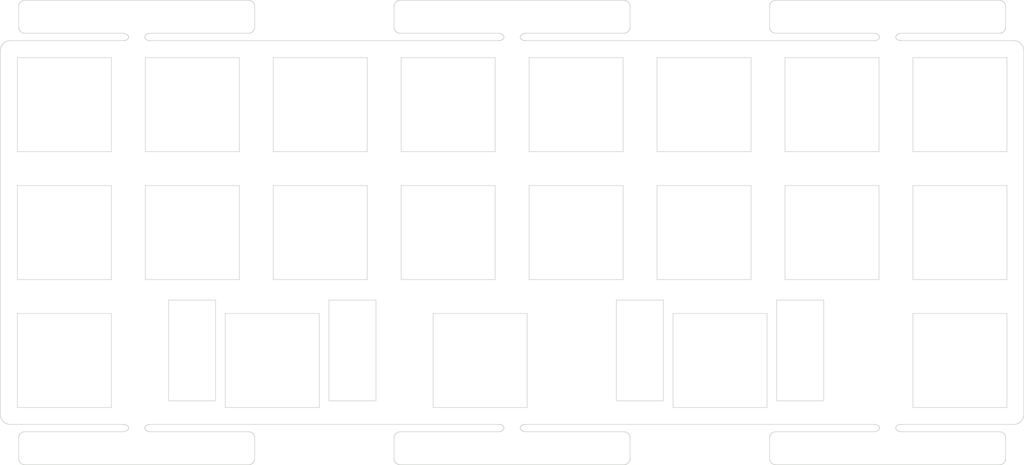
<source format=kicad_pcb>
(kicad_pcb (version 20221018) (generator pcbnew)
  (layers (0 "F.Cu" signal) (31 "B.Cu" signal) (34 "B.Paste" user) (35 "F.Paste" user) (36 "B.SilkS" user "B.Silkscreen") (37 "F.SilkS" user "F.Silkscreen") (38 "B.Mask" user) (39 "F.Mask" user) (44 "Edge.Cuts" user))
  (net 0 "")
  (gr_line (start 174.167794 104.36718) (end 174.167794 90.36718) (stroke (width 0.093999)) (layer "Edge.Cuts"))
  (gr_line (start 113.823636 127.155539) (end 113.860152 127.178949) (stroke (width 0.093999)) (layer "Edge.Cuts"))
  (gr_line (start 150.738225 125.940092) (end 150.690877 125.935523) (stroke (width 0.093999)) (layer "Edge.Cuts"))
  (gr_line (start 191.478626 67.617623) (end 191.438759 67.5996) (stroke (width 0.093999)) (layer "Edge.Cuts"))
  (gr_line (start 79.127311 66.925415) (end 79.121588 66.880374) (stroke (width 0.093999)) (layer "Edge.Cuts"))
  (gr_line (start 188.167794 71.317181) (end 188.167794 85.317181) (stroke (width 0.093999)) (layer "Edge.Cuts"))
  (gr_line (start 154.135854 126.91097) (end 154.17868 126.933453) (stroke (width 0.093999)) (layer "Edge.Cuts"))
  (gr_line (start 169.821428 127.230752) (end 169.854084 127.259039) (stroke (width 0.093999)) (layer "Edge.Cuts"))
  (gr_line (start 151.206548 67.941889) (end 151.174097 67.910916) (stroke (width 0.093999)) (layer "Edge.Cuts"))
  (gr_line (start 97.911544 68.1867) (end 97.903579 68.223959) (stroke (width 0.093999)) (layer "Edge.Cuts"))
  (gr_line (start 79.322457 67.360838) (end 79.295739 67.326839) (stroke (width 0.093999)) (layer "Edge.Cuts"))
  (gr_line (start 228.338463 69.221141) (end 228.38813 69.273235) (stroke (width 0.093999)) (layer "Edge.Cuts"))
  (gr_line (start 226.05067 66.969732) (end 226.04062 67.013274) (stroke (width 0.093999)) (layer "Edge.Cuts"))
  (gr_line (start 210.436055 125.932712) (end 210.38697 125.935503) (stroke (width 0.093999)) (layer "Edge.Cuts"))
  (gr_line (start 210.127537 125.987372) (end 210.089859 126.001262) (stroke (width 0.093999)) (layer "Edge.Cuts"))
  (gr_line (start 113.356953 67.688335) (end 98.674904 67.688335) (stroke (width 0.093999)) (layer "Edge.Cuts"))
  (gr_line (start 225.774097 63.016144) (end 225.805354 63.045944) (stroke (width 0.093999)) (layer "Edge.Cuts"))
  (gr_line (start 154.467014 68.778049) (end 154.516083 68.780838) (stroke (width 0.093999)) (layer "Edge.Cuts"))
  (gr_line (start 98.623357 67.689934) (end 98.57237 67.694635) (stroke (width 0.093999)) (layer "Edge.Cuts"))
  (gr_line (start 135.816924 131.926601) (end 135.771883 131.920878) (stroke (width 0.093999)) (layer "Edge.Cuts"))
  (gr_line (start 95.21021 126.860166) (end 95.247263 126.832161) (stroke (width 0.093999)) (layer "Edge.Cuts"))
  (gr_line (start 153.795519 126.489736) (end 153.803491 126.52699) (stroke (width 0.093999)) (layer "Edge.Cuts"))
  (gr_line (start 79.187667 63.332004) (end 79.205691 63.292138) (stroke (width 0.093999)) (layer "Edge.Cuts"))
  (gr_line (start 169.516577 127.065697) (end 169.558394 127.079847) (stroke (width 0.093999)) (layer "Edge.Cuts"))
  (gr_line (start 114.216492 131.298886) (end 114.202343 131.340704) (stroke (width 0.093999)) (layer "Edge.Cuts"))
  (gr_line (start 209.814164 126.706022) (end 209.841403 126.739407) (stroke (width 0.093999)) (layer "Edge.Cuts"))
  (gr_line (start 191.162732 131.636364) (end 191.134445 131.603707) (stroke (width 0.093999)) (layer "Edge.Cuts"))
  (gr_line (start 135.187741 67.326819) (end 135.162649 67.291533) (stroke (width 0.093999)) (layer "Edge.Cuts"))
  (gr_line (start 209.894354 126.110138) (end 209.866578 126.131932) (stroke (width 0.093999)) (layer "Edge.Cuts"))
  (gr_line (start 170.060213 63.292137) (end 170.078236 63.332004) (stroke (width 0.093999)) (layer "Edge.Cuts"))
  (gr_line (start 154.246867 68.738707) (end 154.287639 68.749745) (stroke (width 0.093999)) (layer "Edge.Cuts"))
  (gr_line (start 191.399933 127.133837) (end 191.43874 127.113962) (stroke (width 0.093999)) (layer "Edge.Cuts"))
  (gr_line (start 212.267792 71.317181) (end 226.267792 71.317181) (stroke (width 0.093999)) (layer "Edge.Cuts"))
  (gr_line (start 169.97015 131.569731) (end 169.943432 131.60373) (stroke (width 0.093999)) (layer "Edge.Cuts"))
  (gr_line (start 227.861671 125.813905) (end 227.793553 125.840763) (stroke (width 0.093999)) (layer "Edge.Cuts"))
  (gr_line (start 114.051437 63.109841) (end 114.078156 63.14384) (stroke (width 0.093999)) (layer "Edge.Cuts"))
  (gr_line (start 97.938096 68.113202) (end 97.9231 68.149734) (stroke (width 0.093999)) (layer "Edge.Cuts"))
  (gr_line (start 190.95726 127.70029) (end 190.969387 127.657581) (stroke (width 0.093999)) (layer "Edge.Cuts"))
  (gr_line (start 207.156432 126.739329) (end 207.183669 126.705936) (stroke (width 0.093999)) (layer "Edge.Cuts"))
  (gr_line (start 135.33646 62.987841) (end 135.370459 62.961123) (stroke (width 0.093999)) (layer "Edge.Cuts"))
  (gr_line (start 228.479806 69.384327) (end 228.521626 69.443137) (stroke (width 0.093999)) (layer "Edge.Cuts"))
  (gr_line (start 207.217789 85.317181) (end 193.217789 85.317181) (stroke (width 0.093999)) (layer "Edge.Cuts"))
  (gr_line (start 228.747327 124.734085) (end 228.730578 124.806657) (stroke (width 0.093999)) (layer "Edge.Cuts"))
  (gr_line (start 226.064293 127.833194) (end 226.067769 127.878899) (stroke (width 0.093999)) (layer "Edge.Cuts"))
  (gr_line (start 170.078222 131.381567) (end 170.060199 131.421434) (stroke (width 0.093999)) (layer "Edge.Cuts"))
  (gr_line (start 175.110795 122.417179) (end 168.110795 122.417179) (stroke (width 0.093999)) (layer "Edge.Cuts"))
  (gr_line (start 135.518757 127.113985) (end 135.558623 127.095961) (stroke (width 0.093999)) (layer "Edge.Cuts"))
  (gr_line (start 228.686783 69.766051) (end 228.710365 69.835747) (stroke (width 0.093999)) (layer "Edge.Cuts"))
  (gr_line (start 210.098664 126.93343) (end 210.14311 126.953795) (stroke (width 0.093999)) (layer "Edge.Cuts"))
  (gr_line (start 209.711286 126.452307) (end 209.715516 126.489713) (stroke (width 0.093999)) (layer "Edge.Cuts"))
  (gr_line (start 79.924922 131.926609) (end 79.87988 131.920886) (stroke (width 0.093999)) (layer "Edge.Cuts"))
  (gr_line (start 191.134442 127.35273) (end 191.16273 127.320073) (stroke (width 0.093999)) (layer "Edge.Cuts"))
  (gr_line (start 191.134463 67.360833) (end 191.107745 67.326834) (stroke (width 0.093999)) (layer "Edge.Cuts"))
  (gr_line (start 151.278584 126.197851) (end 151.247413 126.164278) (stroke (width 0.093999)) (layer "Edge.Cuts"))
  (gr_line (start 206.808855 67.741662) (end 206.761621 67.725957) (stroke (width 0.093999)) (layer "Edge.Cuts"))
  (gr_line (start 207.094112 67.910932) (end 207.059284 67.881376) (stroke (width 0.093999)) (layer "Edge.Cuts"))
  (gr_line (start 209.923628 68.624394) (end 209.954075 68.644242) (stroke (width 0.093999)) (layer "Edge.Cuts"))
  (gr_line (start 191.399937 131.822599) (end 191.362247 131.800928) (stroke (width 0.093999)) (layer "Edge.Cuts"))
  (gr_line (start 79.116942 131.031254) (end 79.116942 127.925244) (stroke (width 0.093999)) (layer "Edge.Cuts"))
  (gr_line (start 79.666621 127.095969) (end 79.707491 127.079854) (stroke (width 0.093999)) (layer "Edge.Cuts"))
  (gr_line (start 135.013589 131.123266) (end 135.010113 131.07756) (stroke (width 0.093999)) (layer "Edge.Cuts"))
  (gr_line (start 114.23867 131.212635) (end 114.22862 131.256178) (stroke (width 0.093999)) (layer "Edge.Cuts"))
  (gr_line (start 79.270647 67.291553) (end 79.247237 67.255037) (stroke (width 0.093999)) (layer "Edge.Cuts"))
  (gr_line (start 79.187668 131.381575) (end 79.171554 131.340704) (stroke (width 0.093999)) (layer "Edge.Cuts"))
  (gr_line (start 79.970628 127.026413) (end 80.016942 127.025242) (stroke (width 0.093999)) (layer "Edge.Cuts"))
  (gr_line (start 94.901213 127.000791) (end 94.949612 126.987623) (stroke (width 0.093999)) (layer "Edge.Cuts"))
  (gr_line (start 79.121588 131.123274) (end 79.118113 131.077568) (stroke (width 0.093999)) (layer "Edge.Cuts"))
  (gr_line (start 206.66378 127.011247) (end 206.713192 127.000761) (stroke (width 0.093999)) (layer "Edge.Cuts"))
  (gr_line (start 111.967797 71.317181) (end 111.967797 85.317181) (stroke (width 0.093999)) (layer "Edge.Cuts"))
  (gr_line (start 207.263074 68.409602) (end 207.275325 68.372987) (stroke (width 0.093999)) (layer "Edge.Cuts"))
  (gr_line (start 225.215273 67.68718) (end 225.168961 67.688351) (stroke (width 0.093999)) (layer "Edge.Cuts"))
  (gr_line (start 190.969388 131.298856) (end 190.95726 131.256147) (stroke (width 0.093999)) (layer "Edge.Cuts"))
  (gr_line (start 151.058749 126.032902) (end 151.024061 126.016439) (stroke (width 0.093999)) (layer "Edge.Cuts"))
  (gr_line (start 79.626754 127.113993) (end 79.666621 127.095969) (stroke (width 0.093999)) (layer "Edge.Cuts"))
  (gr_line (start 207.043976 68.644143) (end 207.074428 68.624282) (stroke (width 0.093999)) (layer "Edge.Cuts"))
  (gr_line (start 170.138594 63.545264) (end 170.144318 63.590305) (stroke (width 0.093999)) (layer "Edge.Cuts"))
  (gr_line (start 226.06894 127.925213) (end 226.06894 131.031224) (stroke (width 0.093999)) (layer "Edge.Cuts"))
  (gr_line (start 170.130664 127.743855) (end 170.138579 127.788175) (stroke (width 0.093999)) (layer "Edge.Cuts"))
  (gr_line (start 210.486908 67.688351) (end 210.435362 67.689949) (stroke (width 0.093999)) (layer "Edge.Cuts"))
  (gr_line (start 97.899026 68.298794) (end 97.902742 68.336089) (stroke (width 0.093999)) (layer "Edge.Cuts"))
  (gr_line (start 95.042762 67.759771) (end 94.996847 67.741667) (stroke (width 0.093999)) (layer "Edge.Cuts"))
  (gr_line (start 79.116941 66.788354) (end 79.116941 63.682325) (stroke (width 0.093999)) (layer "Edge.Cuts"))
  (gr_line (start 212.267792 90.36718) (end 226.267792 90.36718) (stroke (width 0.093999)) (layer "Edge.Cuts"))
  (gr_line (start 225.890143 127.386729) (end 225.915235 127.422015) (stroke (width 0.093999)) (layer "Edge.Cuts"))
  (gr_line (start 79.171553 63.372875) (end 79.187667 63.332004) (stroke (width 0.093999)) (layer "Edge.Cuts"))
  (gr_line (start 98.482008 68.767196) (end 98.527666 68.77348) (stroke (width 0.093999)) (layer "Edge.Cuts"))
  (gr_line (start 135.442261 67.558038) (end 135.405745 67.534629) (stroke (width 0.093999)) (layer "Edge.Cuts"))
  (gr_line (start 190.983538 131.340674) (end 190.969388 131.298856) (stroke (width 0.093999)) (layer "Edge.Cuts"))
  (gr_line (start 191.107745 67.326834) (end 191.082653 67.291548) (stroke (width 0.093999)) (layer "Edge.Cuts"))
  (gr_line (start 150.979204 67.780116) (end 150.934758 67.759751) (stroke (width 0.093999)) (layer "Edge.Cuts"))
  (gr_line (start 225.672142 127.178918) (end 225.707427 127.204011) (stroke (width 0.093999)) (layer "Edge.Cuts"))
  (gr_line (start 114.256955 127.925244) (end 114.256955 131.031254) (stroke (width 0.093999)) (layer "Edge.Cuts"))
  (gr_line (start 114.22862 63.457401) (end 114.23867 63.500943) (stroke (width 0.093999)) (layer "Edge.Cuts"))
  (gr_line (start 76.379753 124.508987) (end 76.377801 124.431797) (stroke (width 0.093999)) (layer "Edge.Cuts"))
  (gr_line (start 76.395084 70.053364) (end 76.408275 69.979497) (stroke (width 0.093999)) (layer "Edge.Cuts"))
  (gr_line (start 206.854736 126.953773) (end 206.899181 126.933403) (stroke (width 0.093999)) (layer "Edge.Cuts"))
  (gr_line (start 191.828949 62.78234) (end 225.168961 62.78234) (stroke (width 0.093999)) (layer "Edge.Cuts"))
  (gr_line (start 169.55841 62.836936) (end 169.59928 62.853051) (stroke (width 0.093999)) (layer "Edge.Cuts"))
  (gr_line (start 98.243866 67.802634) (end 98.202813 67.827103) (stroke (width 0.093999)) (layer "Edge.Cuts"))
  (gr_line (start 114.186228 127.574923) (end 114.202343 127.615794) (stroke (width 0.093999)) (layer "Edge.Cuts"))
  (gr_line (start 97.903525 126.489744) (end 97.911497 126.526997) (stroke (width 0.093999)) (layer "Edge.Cuts"))
  (gr_line (start 135.558623 127.095961) (end 135.599494 127.079847) (stroke (width 0.093999)) (layer "Edge.Cuts"))
  (gr_line (start 190.983559 63.37289) (end 190.999674 63.332019) (stroke (width 0.093999)) (layer "Edge.Cuts"))
  (gr_line (start 225.478404 67.633739) (end 225.436587 67.647888) (stroke (width 0.093999)) (layer "Edge.Cuts"))
  (gr_line (start 225.998227 67.138671) (end 225.980204 67.178538) (stroke (width 0.093999)) (layer "Edge.Cuts"))
  (gr_line (start 155.117798 71.317181) (end 169.117798 71.317181) (stroke (width 0.093999)) (layer "Edge.Cuts"))
  (gr_line (start 206.703953 68.767199) (end 206.747966 68.75926) (stroke (width 0.093999)) (layer "Edge.Cuts"))
  (gr_line (start 198.986786 122.417179) (end 191.986786 122.417179) (stroke (width 0.093999)) (layer "Edge.Cuts"))
  (gr_line (start 153.879307 68.515718) (end 153.910478 68.549291) (stroke (width 0.093999)) (layer "Edge.Cuts"))
  (gr_line (start 154.566903 67.688334) (end 154.515355 67.689933) (stroke (width 0.093999)) (layer "Edge.Cuts"))
  (gr_line (start 210.014822 67.827118) (end 209.975694 67.853426) (stroke (width 0.093999)) (layer "Edge.Cuts"))
  (gr_line (start 135.037277 63.457401) (end 135.049405 63.414692) (stroke (width 0.093999)) (layer "Edge.Cuts"))
  (gr_line (start 191.604023 67.660015) (end 191.561314 67.647887) (stroke (width 0.093999)) (layer "Edge.Cuts"))
  (gr_line (start 114.252308 63.590305) (end 114.255784 63.636011) (stroke (width 0.093999)) (layer "Edge.Cuts"))
  (gr_line (start 210.38697 125.935503) (end 210.339606 125.940075) (stroke (width 0.093999)) (layer "Edge.Cuts"))
  (gr_line (start 79.205691 63.292138) (end 79.225566 63.253331) (stroke (width 0.093999)) (layer "Edge.Cuts"))
  (gr_line (start 190.96941 63.414707) (end 190.983559 63.37289) (stroke (width 0.093999)) (layer "Edge.Cuts"))
  (gr_line (start 170.040337 63.253331) (end 170.060213 63.292137) (stroke (width 0.093999)) (layer "Edge.Cuts"))
  (gr_line (start 78.917801 104.36718) (end 78.917801 90.36718) (stroke (width 0.093999)) (layer "Edge.Cuts"))
  (gr_line (start 76.720328 125.385938) (end 76.675798 125.329273) (stroke (width 0.093999)) (layer "Edge.Cuts"))
  (gr_line (start 150.793212 67.712778) (end 150.743799 67.702294) (stroke (width 0.093999)) (layer "Edge.Cuts"))
  (gr_line (start 225.863441 63.109856) (end 225.890159 63.143856) (stroke (width 0.093999)) (layer "Edge.Cuts"))
  (gr_line (start 80.016941 67.688354) (end 79.970627 67.687183) (stroke (width 0.093999)) (layer "Edge.Cuts"))
  (gr_line (start 113.666403 127.079854) (end 113.707273 127.095969) (stroke (width 0.093999)) (layer "Edge.Cuts"))
  (gr_line (start 191.082653 67.291548) (end 191.059243 67.255032) (stroke (width 0.093999)) (layer "Edge.Cuts"))
  (gr_line (start 154.566903 68.781783) (end 206.510987 68.781797) (stroke (width 0.093999)) (layer "Edge.Cuts"))
  (gr_line (start 206.613528 67.694648) (end 206.562537 67.689948) (stroke (width 0.093999)) (layer "Edge.Cuts"))
  (gr_line (start 170.144302 127.833217) (end 170.147778 127.878922) (stroke (width 0.093999)) (layer "Edge.Cuts"))
  (gr_line (start 98.377048 126.97193) (end 98.424281 126.987635) (stroke (width 0.093999)) (layer "Edge.Cuts"))
  (gr_line (start 225.835133 131.636364) (end 225.805333 131.66762) (stroke (width 0.093999)) (layer "Edge.Cuts"))
  (gr_line (start 191.604003 127.053546) (end 191.647545 127.043497) (stroke (width 0.093999)) (layer "Edge.Cuts"))
  (gr_line (start 98.481938 125.946387) (end 98.437925 125.954326) (stroke (width 0.093999)) (layer "Edge.Cuts"))
  (gr_line (start 154.169855 126.001278) (end 154.133683 126.016493) (stroke (width 0.093999)) (layer "Edge.Cuts"))
  (gr_line (start 169.248948 131.931248) (end 135.908944 131.931248) (stroke (width 0.093999)) (layer "Edge.Cuts"))
  (gr_line (start 94.749811 125.932742) (end 94.69899 125.931797) (stroke (width 0.093999)) (layer "Edge.Cuts"))
  (gr_line (start 169.885341 127.28884) (end 169.915142 127.320096) (stroke (width 0.093999)) (layer "Edge.Cuts"))
  (gr_line (start 151.247413 126.164278) (end 151.211136 126.131817) (stroke (width 0.093999)) (layer "Edge.Cuts"))
  (gr_line (start 135.641311 67.647872) (end 135.599494 67.633723) (stroke (width 0.093999)) (layer "Edge.Cuts"))
  (gr_line (start 150.743799 127.01127) (end 150.793212 127.000784) (stroke (width 0.093999)) (layer "Edge.Cuts"))
  (gr_line (start 225.635642 62.912636) (end 225.672157 62.936046) (stroke (width 0.093999)) (layer "Edge.Cuts"))
  (gr_line (start 209.871366 67.941976) (end 209.841448 67.974233) (stroke (width 0.093999)) (layer "Edge.Cuts"))
  (gr_line (start 190.957282 63.457416) (end 190.96941 63.414707) (stroke (width 0.093999)) (layer "Edge.Cuts"))
  (gr_line (start 170.018651 127.458554) (end 170.040322 127.496243) (stroke (width 0.093999)) (layer "Edge.Cuts"))
  (gr_line (start 113.895439 131.752457) (end 113.860153 131.777549) (stroke (width 0.093999)) (layer "Edge.Cuts"))
  (gr_line (start 114.23867 127.743863) (end 114.246585 127.788183) (stroke (width 0.093999)) (layer "Edge.Cuts"))
  (gr_line (start 151.154432 68.624266) (end 151.183529 68.603406) (stroke (width 0.093999)) (layer "Edge.Cuts"))
  (gr_line (start 150.783883 125.946376) (end 150.738225 125.940092) (stroke (width 0.093999)) (layer "Edge.Cuts"))
  (gr_line (start 77.800612 125.929846) (end 77.724435 125.924053) (stroke (width 0.093999)) (layer "Edge.Cuts"))
  (gr_line (start 169.63915 67.599585) (end 169.599283 67.617608) (stroke (width 0.093999)) (layer "Edge.Cuts"))
  (gr_line (start 228.730578 124.806657) (end 228.710365 124.877837) (stroke (width 0.093999)) (layer "Edge.Cuts"))
  (gr_line (start 150.793212 127.000784) (end 150.84161 126.987615) (stroke (width 0.093999)) (layer "Edge.Cuts"))
  (gr_line (start 94.949612 126.987623) (end 94.996844 126.971913) (stroke (width 0.093999)) (layer "Edge.Cuts"))
  (gr_line (start 79.127312 127.788183) (end 79.135227 127.743863) (stroke (width 0.093999)) (layer "Edge.Cuts"))
  (gr_line (start 135.063554 67.097785) (end 135.049405 67.055967) (stroke (width 0.093999)) (layer "Edge.Cuts"))
  (gr_line (start 79.411802 131.697451) (end 79.380546 131.667651) (stroke (width 0.093999)) (layer "Edge.Cuts"))
  (gr_line (start 113.538335 67.670051) (end 113.494015 67.677965) (stroke (width 0.093999)) (layer "Edge.Cuts"))
  (gr_line (start 190.928925 127.925213) (end 190.930096 127.878899) (stroke (width 0.093999)) (layer "Edge.Cuts"))
  (gr_line (start 210.053834 68.697147) (end 210.089997 68.712351) (stroke (width 0.093999)) (layer "Edge.Cuts"))
  (gr_line (start 190.930119 63.636026) (end 190.933594 63.59032) (stroke (width 0.093999)) (layer "Edge.Cuts"))
  (gr_line (start 113.624587 131.890793) (end 113.581878 131.902921) (stroke (width 0.093999)) (layer "Edge.Cuts"))
  (gr_line (start 135.442261 62.912621) (end 135.47995 62.89095) (stroke (width 0.093999)) (layer "Edge.Cuts"))
  (gr_line (start 114.255784 63.636011) (end 114.256955 63.682325) (stroke (width 0.093999)) (layer "Edge.Cuts"))
  (gr_line (start 151.102214 67.853362) (end 151.063083 67.827061) (stroke (width 0.093999)) (layer "Edge.Cuts"))
  (gr_line (start 225.980204 67.178538) (end 225.960328 67.217344) (stroke (width 0.093999)) (layer "Edge.Cuts"))
  (gr_line (start 191.290442 127.204011) (end 191.325728 127.178918) (stroke (width 0.093999)) (layer "Edge.Cuts"))
  (gr_line (start 169.787444 62.961123) (end 169.821443 62.987841) (stroke (width 0.093999)) (layer "Edge.Cuts"))
  (gr_line (start 98.331136 67.759774) (end 98.28669 67.780144) (stroke (width 0.093999)) (layer "Edge.Cuts"))
  (gr_line (start 169.386022 62.792695) (end 169.430342 62.800609) (stroke (width 0.093999)) (layer "Edge.Cuts"))
  (gr_line (start 79.513743 131.777549) (end 79.478457 131.752457) (stroke (width 0.093999)) (layer "Edge.Cuts"))
  (gr_line (start 226.067769 127.878899) (end 226.06894 127.925213) (stroke (width 0.093999)) (layer "Edge.Cuts"))
  (gr_line (start 206.854771 67.759767) (end 206.808855 67.741662) (stroke (width 0.093999)) (layer "Edge.Cuts"))
  (gr_line (start 78.917794 71.317181) (end 92.917794 71.317181) (stroke (width 0.093999)) (layer "Edge.Cuts"))
  (gr_line (start 209.830484 68.549307) (end 209.866761 68.581768) (stroke (width 0.093999)) (layer "Edge.Cuts"))
  (gr_line (start 79.157404 127.657612) (end 79.171554 127.615794) (stroke (width 0.093999)) (layer "Edge.Cuts"))
  (gr_line (start 97.939678 68.445798) (end 97.961091 68.481174) (stroke (width 0.093999)) (layer "Edge.Cuts"))
  (gr_line (start 225.306006 127.035582) (end 225.350327 127.043497) (stroke (width 0.093999)) (layer "Edge.Cuts"))
  (gr_line (start 135.599494 127.079847) (end 135.641311 127.065697) (stroke (width 0.093999)) (layer "Edge.Cuts"))
  (gr_line (start 169.516595 67.647872) (end 169.473887 67.66) (stroke (width 0.093999)) (layer "Edge.Cuts"))
  (gr_line (start 190.933572 127.833194) (end 190.939295 127.788152) (stroke (width 0.093999)) (layer "Edge.Cuts"))
  (gr_line (start 225.21526 127.026383) (end 225.260965 127.029858) (stroke (width 0.093999)) (layer "Edge.Cuts"))
  (gr_line (start 79.118112 63.636011) (end 79.121588 63.590305) (stroke (width 0.093999)) (layer "Edge.Cuts"))
  (gr_line (start 94.935969 68.759265) (end 94.978353 68.74974) (stroke (width 0.093999)) (layer "Edge.Cuts"))
  (gr_line (start 76.869235 125.542126) (end 76.817141 125.492459) (stroke (width 0.093999)) (layer "Edge.Cuts"))
  (gr_line (start 135.771883 127.035605) (end 135.816924 127.029881) (stroke (width 0.093999)) (layer "Edge.Cuts"))
  (gr_line (start 206.978892 68.68061) (end 207.012141 68.662941) (stroke (width 0.093999)) (layer "Edge.Cuts"))
  (gr_line (start 225.47841 62.836952) (end 225.51928 62.853066) (stroke (width 0.093999)) (layer "Edge.Cuts"))
  (gr_line (start 95.166898 68.680614) (end 95.200148 68.662946) (stroke (width 0.093999)) (layer "Edge.Cuts"))
  (gr_line (start 210.207642 68.74976) (end 210.250012 68.759278) (stroke (width 0.093999)) (layer "Edge.Cuts"))
  (gr_line (start 79.380545 63.045929) (end 79.411801 63.016128) (stroke (width 0.093999)) (layer "Edge.Cuts"))
  (gr_line (start 113.538334 62.800609) (end 113.581877 62.810659) (stroke (width 0.093999)) (layer "Edge.Cuts"))
  (gr_line (start 191.519496 62.836952) (end 191.561314 62.822802) (stroke (width 0.093999)) (layer "Edge.Cuts"))
  (gr_line (start 206.703869 125.946353) (end 206.658211 125.940069) (stroke (width 0.093999)) (layer "Edge.Cuts"))
  (gr_line (start 153.946755 68.581752) (end 153.974528 68.603532) (stroke (width 0.093999)) (layer "Edge.Cuts"))
  (gr_line (start 226.04062 67.013274) (end 226.028492 67.055983) (stroke (width 0.093999)) (layer "Edge.Cuts"))
  (gr_line (start 153.853091 68.481173) (end 153.879307 68.515718) (stroke (width 0.093999)) (layer "Edge.Cuts"))
  (gr_line (start 228.560643 125.209588) (end 228.521626 125.270448) (stroke (width 0.093999)) (layer "Edge.Cuts"))
  (gr_line (start 113.860153 131.777549) (end 113.823637 131.800959) (stroke (width 0.093999)) (layer "Edge.Cuts"))
  (gr_line (start 170.148949 127.925236) (end 170.148949 131.031247) (stroke (width 0.093999)) (layer "Edge.Cuts"))
  (gr_line (start 79.127311 63.545264) (end 79.135226 63.500943) (stroke (width 0.093999)) (layer "Edge.Cuts"))
  (gr_line (start 92.917794 109.417179) (end 92.917794 123.417179) (stroke (width 0.093999)) (layer "Edge.Cuts"))
  (gr_line (start 95.200148 68.662946) (end 95.231984 68.644148) (stroke (width 0.093999)) (layer "Edge.Cuts"))
  (gr_line (start 95.231984 68.644148) (end 95.262435 68.624286) (stroke (width 0.093999)) (layer "Edge.Cuts"))
  (gr_line (start 225.168946 127.025212) (end 225.21526 127.026383) (stroke (width 0.093999)) (layer "Edge.Cuts"))
  (gr_line (start 151.024061 126.016439) (end 150.987898 126.001235) (stroke (width 0.093999)) (layer "Edge.Cuts"))
  (gr_line (start 97.956349 126.636434) (end 97.977772 126.671671) (stroke (width 0.093999)) (layer "Edge.Cuts"))
  (gr_line (start 153.879162 126.197995) (end 153.85296 126.232541) (stroke (width 0.093999)) (layer "Edge.Cuts"))
  (gr_line (start 169.295261 131.930077) (end 169.248948 131.931248) (stroke (width 0.093999)) (layer "Edge.Cuts"))
  (gr_line (start 169.854103 67.454531) (end 169.821447 67.482818) (stroke (width 0.093999)) (layer "Edge.Cuts"))
  (gr_line (start 113.538334 127.043527) (end 113.581877 127.053577) (stroke (width 0.093999)) (layer "Edge.Cuts"))
  (gr_line (start 227.992792 125.750741) (end 227.928115 125.783866) (stroke (width 0.093999)) (layer "Edge.Cuts"))
  (gr_line (start 132.311791 122.417179) (end 125.311791 122.417179) (stroke (width 0.093999)) (layer "Edge.Cuts"))
  (gr_line (start 114.103249 131.534453) (end 114.078157 131.569739) (stroke (width 0.093999)) (layer "Edge.Cuts"))
  (gr_line (start 113.747142 67.599586) (end 113.707275 67.617609) (stroke (width 0.093999)) (layer "Edge.Cuts"))
  (gr_line (start 207.274399 68.186594) (end 207.262838 68.149635) (stroke (width 0.093999)) (layer "Edge.Cuts"))
  (gr_line (start 206.899218 67.780131) (end 206.854771 67.759767) (stroke (width 0.093999)) (layer "Edge.Cuts"))
  (gr_line (start 170.108486 127.657604) (end 170.120614 127.700312) (stroke (width 0.093999)) (layer "Edge.Cuts"))
  (gr_line (start 151.342792 126.563835) (end 151.354348 126.526869) (stroke (width 0.093999)) (layer "Edge.Cuts"))
  (gr_line (start 226.014344 63.37289) (end 226.028493 63.414707) (stroke (width 0.093999)) (layer "Edge.Cuts"))
  (gr_line (start 79.247238 127.458561) (end 79.270648 127.422045) (stroke (width 0.093999)) (layer "Edge.Cuts"))
  (gr_line (start 169.854084 127.259039) (end 169.885341 127.28884) (stroke (width 0.093999)) (layer "Edge.Cuts"))
  (gr_line (start 153.791288 126.45233) (end 153.795519 126.489736) (stroke (width 0.093999)) (layer "Edge.Cuts"))
  (gr_line (start 95.463239 126.340462) (end 95.450977 126.303846) (stroke (width 0.093999)) (layer "Edge.Cuts"))
  (gr_line (start 227.928115 68.929717) (end 227.992792 68.962843) (stroke (width 0.093999)) (layer "Edge.Cuts"))
  (gr_line (start 151.154269 126.089191) (end 151.123822 126.069343) (stroke (width 0.093999)) (layer "Edge.Cuts"))
  (gr_line (start 225.960316 127.49622) (end 225.980191 127.535026) (stroke (width 0.093999)) (layer "Edge.Cuts"))
  (gr_line (start 114.168205 131.421441) (end 114.14833 131.460247) (stroke (width 0.093999)) (layer "Edge.Cuts"))
  (gr_line (start 191.561314 67.647887) (end 191.519496 67.633738) (stroke (width 0.093999)) (layer "Edge.Cuts"))
  (gr_line (start 151.236455 126.739352) (end 151.263691 126.705959) (stroke (width 0.093999)) (layer "Edge.Cuts"))
  (gr_line (start 135.079669 63.332004) (end 135.097692 63.292138) (stroke (width 0.093999)) (layer "Edge.Cuts"))
  (gr_line (start 169.970165 67.326819) (end 169.943447 67.360818) (stroke (width 0.093999)) (layer "Edge.Cuts"))
  (gr_line (start 94.851801 127.011278) (end 94.901213 127.000791) (stroke (width 0.093999)) (layer "Edge.Cuts"))
  (gr_line (start 114.02315 63.077185) (end 114.051437 63.109841) (stroke (width 0.093999)) (layer "Edge.Cuts"))
  (gr_line (start 79.322458 131.603738) (end 79.29574 131.569739) (stroke (width 0.093999)) (layer "Edge.Cuts"))
  (gr_line (start 209.866761 68.581768) (end 209.894534 68.603548) (stroke (width 0.093999)) (layer "Edge.Cuts"))
  (gr_line (start 226.267792 85.317181) (end 212.267792 85.317181) (stroke (width 0.093999)) (layer "Edge.Cuts"))
  (gr_line (start 77.039136 69.037976) (end 77.099996 68.99896) (stroke (width 0.093999)) (layer "Edge.Cuts"))
  (gr_line (start 77.099997 125.714638) (end 77.039137 125.675622) (stroke (width 0.093999)) (layer "Edge.Cuts"))
  (gr_line (start 79.411801 67.454551) (end 79.380545 67.424751) (stroke (width 0.093999)) (layer "Edge.Cuts"))
  (gr_line (start 98.623357 127.023644) (end 98.674904 127.025242) (stroke (width 0.093999)) (layer "Edge.Cuts"))
  (gr_line (start 169.59928 62.853051) (end 169.639147 62.871074) (stroke (width 0.093999)) (layer "Edge.Cuts"))
  (gr_line (start 98.527666 68.77348) (end 98.575015 68.778049) (stroke (width 0.093999)) (layer "Edge.Cuts"))
  (gr_line (start 150.950229 125.987355) (end 150.911024 125.974864) (stroke (width 0.093999)) (layer "Edge.Cuts"))
  (gr_line (start 169.943429 127.352752) (end 169.970148 127.386752) (stroke (width 0.093999)) (layer "Edge.Cuts"))
  (gr_line (start 225.938641 131.497906) (end 225.915231 131.534422) (stroke (width 0.093999)) (layer "Edge.Cuts"))
  (gr_line (start 225.805348 67.424747) (end 225.774091 67.454547) (stroke (width 0.093999)) (layer "Edge.Cuts"))
  (gr_line (start 79.513742 62.936031) (end 79.550258 62.912621) (stroke (width 0.093999)) (layer "Edge.Cuts"))
  (gr_line (start 111.967793 90.36718) (end 111.967793 104.36718) (stroke (width 0.093999)) (layer "Edge.Cuts"))
  (gr_line (start 153.85296 126.232541) (end 153.83156 126.267917) (stroke (width 0.093999)) (layer "Edge.Cuts"))
  (gr_line (start 209.871323 126.771657) (end 209.903772 126.80263) (stroke (width 0.093999)) (layer "Edge.Cuts"))
  (gr_line (start 226.040606 127.70029) (end 226.050655 127.743832) (stroke (width 0.093999)) (layer "Edge.Cuts"))
  (gr_line (start 225.350322 131.91294) (end 225.306003 131.920855) (stroke (width 0.093999)) (layer "Edge.Cuts"))
  (gr_line (start 170.060198 127.535049) (end 170.078221 127.574916) (stroke (width 0.093999)) (layer "Edge.Cuts"))
  (gr_line (start 150.693523 67.694632) (end 150.642536 67.689932) (stroke (width 0.093999)) (layer "Edge.Cuts"))
  (gr_line (start 169.752146 131.777541) (end 169.71563 131.800951) (stroke (width 0.093999)) (layer "Edge.Cuts"))
  (gr_line (start 207.283229 68.335964) (end 207.286937 68.298673) (stroke (width 0.093999)) (layer "Edge.Cuts"))
  (gr_line (start 79.83556 127.043527) (end 79.87988 127.035612) (stroke (width 0.093999)) (layer "Edge.Cuts"))
  (gr_line (start 135.272547 131.667643) (end 135.242747 131.636386) (stroke (width 0.093999)) (layer "Edge.Cuts"))
  (gr_line (start 79.513743 127.178949) (end 79.550259 127.155539) (stroke (width 0.093999)) (layer "Edge.Cuts"))
  (gr_line (start 77.575499 125.901323) (end 77.502928 125.884574) (stroke (width 0.093999)) (layer "Edge.Cuts"))
  (gr_line (start 79.87988 131.920886) (end 79.83556 131.912971) (stroke (width 0.093999)) (layer "Edge.Cuts"))
  (gr_line (start 151.366596 68.261238) (end 151.362365 68.223832) (stroke (width 0.093999)) (layer "Edge.Cuts"))
  (gr_line (start 225.998214 127.574893) (end 226.014329 127.615763) (stroke (width 0.093999)) (layer "Edge.Cuts"))
  (gr_line (start 225.835148 67.39349) (end 225.805348 67.424747) (stroke (width 0.093999)) (layer "Edge.Cuts"))
  (gr_line (start 225.998229 63.332019) (end 226.014344 63.37289) (stroke (width 0.093999)) (layer "Edge.Cuts"))
  (gr_line (start 225.393864 131.902891) (end 225.350322 131.91294) (stroke (width 0.093999)) (layer "Edge.Cuts"))
  (gr_line (start 135.079669 131.381567) (end 135.063554 131.340696) (stroke (width 0.093999)) (layer "Edge.Cuts"))
  (gr_line (start 151.288095 126.67157) (end 151.309514 126.636326) (stroke (width 0.093999)) (layer "Edge.Cuts"))
  (gr_line (start 169.715642 62.912621) (end 169.752158 62.936031) (stroke (width 0.093999)) (layer "Edge.Cuts"))
  (gr_line (start 98.054755 68.581753) (end 98.082528 68.603532) (stroke (width 0.093999)) (layer "Edge.Cuts"))
  (gr_line (start 226.028492 67.055983) (end 226.014342 67.097801) (stroke (width 0.093999)) (layer "Edge.Cuts"))
  (gr_line (start 210.089997 68.712351) (end 210.127665 68.726231) (stroke (width 0.093999)) (layer "Edge.Cuts"))
  (gr_line (start 210.24992 125.954303) (end 210.207537 125.963827) (stroke (width 0.093999)) (layer "Edge.Cuts"))
  (gr_line (start 191.362263 62.912636) (end 191.399953 62.890965) (stroke (width 0.093999)) (layer "Edge.Cuts"))
  (gr_line (start 170.108502 67.055967) (end 170.094352 67.097785) (stroke (width 0.093999)) (layer "Edge.Cuts"))
  (gr_line (start 225.350337 67.670066) (end 225.306018 67.677981) (stroke (width 0.093999)) (layer "Edge.Cuts"))
  (gr_line (start 76.923662 125.589271) (end 76.869235 125.542126) (stroke (width 0.093999)) (layer "Edge.Cuts"))
  (gr_line (start 154.018629 67.881416) (end 153.983803 67.910979) (stroke (width 0.093999)) (layer "Edge.Cuts"))
  (gr_line (start 169.473869 127.053569) (end 169.516577 127.065697) (stroke (width 0.093999)) (layer "Edge.Cuts"))
  (gr_line (start 191.736908 131.926579) (end 191.691867 131.920855) (stroke (width 0.093999)) (layer "Edge.Cuts"))
  (gr_line (start 76.633978 125.270463) (end 76.594961 125.209603) (stroke (width 0.093999)) (layer "Edge.Cuts"))
  (gr_line (start 135.33646 67.482818) (end 135.303804 67.454531) (stroke (width 0.093999)) (layer "Edge.Cuts"))
  (gr_line (start 114.246585 127.788183) (end 114.252308 127.833224) (stroke (width 0.093999)) (layer "Edge.Cuts"))
  (gr_line (start 207.217789 90.36718) (end 207.217789 104.36718) (stroke (width 0.093999)) (layer "Edge.Cuts"))
  (gr_line (start 79.835559 62.80061) (end 79.87988 62.792695) (stroke (width 0.093999)) (layer "Edge.Cuts"))
  (gr_line (start 92.917801 104.36718) (end 78.917801 104.36718) (stroke (width 0.093999)) (layer "Edge.Cuts"))
  (gr_line (start 98.24183 68.697131) (end 98.277993 68.712336) (stroke (width 0.093999)) (layer "Edge.Cuts"))
  (gr_line (start 95.019028 125.974871) (end 94.978256 125.963834) (stroke (width 0.093999)) (layer "Edge.Cuts"))
  (gr_line (start 108.435791 122.417179) (end 101.435791 122.417179) (stroke (width 0.093999)) (layer "Edge.Cuts"))
  (gr_line (start 191.986786 122.417179) (end 191.986786 107.417179) (stroke (width 0.093999)) (layer "Edge.Cuts"))
  (gr_line (start 206.944046 126.016416) (end 206.907883 126.001212) (stroke (width 0.093999)) (layer "Edge.Cuts"))
  (gr_line (start 95.355417 126.164286) (end 95.31914 126.131825) (stroke (width 0.093999)) (layer "Edge.Cuts"))
  (gr_line (start 154.566895 127.025235) (end 169.248948 127.025235) (stroke (width 0.093999)) (layer "Edge.Cuts"))
  (gr_line (start 95.450835 68.149639) (end 95.435834 68.113114) (stroke (width 0.093999)) (layer "Edge.Cuts"))
  (gr_line (start 153.830055 126.600475) (end 153.848343 126.636427) (stroke (width 0.093999)) (layer "Edge.Cuts"))
  (gr_line (start 79.83556 131.912971) (end 79.792018 131.902921) (stroke (width 0.093999)) (layer "Edge.Cuts"))
  (gr_line (start 153.910478 68.549291) (end 153.946755 68.581752) (stroke (width 0.093999)) (layer "Edge.Cuts"))
  (gr_line (start 191.059243 63.215657) (end 191.082653 63.179141) (stroke (width 0.093999)) (layer "Edge.Cuts"))
  (gr_line (start 98.141911 126.069443) (end 98.111459 126.089306) (stroke (width 0.093999)) (layer "Edge.Cuts"))
  (gr_line (start 151.024202 68.697068) (end 151.058897 68.680594) (stroke (width 0.093999)) (layer "Edge.Cuts"))
  (gr_line (start 135.027227 131.212628) (end 135.019312 131.168307) (stroke (width 0.093999)) (layer "Edge.Cuts"))
  (gr_line (start 98.091804 67.91098) (end 98.059356 67.94196) (stroke (width 0.093999)) (layer "Edge.Cuts"))
  (gr_line (start 113.581877 62.810659) (end 113.624585 62.822787) (stroke (width 0.093999)) (layer "Edge.Cuts"))
  (gr_line (start 150.911024 125.974864) (end 150.870252 125.963827) (stroke (width 0.093999)) (layer "Edge.Cuts"))
  (gr_line (start 209.866578 126.131932) (end 209.830318 126.164396) (stroke (width 0.093999)) (layer "Edge.Cuts"))
  (gr_line (start 169.970148 127.386752) (end 169.99524 127.422038) (stroke (width 0.093999)) (layer "Edge.Cuts"))
  (gr_line (start 210.384353 127.018914) (end 210.435343 127.023614) (stroke (width 0.093999)) (layer "Edge.Cuts"))
  (gr_line (start 191.561294 127.065674) (end 191.604003 127.053546) (stroke (width 0.093999)) (layer "Edge.Cuts"))
  (gr_line (start 77.575498 68.812274) (end 77.649365 68.799083) (stroke (width 0.093999)) (layer "Edge.Cuts"))
  (gr_line (start 226.028493 63.414707) (end 226.040621 63.457416) (stroke (width 0.093999)) (layer "Edge.Cuts"))
  (gr_line (start 151.362365 68.223832) (end 151.354392 68.186579) (stroke (width 0.093999)) (layer "Edge.Cuts"))
  (gr_line (start 151.174088 126.80259) (end 151.206537 126.771609) (stroke (width 0.093999)) (layer "Edge.Cuts"))
  (gr_line (start 114.186228 131.381575) (end 114.168205 131.421441) (stroke (width 0.093999)) (layer "Edge.Cuts"))
  (gr_line (start 228.629886 125.082096) (end 228.596761 125.146773) (stroke (width 0.093999)) (layer "Edge.Cuts"))
  (gr_line (start 154.133831 68.697131) (end 154.169993 68.712335) (stroke (width 0.093999)) (layer "Edge.Cuts"))
  (gr_line (start 79.587947 67.579729) (end 79.550258 67.558058) (stroke (width 0.093999)) (layer "Edge.Cuts"))
  (gr_line (start 225.93866 63.215657) (end 225.960331 63.253346) (stroke (width 0.093999)) (layer "Edge.Cuts"))
  (gr_line (start 169.295276 62.783496) (end 169.340981 62.786971) (stroke (width 0.093999)) (layer "Edge.Cuts"))
  (gr_line (start 210.018991 126.03295) (end 209.985741 126.050619) (stroke (width 0.093999)) (layer "Edge.Cuts"))
  (gr_line (start 153.951355 67.94196) (end 153.921436 67.974217) (stroke (width 0.093999)) (layer "Edge.Cuts"))
  (gr_line (start 77.877801 125.931797) (end 77.800612 125.929846) (stroke (width 0.093999)) (layer "Edge.Cuts"))
  (gr_line (start 113.860152 127.178949) (end 113.895437 127.204041) (stroke (width 0.093999)) (layer "Edge.Cuts"))
  (gr_line (start 225.863436 67.360834) (end 225.835148 67.39349) (stroke (width 0.093999)) (layer "Edge.Cuts"))
  (gr_line (start 135.027227 63.500943) (end 135.037277 63.457401) (stroke (width 0.093999)) (layer "Edge.Cuts"))
  (gr_line (start 77.293934 125.81392) (end 77.227489 125.783882) (stroke (width 0.093999)) (layer "Edge.Cuts"))
  (gr_line (start 170.147793 66.834648) (end 170.144318 66.880354) (stroke (width 0.093999)) (layer "Edge.Cuts"))
  (gr_line (start 210.014785 126.886485) (end 210.055838 126.910947) (stroke (width 0.093999)) (layer "Edge.Cuts"))
  (gr_line (start 113.448973 62.786971) (end 113.494014 62.792695) (stroke (width 0.093999)) (layer "Edge.Cuts"))
  (gr_line (start 225.436572 131.890763) (end 225.393864 131.902891) (stroke (width 0.093999)) (layer "Edge.Cuts"))
  (gr_line (start 150.743799 67.702294) (end 150.693523 67.694632) (stroke (width 0.093999)) (layer "Edge.Cuts"))
  (gr_line (start 225.597946 67.579725) (end 225.55914 67.599601) (stroke (width 0.093999)) (layer "Edge.Cuts"))
  (gr_line (start 79.411802 127.259047) (end 79.444458 127.230759) (stroke (width 0.093999)) (layer "Edge.Cuts"))
  (gr_line (start 170.147778 127.878922) (end 170.148949 127.925236) (stroke (width 0.093999)) (layer "Edge.Cuts"))
  (gr_line (start 154.094811 67.827102) (end 154.055683 67.85341) (stroke (width 0.093999)) (layer "Edge.Cuts"))
  (gr_line (start 109.873791 109.417179) (end 123.873791 109.417179) (stroke (width 0.093999)) (layer "Edge.Cuts"))
  (gr_line (start 113.747142 131.842505) (end 113.707275 131.860529) (stroke (width 0.093999)) (layer "Edge.Cuts"))
  (gr_line (start 226.064293 131.123243) (end 226.058569 131.168285) (stroke (width 0.093999)) (layer "Edge.Cuts"))
  (gr_line (start 169.340981 62.786971) (end 169.386022 62.792695) (stroke (width 0.093999)) (layer "Edge.Cuts"))
  (gr_line (start 228.38813 69.273235) (end 228.435276 69.327661) (stroke (width 0.093999)) (layer "Edge.Cuts"))
  (gr_line (start 169.943432 131.60373) (end 169.915144 131.636386) (stroke (width 0.093999)) (layer "Edge.Cuts"))
  (gr_line (start 135.079669 67.138655) (end 135.063554 67.097785) (stroke (width 0.093999)) (layer "Edge.Cuts"))
  (gr_line (start 151.309514 126.636326) (end 151.327797 126.600368) (stroke (width 0.093999)) (layer "Edge.Cuts"))
  (gr_line (start 79.707491 62.836936) (end 79.749308 62.822787) (stroke (width 0.093999)) (layer "Edge.Cuts"))
  (gr_line (start 169.821443 62.987841) (end 169.8541 63.016128) (stroke (width 0.093999)) (layer "Edge.Cuts"))
  (gr_line (start 113.403267 131.930085) (end 113.356953 131.931256) (stroke (width 0.093999)) (layer "Edge.Cuts"))
  (gr_line (start 94.750538 127.023644) (end 94.801525 127.018942) (stroke (width 0.093999)) (layer "Edge.Cuts"))
  (gr_line (start 191.290462 67.509551) (end 191.256463 67.482833) (stroke (width 0.093999)) (layer "Edge.Cuts"))
  (gr_line (start 191.986786 107.417179) (end 198.986786 107.417179) (stroke (width 0.093999)) (layer "Edge.Cuts"))
  (gr_line (start 191.647566 62.800625) (end 191.691887 62.79271) (stroke (width 0.093999)) (layer "Edge.Cuts"))
  (gr_line (start 135.405745 62.936031) (end 135.442261 62.912621) (stroke (width 0.093999)) (layer "Edge.Cuts"))
  (gr_line (start 206.907883 126.001212) (end 206.870215 125.987332) (stroke (width 0.093999)) (layer "Edge.Cuts"))
  (gr_line (start 79.145275 67.013278) (end 79.135226 66.969736) (stroke (width 0.093999)) (layer "Edge.Cuts"))
  (gr_line (start 76.817141 125.492459) (end 76.767474 125.440365) (stroke (width 0.093999)) (layer "Edge.Cuts"))
  (gr_line (start 98.173899 68.663012) (end 98.207142 68.680668) (stroke (width 0.093999)) (layer "Edge.Cuts"))
  (gr_line (start 206.613505 127.018912) (end 206.66378 127.011247) (stroke (width 0.093999)) (layer "Edge.Cuts"))
  (gr_line (start 227.506238 125.914499) (end 227.431169 125.924038) (stroke (width 0.093999)) (layer "Edge.Cuts"))
  (gr_line (start 101.435791 122.417179) (end 101.435791 107.417179) (stroke (width 0.093999)) (layer "Edge.Cuts"))
  (gr_line (start 79.444457 62.987841) (end 79.478456 62.961123) (stroke (width 0.093999)) (layer "Edge.Cuts"))
  (gr_line (start 113.403267 62.783496) (end 113.448973 62.786971) (stroke (width 0.093999)) (layer "Edge.Cuts"))
  (gr_line (start 225.835154 63.0772) (end 225.863441 63.109856) (stroke (width 0.093999)) (layer "Edge.Cuts"))
  (gr_line (start 151.022027 126.910936) (end 151.06308 126.886466) (stroke (width 0.093999)) (layer "Edge.Cuts"))
  (gr_line (start 207.283129 126.377458) (end 207.275216 126.340432) (stroke (width 0.093999)) (layer "Edge.Cuts"))
  (gr_line (start 76.767473 69.273233) (end 76.81714 69.221139) (stroke (width 0.093999)) (layer "Edge.Cuts"))
  (gr_line (start 95.463329 68.372992) (end 95.471232 68.335969) (stroke (width 0.093999)) (layer "Edge.Cuts"))
  (gr_line (start 190.999652 127.574893) (end 191.017675 127.535026) (stroke (width 0.093999)) (layer "Edge.Cuts"))
  (gr_line (start 97.987168 126.198002) (end 97.960966 126.232548) (stroke (width 0.093999)) (layer "Edge.Cuts"))
  (gr_line (start 95.412929 68.481047) (end 95.434329 68.445672) (stroke (width 0.093999)) (layer "Edge.Cuts"))
  (gr_line (start 79.66662 67.617628) (end 79.626754 67.599605) (stroke (width 0.093999)) (layer "Edge.Cuts"))
  (gr_line (start 191.782613 131.930054) (end 191.736908 131.926579) (stroke (width 0.093999)) (layer "Edge.Cuts"))
  (gr_line (start 170.144318 63.590305) (end 170.147793 63.636011) (stroke (width 0.093999)) (layer "Edge.Cuts"))
  (gr_line (start 169.677941 131.822622) (end 169.639135 131.842498) (stroke (width 0.093999)) (layer "Edge.Cuts"))
  (gr_line (start 135.117568 131.46024) (end 135.097692 131.421434) (stroke (width 0.093999)) (layer "Edge.Cuts"))
  (gr_line (start 150.693523 127.018934) (end 150.743799 127.01127) (stroke (width 0.093999)) (layer "Edge.Cuts"))
  (gr_line (start 151.263691 126.705959) (end 151.288095 126.67157) (stroke (width 0.093999)) (layer "Edge.Cuts"))
  (gr_line (start 101.435791 107.417179) (end 108.435791 107.417179) (stroke (width 0.093999)) (layer "Edge.Cuts"))
  (gr_line (start 210.486908 68.781798) (end 227.277802 68.781801) (stroke (width 0.093999)) (layer "Edge.Cuts"))
  (gr_line (start 97.967797 71.317181) (end 111.967797 71.317181) (stroke (width 0.093999)) (layer "Edge.Cuts"))
  (gr_line (start 113.707275 67.617609) (end 113.666405 67.633724) (stroke (width 0.093999)) (layer "Edge.Cuts"))
  (gr_line (start 98.674904 68.781783) (end 150.590989 68.781782) (stroke (width 0.093999)) (layer "Edge.Cuts"))
  (gr_line (start 188.167794 85.317181) (end 174.167794 85.317181) (stroke (width 0.093999)) (layer "Edge.Cuts"))
  (gr_line (start 135.518757 62.871074) (end 135.558623 62.853051) (stroke (width 0.093999)) (layer "Edge.Cuts"))
  (gr_line (start 94.978353 68.74974) (end 95.019137 68.738694) (stroke (width 0.093999)) (layer "Edge.Cuts"))
  (gr_line (start 151.247565 68.549148) (end 151.278721 68.515573) (stroke (width 0.093999)) (layer "Edge.Cuts"))
  (gr_line (start 95.435834 68.113114) (end 95.417546 68.077162) (stroke (width 0.093999)) (layer "Edge.Cuts"))
  (gr_line (start 207.224923 68.481043) (end 207.246323 68.445667) (stroke (width 0.093999)) (layer "Edge.Cuts"))
  (gr_line (start 191.017677 131.421411) (end 190.999653 131.381544) (stroke (width 0.093999)) (layer "Edge.Cuts"))
  (gr_line (start 76.558842 69.566811) (end 76.59496 69.503995) (stroke (width 0.093999)) (layer "Edge.Cuts"))
  (gr_line (start 135.599494 62.836936) (end 135.641311 62.822787) (stroke (width 0.093999)) (layer "Edge.Cuts"))
  (gr_line (start 113.448973 131.926609) (end 113.403267 131.930085) (stroke (width 0.093999)) (layer "Edge.Cuts"))
  (gr_line (start 79.171553 67.097805) (end 79.157403 67.055987) (stroke (width 0.093999)) (layer "Edge.Cuts"))
  (gr_line (start 191.362244 127.155508) (end 191.399933 127.133837) (stroke (width 0.093999)) (layer "Edge.Cuts"))
  (gr_line (start 98.111622 68.624379) (end 98.142069 68.644227) (stroke (width 0.093999)) (layer "Edge.Cuts"))
  (gr_line (start 225.478389 131.876613) (end 225.436572 131.890763) (stroke (width 0.093999)) (layer "Edge.Cuts"))
  (gr_line (start 210.055838 126.910947) (end 210.098664 126.93343) (stroke (width 0.093999)) (layer "Edge.Cuts"))
  (gr_line (start 79.225567 131.460247) (end 79.205692 131.421441) (stroke (width 0.093999)) (layer "Edge.Cuts"))
  (gr_line (start 209.73511 68.149749) (end 209.723554 68.186715) (stroke (width 0.093999)) (layer "Edge.Cuts"))
  (gr_line (start 206.83101 125.974841) (end 206.790238 125.963804) (stroke (width 0.093999)) (layer "Edge.Cuts"))
  (gr_line (start 226.040605 131.256147) (end 226.028477 131.298856) (stroke (width 0.093999)) (layer "Edge.Cuts"))
  (gr_line (start 154.515355 67.689933) (end 154.464368 67.694634) (stroke (width 0.093999)) (layer "Edge.Cuts"))
  (gr_line (start 79.145276 127.70032) (end 79.157404 127.657612) (stroke (width 0.093999)) (layer "Edge.Cuts"))
  (gr_line (start 98.24386 126.910977) (end 98.286686 126.933461) (stroke (width 0.093999)) (layer "Edge.Cuts"))
  (gr_line (start 191.107745 63.143856) (end 191.134463 63.109856) (stroke (width 0.093999)) (layer "Edge.Cuts"))
  (gr_line (start 98.002201 68.007611) (end 97.977798 68.041999) (stroke (width 0.093999)) (layer "Edge.Cuts"))
  (gr_line (start 95.247274 67.881381) (end 95.210218 67.853382) (stroke (width 0.093999)) (layer "Edge.Cuts"))
  (gr_line (start 113.99335 63.045929) (end 114.02315 63.077185) (stroke (width 0.093999)) (layer "Edge.Cuts"))
  (gr_line (start 79.270647 63.179126) (end 79.295739 63.14384) (stroke (width 0.093999)) (layer "Edge.Cuts"))
  (gr_line (start 225.260963 131.926579) (end 225.215258 131.930054) (stroke (width 0.093999)) (layer "Edge.Cuts"))
  (gr_line (start 227.652676 68.829025) (end 227.723857 68.849238) (stroke (width 0.093999)) (layer "Edge.Cuts"))
  (gr_line (start 80.016941 62.782325) (end 113.356953 62.782325) (stroke (width 0.093999)) (layer "Edge.Cuts"))
  (gr_line (start 228.659925 69.697933) (end 228.686783 69.766051) (stroke (width 0.093999)) (layer "Edge.Cuts"))
  (gr_line (start 114.168204 127.535057) (end 114.186228 127.574923) (stroke (width 0.093999)) (layer "Edge.Cuts"))
  (gr_line (start 153.951335 126.77168) (end 153.983786 126.802653) (stroke (width 0.093999)) (layer "Edge.Cuts"))
  (gr_line (start 77.8778 68.7818) (end 94.69899 68.781802) (stroke (width 0.093999)) (layer "Edge.Cuts"))
  (gr_line (start 135.010113 66.834648) (end 135.008942 66.788334) (stroke (width 0.093999)) (layer "Edge.Cuts"))
  (gr_line (start 170.094337 131.340696) (end 170.078222 131.381567) (stroke (width 0.093999)) (layer "Edge.Cuts"))
  (gr_line (start 191.478606 127.095939) (end 191.519477 127.079824) (stroke (width 0.093999)) (layer "Edge.Cuts"))
  (gr_line (start 150.827882 125.954309) (end 150.783883 125.946376) (stroke (width 0.093999)) (layer "Edge.Cuts"))
  (gr_line (start 188.167794 104.36718) (end 174.167794 104.36718) (stroke (width 0.093999)) (layer "Edge.Cuts"))
  (gr_line (start 94.846228 125.9401) (end 94.79888 125.935531) (stroke (width 0.093999)) (layer "Edge.Cuts"))
  (gr_line (start 225.805333 131.66762) (end 225.774076 131.69742) (stroke (width 0.093999)) (layer "Edge.Cuts"))
  (gr_line (start 151.092146 68.662925) (end 151.123981 68.644128) (stroke (width 0.093999)) (layer "Edge.Cuts"))
  (gr_line (start 151.288117 68.041905) (end 151.26371 68.007524) (stroke (width 0.093999)) (layer "Edge.Cuts"))
  (gr_line (start 174.167794 90.36718) (end 188.167794 90.36718) (stroke (width 0.093999)) (layer "Edge.Cuts"))
  (gr_line (start 169.599283 67.617608) (end 169.558413 67.633723) (stroke (width 0.093999)) (layer "Edge.Cuts"))
  (gr_line (start 153.802655 68.373114) (end 153.814916 68.40973) (stroke (width 0.093999)) (layer "Edge.Cuts"))
  (gr_line (start 155.117791 90.36718) (end 169.117791 90.36718) (stroke (width 0.093999)) (layer "Edge.Cuts"))
  (gr_line (start 190.928925 131.031224) (end 190.928925 127.925213) (stroke (width 0.093999)) (layer "Edge.Cuts"))
  (gr_line (start 174.167794 71.317181) (end 188.167794 71.317181) (stroke (width 0.093999)) (layer "Edge.Cuts"))
  (gr_line (start 154.065899 68.663011) (end 154.099143 68.680668) (stroke (width 0.093999)) (layer "Edge.Cuts"))
  (gr_line (start 228.777802 70.281802) (end 228.777802 124.431782) (stroke (width 0.093999)) (layer "Edge.Cuts"))
  (gr_line (start 190.999653 131.381544) (end 190.983538 131.340674) (stroke (width 0.093999)) (layer "Edge.Cuts"))
  (gr_line (start 95.344456 126.73936) (end 95.371693 126.705966) (stroke (width 0.093999)) (layer "Edge.Cuts"))
  (gr_line (start 97.967793 104.36718) (end 97.967793 90.36718) (stroke (width 0.093999)) (layer "Edge.Cuts"))
  (gr_line (start 76.767474 125.440365) (end 76.720328 125.385938) (stroke (width 0.093999)) (layer "Edge.Cuts"))
  (gr_line (start 154.207533 125.987388) (end 154.169855 126.001278) (stroke (width 0.093999)) (layer "Edge.Cuts"))
  (gr_line (start 135.027227 66.969716) (end 135.019312 66.925396) (stroke (width 0.093999)) (layer "Edge.Cuts"))
  (gr_line (start 79.247237 67.255037) (end 79.225566 67.217348) (stroke (width 0.093999)) (layer "Edge.Cuts"))
  (gr_line (start 131.017792 90.36718) (end 131.017792 104.36718) (stroke (width 0.093999)) (layer "Edge.Cuts"))
  (gr_line (start 226.067784 66.834664) (end 226.064308 66.88037) (stroke (width 0.093999)) (layer "Edge.Cuts"))
  (gr_line (start 114.23867 63.500943) (end 114.246585 63.545264) (stroke (width 0.093999)) (layer "Edge.Cuts"))
  (gr_line (start 113.494014 62.792695) (end 113.538334 62.800609) (stroke (width 0.093999)) (layer "Edge.Cuts"))
  (gr_line (start 190.928948 63.68234) (end 190.930119 63.636026) (stroke (width 0.093999)) (layer "Edge.Cuts"))
  (gr_line (start 98.472681 67.712786) (end 98.424283 67.725955) (stroke (width 0.093999)) (layer "Edge.Cuts"))
  (gr_line (start 191.22379 131.69742) (end 191.192533 131.66762) (stroke (width 0.093999)) (layer "Edge.Cuts"))
  (gr_line (start 77.649366 125.914514) (end 77.575499 125.901323) (stroke (width 0.093999)) (layer "Edge.Cuts"))
  (gr_line (start 191.438759 67.5996) (end 191.399953 67.579724) (stroke (width 0.093999)) (layer "Edge.Cuts"))
  (gr_line (start 151.02203 67.802599) (end 150.979204 67.780116) (stroke (width 0.093999)) (layer "Edge.Cuts"))
  (gr_line (start 225.980188 131.421411) (end 225.960313 131.460217) (stroke (width 0.093999)) (layer "Edge.Cuts"))
  (gr_line (start 135.47995 62.89095) (end 135.518757 62.871074) (stroke (width 0.093999)) (layer "Edge.Cuts"))
  (gr_line (start 151.326213 126.267772) (end 151.3048 126.232396) (stroke (width 0.093999)) (layer "Edge.Cuts"))
  (gr_line (start 225.707421 131.752426) (end 225.672135 131.777519) (stroke (width 0.093999)) (layer "Edge.Cuts"))
  (gr_line (start 170.148964 66.788334) (end 170.147793 66.834648) (stroke (width 0.093999)) (layer "Edge.Cuts"))
  (gr_line (start 113.448973 127.029889) (end 113.494014 127.035612) (stroke (width 0.093999)) (layer "Edge.Cuts"))
  (gr_line (start 94.69899 68.781802) (end 94.74983 68.780857) (stroke (width 0.093999)) (layer "Edge.Cuts"))
  (gr_line (start 170.120614 127.700312) (end 170.130664 127.743855) (stroke (width 0.093999)) (layer "Edge.Cuts"))
  (gr_line (start 191.736929 62.786987) (end 191.782635 62.783511) (stroke (width 0.093999)) (layer "Edge.Cuts"))
  (gr_line (start 169.639135 131.842498) (end 169.599268 131.860521) (stroke (width 0.093999)) (layer "Edge.Cuts"))
  (gr_line (start 135.908944 62.782325) (end 169.248963 62.782325) (stroke (width 0.093999)) (layer "Edge.Cuts"))
  (gr_line (start 154.207662 68.726216) (end 154.246867 68.738707) (stroke (width 0.093999)) (layer "Edge.Cuts"))
  (gr_line (start 207.074428 68.624282) (end 207.103526 68.603422) (stroke (width 0.093999)) (layer "Edge.Cuts"))
  (gr_line (start 135.303804 127.259039) (end 135.33646 127.230752) (stroke (width 0.093999)) (layer "Edge.Cuts"))
  (gr_line (start 226.267792 71.317181) (end 226.267792 85.317181) (stroke (width 0.093999)) (layer "Edge.Cuts"))
  (gr_line (start 210.486893 127.025212) (end 225.168946 127.025212) (stroke (width 0.093999)) (layer "Edge.Cuts"))
  (gr_line (start 206.870215 125.987332) (end 206.83101 125.974841) (stroke (width 0.093999)) (layer "Edge.Cuts"))
  (gr_line (start 154.414085 127.011275) (end 154.464361 127.018937) (stroke (width 0.093999)) (layer "Edge.Cuts"))
  (gr_line (start 153.848377 68.077242) (end 153.830094 68.113201) (stroke (width 0.093999)) (layer "Edge.Cuts"))
  (gr_line (start 94.69899 67.688354) (end 80.016941 67.688354) (stroke (width 0.093999)) (layer "Edge.Cuts"))
  (gr_line (start 209.734925 68.409747) (end 209.751686 68.445813) (stroke (width 0.093999)) (layer "Edge.Cuts"))
  (gr_line (start 225.863421 131.603707) (end 225.835133 131.636364) (stroke (width 0.093999)) (layer "Edge.Cuts"))
  (gr_line (start 97.987307 68.515719) (end 98.018478 68.549292) (stroke (width 0.093999)) (layer "Edge.Cuts"))
  (gr_line (start 95.130029 126.910943) (end 95.171081 126.886474) (stroke (width 0.093999)) (layer "Edge.Cuts"))
  (gr_line (start 95.231826 126.069351) (end 95.199996 126.050566) (stroke (width 0.093999)) (layer "Edge.Cuts"))
  (gr_line (start 169.715627 127.155531) (end 169.752143 127.178941) (stroke (width 0.093999)) (layer "Edge.Cuts"))
  (gr_line (start 209.768389 68.077258) (end 209.750106 68.113217) (stroke (width 0.093999)) (layer "Edge.Cuts"))
  (gr_line (start 228.596761 125.146773) (end 228.560643 125.209588) (stroke (width 0.093999)) (layer "Edge.Cuts"))
  (gr_line (start 226.014327 131.340674) (end 225.998212 131.381544) (stroke (width 0.093999)) (layer "Edge.Cuts"))
  (gr_line (start 98.082528 68.603532) (end 98.111622 68.624379) (stroke (width 0.093999)) (layer "Edge.Cuts"))
  (gr_line (start 169.340966 127.029881) (end 169.386007 127.035605) (stroke (width 0.093999)) (layer "Edge.Cuts"))
  (gr_line (start 169.248948 127.025235) (end 169.295261 127.026406) (stroke (width 0.093999)) (layer "Edge.Cuts"))
  (gr_line (start 170.108501 63.414692) (end 170.120629 63.457401) (stroke (width 0.093999)) (layer "Edge.Cuts"))
  (gr_line (start 95.474938 68.298678) (end 95.474601 68.261259) (stroke (width 0.093999)) (layer "Edge.Cuts"))
  (gr_line (start 153.794742 68.336088) (end 153.802655 68.373114) (stroke (width 0.093999)) (layer "Edge.Cuts"))
  (gr_line (start 228.479806 125.329257) (end 228.435276 125.385923) (stroke (width 0.093999)) (layer "Edge.Cuts"))
  (gr_line (start 191.478609 131.860498) (end 191.438743 131.842475) (stroke (width 0.093999)) (layer "Edge.Cuts"))
  (gr_line (start 79.550259 127.155539) (end 79.587948 127.133868) (stroke (width 0.093999)) (layer "Edge.Cuts"))
  (gr_line (start 151.123981 68.644128) (end 151.154432 68.624266) (stroke (width 0.093999)) (layer "Edge.Cuts"))
  (gr_line (start 207.074252 126.089168) (end 207.043805 126.06932) (stroke (width 0.093999)) (layer "Edge.Cuts"))
  (gr_line (start 191.647566 67.670065) (end 191.604023 67.660015) (stroke (width 0.093999)) (layer "Edge.Cuts"))
  (gr_line (start 94.901215 67.712798) (end 94.851802 67.702314) (stroke (width 0.093999)) (layer "Edge.Cuts"))
  (gr_line (start 225.960331 63.253346) (end 225.980206 63.292153) (stroke (width 0.093999)) (layer "Edge.Cuts"))
  (gr_line (start 169.821447 67.482818) (end 169.787447 67.509536) (stroke (width 0.093999)) (layer "Edge.Cuts"))
  (gr_line (start 225.915251 63.179141) (end 225.93866 63.215657) (stroke (width 0.093999)) (layer "Edge.Cuts"))
  (gr_line (start 207.217789 71.317181) (end 207.217789 85.317181) (stroke (width 0.093999)) (layer "Edge.Cuts"))
  (gr_line (start 225.436592 62.822802) (end 225.47841 62.836952) (stroke (width 0.093999)) (layer "Edge.Cuts"))
  (gr_line (start 207.156483 67.974154) (end 207.126562 67.941905) (stroke (width 0.093999)) (layer "Edge.Cuts"))
  (gr_line (start 207.246323 68.445667) (end 207.263074 68.409602) (stroke (width 0.093999)) (layer "Edge.Cuts"))
  (gr_line (start 191.256446 131.725708) (end 191.22379 131.69742) (stroke (width 0.093999)) (layer "Edge.Cuts"))
  (gr_line (start 95.171081 126.886474) (end 95.21021 126.860166) (stroke (width 0.093999)) (layer "Edge.Cuts"))
  (gr_line (start 225.436587 67.647888) (end 225.393879 67.660016) (stroke (width 0.093999)) (layer "Edge.Cuts"))
  (gr_line (start 113.993351 131.667651) (end 113.962095 131.697451) (stroke (width 0.093999)) (layer "Edge.Cuts"))
  (gr_line (start 79.749309 131.890793) (end 79.707491 131.876644) (stroke (width 0.093999)) (layer "Edge.Cuts"))
  (gr_line (start 169.516592 62.822787) (end 169.55841 62.836936) (stroke (width 0.093999)) (layer "Edge.Cuts"))
  (gr_line (start 79.225566 63.253331) (end 79.247237 63.215642) (stroke (width 0.093999)) (layer "Edge.Cuts"))
  (gr_line (start 98.173746 126.050645) (end 98.141911 126.069443) (stroke (width 0.093999)) (layer "Edge.Cuts"))
  (gr_line (start 191.647548 131.91294) (end 191.604005 131.902891) (stroke (width 0.093999)) (layer "Edge.Cuts"))
  (gr_line (start 77.649365 68.799083) (end 77.724434 68.789544) (stroke (width 0.093999)) (layer "Edge.Cuts"))
  (gr_line (start 207.246194 126.267749) (end 207.224781 126.232373) (stroke (width 0.093999)) (layer "Edge.Cuts"))
  (gr_line (start 225.478395 127.079824) (end 225.519265 127.095939) (stroke (width 0.093999)) (layer "Edge.Cuts"))
  (gr_line (start 206.510972 127.025212) (end 206.562518 127.023613) (stroke (width 0.093999)) (layer "Edge.Cuts"))
  (gr_line (start 79.970628 131.930085) (end 79.924922 131.926609) (stroke (width 0.093999)) (layer "Edge.Cuts"))
  (gr_line (start 169.558397 131.876636) (end 169.51658 131.890786) (stroke (width 0.093999)) (layer "Edge.Cuts"))
  (gr_line (start 98.354867 68.738707) (end 98.395639 68.749745) (stroke (width 0.093999)) (layer "Edge.Cuts"))
  (gr_line (start 225.306022 62.79271) (end 225.350342 62.800625) (stroke (width 0.093999)) (layer "Edge.Cuts"))
  (gr_line (start 151.327797 126.600368) (end 151.342792 126.563835) (stroke (width 0.093999)) (layer "Edge.Cuts"))
  (gr_line (start 79.157403 63.414692) (end 79.171553 63.372875) (stroke (width 0.093999)) (layer "Edge.Cuts"))
  (gr_line (start 210.23629 67.72597) (end 210.189058 67.741679) (stroke (width 0.093999)) (layer "Edge.Cuts"))
  (gr_line (start 95.291367 126.110045) (end 95.262272 126.089199) (stroke (width 0.093999)) (layer "Edge.Cuts"))
  (gr_line (start 169.677953 62.89095) (end 169.715642 62.912621) (stroke (width 0.093999)) (layer "Edge.Cuts"))
  (gr_line (start 77.724434 68.789544) (end 77.800611 68.783751) (stroke (width 0.093999)) (layer "Edge.Cuts"))
  (gr_line (start 225.863425 127.35273) (end 225.890143 127.386729) (stroke (width 0.093999)) (layer "Edge.Cuts"))
  (gr_line (start 95.434216 126.26778) (end 95.412803 126.232404) (stroke (width 0.093999)) (layer "Edge.Cuts"))
  (gr_line (start 190.983537 127.615763) (end 190.999652 127.574893) (stroke (width 0.093999)) (layer "Edge.Cuts"))
  (gr_line (start 153.894174 126.706045) (end 153.921414 126.73943) (stroke (width 0.093999)) (layer "Edge.Cuts"))
  (gr_line (start 125.311791 122.417179) (end 125.311791 107.417179) (stroke (width 0.093999)) (layer "Edge.Cuts"))
  (gr_line (start 225.805354 63.045944) (end 225.835154 63.0772) (stroke (width 0.093999)) (layer "Edge.Cuts"))
  (gr_line (start 79.666621 131.860529) (end 79.626754 131.842505) (stroke (width 0.093999)) (layer "Edge.Cuts"))
  (gr_line (start 169.340982 67.683688) (end 169.295277 67.687163) (stroke (width 0.093999)) (layer "Edge.Cuts"))
  (gr_line (start 191.082653 63.179141) (end 191.107745 63.143856) (stroke (width 0.093999)) (layer "Edge.Cuts"))
  (gr_line (start 135.008942 66.788334) (end 135.008942 63.682325) (stroke (width 0.093999)) (layer "Edge.Cuts"))
  (gr_line (start 228.286369 125.54211) (end 228.231943 125.589256) (stroke (width 0.093999)) (layer "Edge.Cuts"))
  (gr_line (start 98.674904 127.025242) (end 113.356953 127.025242) (stroke (width 0.093999)) (layer "Edge.Cuts"))
  (gr_line (start 190.930096 131.077537) (end 190.928925 131.031224) (stroke (width 0.093999)) (layer "Edge.Cuts"))
  (gr_line (start 76.869234 69.171472) (end 76.923661 69.124327) (stroke (width 0.093999)) (layer "Edge.Cuts"))
  (gr_line (start 206.562518 127.023613) (end 206.613505 127.018912) (stroke (width 0.093999)) (layer "Edge.Cuts"))
  (gr_line (start 209.751686 68.445813) (end 209.773099 68.481189) (stroke (width 0.093999)) (layer "Edge.Cuts"))
  (gr_line (start 97.899294 126.452338) (end 97.903525 126.489744) (stroke (width 0.093999)) (layer "Edge.Cuts"))
  (gr_line (start 210.23626 126.987604) (end 210.28466 127.000768) (stroke (width 0.093999)) (layer "Edge.Cuts"))
  (gr_line (start 154.17868 126.933453) (end 154.223126 126.953818) (stroke (width 0.093999)) (layer "Edge.Cuts"))
  (gr_line (start 207.262838 68.149635) (end 207.247838 68.113109) (stroke (width 0.093999)) (layer "Edge.Cuts"))
  (gr_line (start 113.707273 127.095969) (end 113.74714 127.113993) (stroke (width 0.093999)) (layer "Edge.Cuts"))
  (gr_line (start 114.103249 67.291534) (end 114.078157 67.32682) (stroke (width 0.093999)) (layer "Edge.Cuts"))
  (gr_line (start 151.278721 68.515573) (end 151.304923 68.481027) (stroke (width 0.093999)) (layer "Edge.Cuts"))
  (gr_line (start 153.79095 126.414911) (end 153.791288 126.45233) (stroke (width 0.093999)) (layer "Edge.Cuts"))
  (gr_line (start 79.513742 67.534649) (end 79.478456 67.509556) (stroke (width 0.093999)) (layer "Edge.Cuts"))
  (gr_line (start 169.295277 67.687163) (end 169.248963 67.688334) (stroke (width 0.093999)) (layer "Edge.Cuts"))
  (gr_line (start 191.736907 127.029858) (end 191.782613 127.026383) (stroke (width 0.093999)) (layer "Edge.Cuts"))
  (gr_line (start 209.723554 68.186715) (end 209.715588 68.223974) (stroke (width 0.093999)) (layer "Edge.Cuts"))
  (gr_line (start 226.068955 63.68234) (end 226.068955 66.78835) (stroke (width 0.093999)) (layer "Edge.Cuts"))
  (gr_line (start 113.666403 62.836936) (end 113.707273 62.853051) (stroke (width 0.093999)) (layer "Edge.Cuts"))
  (gr_line (start 206.76159 126.987592) (end 206.808822 126.971883) (stroke (width 0.093999)) (layer "Edge.Cuts"))
  (gr_line (start 114.051439 67.360819) (end 114.023151 67.393475) (stroke (width 0.093999)) (layer "Edge.Cuts"))
  (gr_line (start 170.018668 67.255017) (end 169.995258 67.291533) (stroke (width 0.093999)) (layer "Edge.Cuts"))
  (gr_line (start 79.749308 62.822787) (end 79.792017 62.810659) (stroke (width 0.093999)) (layer "Edge.Cuts"))
  (gr_line (start 77.502928 125.884574) (end 77.431747 125.864361) (stroke (width 0.093999)) (layer "Edge.Cuts"))
  (gr_line (start 225.741442 62.987856) (end 225.774097 63.016144) (stroke (width 0.093999)) (layer "Edge.Cuts"))
  (gr_line (start 153.791355 68.261369) (end 153.791025 68.298793) (stroke (width 0.093999)) (layer "Edge.Cuts"))
  (gr_line (start 79.187667 67.138675) (end 79.171553 67.097805) (stroke (width 0.093999)) (layer "Edge.Cuts"))
  (gr_line (start 151.183529 68.603406) (end 151.211304 68.581613) (stroke (width 0.093999)) (layer "Edge.Cuts"))
  (gr_line (start 170.120629 63.457401) (end 170.130679 63.500943) (stroke (width 0.093999)) (layer "Edge.Cuts"))
  (gr_line (start 98.059341 126.771687) (end 98.091792 126.80266) (stroke (width 0.093999)) (layer "Edge.Cuts"))
  (gr_line (start 207.126514 126.771586) (end 207.156432 126.739329) (stroke (width 0.093999)) (layer "Edge.Cuts"))
  (gr_line (start 135.405745 127.178941) (end 135.442261 127.155531) (stroke (width 0.093999)) (layer "Edge.Cuts"))
  (gr_line (start 176.54879 109.417179) (end 190.54879 109.417179) (stroke (width 0.093999)) (layer "Edge.Cuts"))
  (gr_line (start 225.519258 131.860498) (end 225.478389 131.876613) (stroke (width 0.093999)) (layer "Edge.Cuts"))
  (gr_line (start 150.988031 68.712283) (end 151.024202 68.697068) (stroke (width 0.093999)) (layer "Edge.Cuts"))
  (gr_line (start 169.915142 127.320096) (end 169.943429 127.352752) (stroke (width 0.093999)) (layer "Edge.Cuts"))
  (gr_line (start 225.350342 62.800625) (end 225.393884 62.810674) (stroke (width 0.093999)) (layer "Edge.Cuts"))
  (gr_line (start 98.126621 126.832216) (end 98.163676 126.860215) (stroke (width 0.093999)) (layer "Edge.Cuts"))
  (gr_line (start 206.983058 126.886444) (end 207.022186 126.860136) (stroke (width 0.093999)) (layer "Edge.Cuts"))
  (gr_line (start 225.393879 67.660016) (end 225.350337 67.670066) (stroke (width 0.093999)) (layer "Edge.Cuts"))
  (gr_line (start 169.752161 67.534629) (end 169.715645 67.558038) (stroke (width 0.093999)) (layer "Edge.Cuts"))
  (gr_line (start 154.003623 68.624378) (end 154.034069 68.644226) (stroke (width 0.093999)) (layer "Edge.Cuts"))
  (gr_line (start 140.830796 109.417179) (end 154.830796 109.417179) (stroke (width 0.093999)) (layer "Edge.Cuts"))
  (gr_line (start 95.412803 126.232404) (end 95.386587 126.197859) (stroke (width 0.093999)) (layer "Edge.Cuts"))
  (gr_line (start 135.68402 62.810659) (end 135.727563 62.80061) (stroke (width 0.093999)) (layer "Edge.Cuts"))
  (gr_line (start 77.800611 68.783751) (end 77.8778 68.7818) (stroke (width 0.093999)) (layer "Edge.Cuts"))
  (gr_line (start 225.597937 127.133837) (end 225.635626 127.155508) (stroke (width 0.093999)) (layer "Edge.Cuts"))
  (gr_line (start 76.46882 69.766049) (end 76.495678 69.697932) (stroke (width 0.093999)) (layer "Edge.Cuts"))
  (gr_line (start 97.9231 68.149734) (end 97.911544 68.1867) (stroke (width 0.093999)) (layer "Edge.Cuts"))
  (gr_line (start 154.269049 67.741663) (end 154.223134 67.759773) (stroke (width 0.093999)) (layer "Edge.Cuts"))
  (gr_line (start 169.248963 62.782325) (end 169.295276 62.783496) (stroke (width 0.093999)) (layer "Edge.Cuts"))
  (gr_line (start 114.255784 66.834649) (end 114.252308 66.880355) (stroke (width 0.093999)) (layer "Edge.Cuts"))
  (gr_line (start 113.624585 62.822787) (end 113.666403 62.836936) (stroke (width 0.093999)) (layer "Edge.Cuts"))
  (gr_line (start 228.629886 69.631489) (end 228.659925 69.697933) (stroke (width 0.093999)) (layer "Edge.Cuts"))
  (gr_line (start 79.587948 127.133868) (end 79.626754 127.113993) (stroke (width 0.093999)) (layer "Edge.Cuts"))
  (gr_line (start 135.214459 63.109841) (end 135.242747 63.077185) (stroke (width 0.093999)) (layer "Edge.Cuts"))
  (gr_line (start 114.252308 131.123274) (end 114.246585 131.168315) (stroke (width 0.093999)) (layer "Edge.Cuts"))
  (gr_line (start 207.282371 68.223848) (end 207.274399 68.186594) (stroke (width 0.093999)) (layer "Edge.Cuts"))
  (gr_line (start 191.107726 131.569708) (end 191.082634 131.534422) (stroke (width 0.093999)) (layer "Edge.Cuts"))
  (gr_line (start 113.581878 131.902921) (end 113.538335 131.912971) (stroke (width 0.093999)) (layer "Edge.Cuts"))
  (gr_line (start 207.043805 126.06932) (end 207.011976 126.050535) (stroke (width 0.093999)) (layer "Edge.Cuts"))
  (gr_line (start 150.590989 125.93179) (end 98.674904 125.93179) (stroke (width 0.093999)) (layer "Edge.Cuts"))
  (gr_line (start 191.16275 67.393489) (end 191.134463 67.360833) (stroke (width 0.093999)) (layer "Edge.Cuts"))
  (gr_line (start 191.059222 127.458531) (end 191.082632 127.422015) (stroke (width 0.093999)) (layer "Edge.Cuts"))
  (gr_line (start 135.405745 131.777541) (end 135.370459 131.752449) (stroke (width 0.093999)) (layer "Edge.Cuts"))
  (gr_line (start 207.198566 126.197829) (end 207.167396 126.164255) (stroke (width 0.093999)) (layer "Edge.Cuts"))
  (gr_line (start 97.939566 126.267924) (end 97.922816 126.30399) (stroke (width 0.093999)) (layer "Edge.Cuts"))
  (gr_line (start 169.970163 63.14384) (end 169.995256 63.179126) (stroke (width 0.093999)) (layer "Edge.Cuts"))
  (gr_line (start 95.130034 67.802619) (end 95.087208 67.780136) (stroke (width 0.093999)) (layer "Edge.Cuts"))
  (gr_line (start 206.65828 68.773488) (end 206.703953 68.767199) (stroke (width 0.093999)) (layer "Edge.Cuts"))
  (gr_line (start 227.580105 68.812275) (end 227.652676 68.829025) (stroke (width 0.093999)) (layer "Edge.Cuts"))
  (gr_line (start 78.917794 109.417179) (end 92.917794 109.417179) (stroke (width 0.093999)) (layer "Edge.Cuts"))
  (gr_line (start 79.792017 62.810659) (end 79.835559 62.80061) (stroke (width 0.093999)) (layer "Edge.Cuts"))
  (gr_line (start 153.80256 126.340596) (end 153.794657 126.37762) (stroke (width 0.093999)) (layer "Edge.Cuts"))
  (gr_line (start 79.478457 127.204041) (end 79.513743 127.178949) (stroke (width 0.093999)) (layer "Edge.Cuts"))
  (gr_line (start 154.464368 67.694634) (end 154.414092 67.702299) (stroke (width 0.093999)) (layer "Edge.Cuts"))
  (gr_line (start 79.350746 131.636394) (end 79.322458 131.603738) (stroke (width 0.093999)) (layer "Edge.Cuts"))
  (gr_line (start 191.134463 63.109856) (end 191.16275 63.0772) (stroke (width 0.093999)) (layer "Edge.Cuts"))
  (gr_line (start 76.445238 124.877853) (end 76.425025 124.806672) (stroke (width 0.093999)) (layer "Edge.Cuts"))
  (gr_line (start 225.707443 62.961138) (end 225.741442 62.987856) (stroke (width 0.093999)) (layer "Edge.Cuts"))
  (gr_line (start 135.187741 63.14384) (end 135.214459 63.109841) (stroke (width 0.093999)) (layer "Edge.Cuts"))
  (gr_line (start 135.079669 127.574916) (end 135.097692 127.535049) (stroke (width 0.093999)) (layer "Edge.Cuts"))
  (gr_line (start 95.28209 126.802597) (end 95.314538 126.771617) (stroke (width 0.093999)) (layer "Edge.Cuts"))
  (gr_line (start 79.135227 127.743863) (end 79.145276 127.70032) (stroke (width 0.093999)) (layer "Edge.Cuts"))
  (gr_line (start 135.037277 131.25617) (end 135.027227 131.212628) (stroke (width 0.093999)) (layer "Edge.Cuts"))
  (gr_line (start 169.915157 63.077185) (end 169.943445 63.109841) (stroke (width 0.093999)) (layer "Edge.Cuts"))
  (gr_line (start 95.058353 68.726194) (end 95.096032 68.712304) (stroke (width 0.093999)) (layer "Edge.Cuts"))
  (gr_line (start 209.715516 126.489713) (end 209.723487 126.526967) (stroke (width 0.093999)) (layer "Edge.Cuts"))
  (gr_line (start 190.95726 131.256147) (end 190.94721 131.212605) (stroke (width 0.093999)) (layer "Edge.Cuts"))
  (gr_line (start 113.707273 62.853051) (end 113.74714 62.871074) (stroke (width 0.093999)) (layer "Edge.Cuts"))
  (gr_line (start 79.626754 62.871074) (end 79.66662 62.853051) (stroke (width 0.093999)) (layer "Edge.Cuts"))
  (gr_line (start 228.777802 124.431782) (end 228.77585 124.508972) (stroke (width 0.093999)) (layer "Edge.Cuts"))
  (gr_line (start 170.144318 66.880354) (end 170.138594 66.925396) (stroke (width 0.093999)) (layer "Edge.Cuts"))
  (gr_line (start 79.749309 127.065705) (end 79.792018 127.053577) (stroke (width 0.093999)) (layer "Edge.Cuts"))
  (gr_line (start 206.713221 67.712793) (end 206.663806 67.70231) (stroke (width 0.093999)) (layer "Edge.Cuts"))
  (gr_line (start 113.494015 67.677965) (end 113.448973 67.683689) (stroke (width 0.093999)) (layer "Edge.Cuts"))
  (gr_line (start 225.672157 62.936046) (end 225.707443 62.961138) (stroke (width 0.093999)) (layer "Edge.Cuts"))
  (gr_line (start 98.424283 67.725955) (end 98.377051 67.741664) (stroke (width 0.093999)) (layer "Edge.Cuts"))
  (gr_line (start 228.659925 125.015651) (end 228.629886 125.082096) (stroke (width 0.093999)) (layer "Edge.Cuts"))
  (gr_line (start 79.626754 67.599605) (end 79.587947 67.579729) (stroke (width 0.093999)) (layer "Edge.Cuts"))
  (gr_line (start 98.111459 126.089306) (end 98.082361 126.110167) (stroke (width 0.093999)) (layer "Edge.Cuts"))
  (gr_line (start 111.967797 85.317181) (end 97.967797 85.317181) (stroke (width 0.093999)) (layer "Edge.Cuts"))
  (gr_line (start 92.917801 90.36718) (end 92.917801 104.36718) (stroke (width 0.093999)) (layer "Edge.Cuts"))
  (gr_line (start 170.094336 127.615786) (end 170.108486 127.657604) (stroke (width 0.093999)) (layer "Edge.Cuts"))
  (gr_line (start 76.558843 125.146788) (end 76.525718 125.082111) (stroke (width 0.093999)) (layer "Edge.Cuts"))
  (gr_line (start 113.929437 127.230759) (end 113.962093 127.259047) (stroke (width 0.093999)) (layer "Edge.Cuts"))
  (gr_line (start 79.478456 62.961123) (end 79.513742 62.936031) (stroke (width 0.093999)) (layer "Edge.Cuts"))
  (gr_line (start 191.691867 131.920855) (end 191.647548 131.91294) (stroke (width 0.093999)) (layer "Edge.Cuts"))
  (gr_line (start 95.31914 126.131825) (end 95.291367 126.110045) (stroke (width 0.093999)) (layer "Edge.Cuts"))
  (gr_line (start 190.947232 66.969731) (end 190.939318 66.925411) (stroke (width 0.093999)) (layer "Edge.Cuts"))
  (gr_line (start 207.229491 126.636303) (end 207.247774 126.600345) (stroke (width 0.093999)) (layer "Edge.Cuts"))
  (gr_line (start 225.835138 127.320073) (end 225.863425 127.35273) (stroke (width 0.093999)) (layer "Edge.Cuts"))
  (gr_line (start 210.189026 126.9719) (end 210.23626 126.987604) (stroke (width 0.093999)) (layer "Edge.Cuts"))
  (gr_line (start 169.558394 127.079847) (end 169.599265 127.095961) (stroke (width 0.093999)) (layer "Edge.Cuts"))
  (gr_line (start 114.148329 127.496251) (end 114.168204 127.535057) (stroke (width 0.093999)) (layer "Edge.Cuts"))
  (gr_line (start 191.037572 63.253346) (end 191.059243 63.215657) (stroke (width 0.093999)) (layer "Edge.Cuts"))
  (gr_line (start 209.750048 126.600452) (end 209.768335 126.636404) (stroke (width 0.093999)) (layer "Edge.Cuts"))
  (gr_line (start 227.354992 68.783752) (end 227.431169 68.789545) (stroke (width 0.093999)) (layer "Edge.Cuts"))
  (gr_line (start 225.59793 131.822599) (end 225.559125 131.842475) (stroke (width 0.093999)) (layer "Edge.Cuts"))
  (gr_line (start 113.666405 67.633724) (end 113.624587 67.647873) (stroke (width 0.093999)) (layer "Edge.Cuts"))
  (gr_line (start 150.888843 67.741646) (end 150.84161 67.725942) (stroke (width 0.093999)) (layer "Edge.Cuts"))
  (gr_line (start 209.72256 126.340574) (end 209.714657 126.377597) (stroke (width 0.093999)) (layer "Edge.Cuts"))
  (gr_line (start 76.594961 125.209603) (end 76.558843 125.146788) (stroke (width 0.093999)) (layer "Edge.Cuts"))
  (gr_line (start 191.107724 127.386729) (end 191.134442 127.35273) (stroke (width 0.093999)) (layer "Edge.Cuts"))
  (gr_line (start 169.91516 67.393474) (end 169.885359 67.424731) (stroke (width 0.093999)) (layer "Edge.Cuts"))
  (gr_line (start 226.058585 66.925412) (end 226.05067 66.969732) (stroke (width 0.093999)) (layer "Edge.Cuts"))
  (gr_line (start 207.059284 67.881376) (end 207.022229 67.853377) (stroke (width 0.093999)) (layer "Edge.Cuts"))
  (gr_line (start 98.082361 126.110167) (end 98.054585 126.131962) (stroke (width 0.093999)) (layer "Edge.Cuts"))
  (gr_line (start 76.445237 69.835746) (end 76.46882 69.766049) (stroke (width 0.093999)) (layer "Edge.Cuts"))
  (gr_line (start 150.84161 126.987615) (end 150.888842 126.971906) (stroke (width 0.093999)) (layer "Edge.Cuts"))
  (gr_line (start 207.247774 126.600345) (end 207.26277 126.563813) (stroke (width 0.093999)) (layer "Edge.Cuts"))
  (gr_line (start 225.774091 67.454547) (end 225.741435 67.482834) (stroke (width 0.093999)) (layer "Edge.Cuts"))
  (gr_line (start 153.815054 126.563949) (end 153.830055 126.600475) (stroke (width 0.093999)) (layer "Edge.Cuts"))
  (gr_line (start 191.037552 131.460217) (end 191.017677 131.421411) (stroke (width 0.093999)) (layer "Edge.Cuts"))
  (gr_line (start 98.202807 126.886515) (end 98.24386 126.910977) (stroke (width 0.093999)) (layer "Edge.Cuts"))
  (gr_line (start 191.256463 67.482833) (end 191.223807 67.454546) (stroke (width 0.093999)) (layer "Edge.Cuts"))
  (gr_line (start 113.74714 62.871074) (end 113.785946 62.89095) (stroke (width 0.093999)) (layer "Edge.Cuts"))
  (gr_line (start 98.438009 68.759263) (end 98.482008 68.767196) (stroke (width 0.093999)) (layer "Edge.Cuts"))
  (gr_line (start 135.242747 127.320096) (end 135.272547 127.28884) (stroke (width 0.093999)) (layer "Edge.Cuts"))
  (gr_line (start 79.187668 127.574923) (end 79.205692 127.535057) (stroke (width 0.093999)) (layer "Edge.Cuts"))
  (gr_line (start 198.986786 107.417179) (end 198.986786 122.417179) (stroke (width 0.093999)) (layer "Edge.Cuts"))
  (gr_line (start 135.771883 131.920878) (end 135.727563 131.912963) (stroke (width 0.093999)) (layer "Edge.Cuts"))
  (gr_line (start 225.215258 131.930054) (end 225.168946 131.931225) (stroke (width 0.093999)) (layer "Edge.Cuts"))
  (gr_line (start 228.231943 69.124328) (end 228.286369 69.171473) (stroke (width 0.093999)) (layer "Edge.Cuts"))
  (gr_line (start 169.558413 67.633723) (end 169.516595 67.647872) (stroke (width 0.093999)) (layer "Edge.Cuts"))
  (gr_line (start 190.933594 66.880369) (end 190.930119 66.834663) (stroke (width 0.093999)) (layer "Edge.Cuts"))
  (gr_line (start 135.816924 67.683688) (end 135.771883 67.677964) (stroke (width 0.093999)) (layer "Edge.Cuts"))
  (gr_line (start 228.338463 125.492443) (end 228.286369 125.54211) (stroke (width 0.093999)) (layer "Edge.Cuts"))
  (gr_line (start 150.979202 126.933425) (end 151.022027 126.910936) (stroke (width 0.093999)) (layer "Edge.Cuts"))
  (gr_line (start 154.065738 126.050637) (end 154.033903 126.069436) (stroke (width 0.093999)) (layer "Edge.Cuts"))
  (gr_line (start 114.078156 127.386759) (end 114.103248 127.422045) (stroke (width 0.093999)) (layer "Edge.Cuts"))
  (gr_line (start 76.468821 124.947549) (end 76.445238 124.877853) (stroke (width 0.093999)) (layer "Edge.Cuts"))
  (gr_line (start 95.087204 126.933433) (end 95.130029 126.910943) (stroke (width 0.093999)) (layer "Edge.Cuts"))
  (gr_line (start 169.752143 127.178941) (end 169.787429 127.204034) (stroke (width 0.093999)) (layer "Edge.Cuts"))
  (gr_line (start 95.019137 68.738694) (end 95.058353 68.726194) (stroke (width 0.093999)) (layer "Edge.Cuts"))
  (gr_line (start 191.256463 62.987856) (end 191.290462 62.961138) (stroke (width 0.093999)) (layer "Edge.Cuts"))
  (gr_line (start 153.830094 68.113201) (end 153.815099 68.149733) (stroke (width 0.093999)) (layer "Edge.Cuts"))
  (gr_line (start 170.147793 63.636011) (end 170.148964 63.682325) (stroke (width 0.093999)) (layer "Edge.Cuts"))
  (gr_line (start 97.902663 126.377627) (end 97.898956 126.414918) (stroke (width 0.093999)) (layer "Edge.Cuts"))
  (gr_line (start 135.599494 131.876636) (end 135.558623 131.860521) (stroke (width 0.093999)) (layer "Edge.Cuts"))
  (gr_line (start 151.211136 126.131817) (end 151.183363 126.110038) (stroke (width 0.093999)) (layer "Edge.Cuts"))
  (gr_line (start 77.227489 125.783882) (end 77.162812 125.750756) (stroke (width 0.093999)) (layer "Edge.Cuts"))
  (gr_line (start 151.309541 68.077142) (end 151.288117 68.041905) (stroke (width 0.093999)) (layer "Edge.Cuts"))
  (gr_line (start 113.962093 127.259047) (end 113.99335 127.288847) (stroke (width 0.093999)) (layer "Edge.Cuts"))
  (gr_line (start 225.393869 127.053546) (end 225.436577 127.065674) (stroke (width 0.093999)) (layer "Edge.Cuts"))
  (gr_line (start 98.574977 125.935526) (end 98.527612 125.940098) (stroke (width 0.093999)) (layer "Edge.Cuts"))
  (gr_line (start 190.54879 123.417179) (end 176.54879 123.417179) (stroke (width 0.093999)) (layer "Edge.Cuts"))
  (gr_line (start 225.890154 67.326835) (end 225.863436 67.360834) (stroke (width 0.093999)) (layer "Edge.Cuts"))
  (gr_line (start 191.519496 67.633738) (end 191.478626 67.617623) (stroke (width 0.093999)) (layer "Edge.Cuts"))
  (gr_line (start 225.774076 131.69742) (end 225.74142 131.725708) (stroke (width 0.093999)) (layer "Edge.Cuts"))
  (gr_line (start 154.329917 125.954318) (end 154.287534 125.963843) (stroke (width 0.093999)) (layer "Edge.Cuts"))
  (gr_line (start 210.053687 126.016476) (end 210.018991 126.03295) (stroke (width 0.093999)) (layer "Edge.Cuts"))
  (gr_line (start 79.587947 62.89095) (end 79.626754 62.871074) (stroke (width 0.093999)) (layer "Edge.Cuts"))
  (gr_line (start 77.502927 68.829024) (end 77.575498 68.812274) (stroke (width 0.093999)) (layer "Edge.Cuts"))
  (gr_line (start 207.183669 126.705936) (end 207.208072 126.671547) (stroke (width 0.093999)) (layer "Edge.Cuts"))
  (gr_line (start 79.247238 131.497937) (end 79.225567 131.460247) (stroke (width 0.093999)) (layer "Edge.Cuts"))
  (gr_line (start 228.77585 70.204612) (end 228.777802 70.281802) (stroke (width 0.093999)) (layer "Edge.Cuts"))
  (gr_line (start 135.214459 131.60373) (end 135.187741 131.569731) (stroke (width 0.093999)) (layer "Edge.Cuts"))
  (gr_line (start 135.727563 67.67005) (end 135.68402 67.66) (stroke (width 0.093999)) (layer "Edge.Cuts"))
  (gr_line (start 95.210218 67.853382) (end 95.171088 67.827082) (stroke (width 0.093999)) (layer "Edge.Cuts"))
  (gr_line (start 79.225566 67.217348) (end 79.205691 67.178542) (stroke (width 0.093999)) (layer "Edge.Cuts"))
  (gr_line (start 95.474538 126.452207) (end 95.474868 126.414783) (stroke (width 0.093999)) (layer "Edge.Cuts"))
  (gr_line (start 225.635626 127.155508) (end 225.672142 127.178918) (stroke (width 0.093999)) (layer "Edge.Cuts"))
  (gr_line (start 98.277863 126.001286) (end 98.241692 126.016501) (stroke (width 0.093999)) (layer "Edge.Cuts"))
  (gr_line (start 114.02315 127.320104) (end 114.051437 127.35276) (stroke (width 0.093999)) (layer "Edge.Cuts"))
  (gr_line (start 79.295739 67.326839) (end 79.270647 67.291553) (stroke (width 0.093999)) (layer "Edge.Cuts"))
  (gr_line (start 207.247838 68.113109) (end 207.229551 68.077158) (stroke (width 0.093999)) (layer "Edge.Cuts"))
  (gr_line (start 95.262435 68.624286) (end 95.291534 68.603426) (stroke (width 0.093999)) (layer "Edge.Cuts"))
  (gr_line (start 135.303804 67.454531) (end 135.272547 67.424731) (stroke (width 0.093999)) (layer "Edge.Cuts"))
  (gr_line (start 226.058585 63.545279) (end 226.064308 63.59032) (stroke (width 0.093999)) (layer "Edge.Cuts"))
  (gr_line (start 209.722664 68.37313) (end 209.734925 68.409747) (stroke (width 0.093999)) (layer "Edge.Cuts"))
  (gr_line (start 209.734811 126.303959) (end 209.72256 126.340574) (stroke (width 0.093999)) (layer "Edge.Cuts"))
  (gr_line (start 191.134445 131.603707) (end 191.107726 131.569708) (stroke (width 0.093999)) (layer "Edge.Cuts"))
  (gr_line (start 135.013589 63.590305) (end 135.019312 63.545264) (stroke (width 0.093999)) (layer "Edge.Cuts"))
  (gr_line (start 168.110795 107.417179) (end 175.110795 107.417179) (stroke (width 0.093999)) (layer "Edge.Cuts"))
  (gr_line (start 79.444458 131.725738) (end 79.411802 131.697451) (stroke (width 0.093999)) (layer "Edge.Cuts"))
  (gr_line (start 95.451078 68.409606) (end 95.463329 68.372992) (stroke (width 0.093999)) (layer "Edge.Cuts"))
  (gr_line (start 207.103526 68.603422) (end 207.131302 68.581628) (stroke (width 0.093999)) (layer "Edge.Cuts"))
  (gr_line (start 95.171088 67.827082) (end 95.130034 67.802619) (stroke (width 0.093999)) (layer "Edge.Cuts"))
  (gr_line (start 209.894534 68.603548) (end 209.923628 68.624394) (stroke (width 0.093999)) (layer "Edge.Cuts"))
  (gr_line (start 114.255784 127.87893) (end 114.256955 127.925244) (stroke (width 0.093999)) (layer "Edge.Cuts"))
  (gr_line (start 207.286937 68.298673) (end 207.2866 68.261254) (stroke (width 0.093999)) (layer "Edge.Cuts"))
  (gr_line (start 210.143144 67.759789) (end 210.098699 67.78016) (stroke (width 0.093999)) (layer "Edge.Cuts"))
  (gr_line (start 153.815099 68.149733) (end 153.803543 68.186699) (stroke (width 0.093999)) (layer "Edge.Cuts"))
  (gr_line (start 191.604005 131.902891) (end 191.561297 131.890763) (stroke (width 0.093999)) (layer "Edge.Cuts"))
  (gr_line (start 94.69899 127.025242) (end 94.750538 127.023644) (stroke (width 0.093999)) (layer "Edge.Cuts"))
  (gr_line (start 135.558623 131.860521) (end 135.518757 131.842498) (stroke (width 0.093999)) (layer "Edge.Cuts"))
  (gr_line (start 98.202813 67.827103) (end 98.163684 67.853411) (stroke (width 0.093999)) (layer "Edge.Cuts"))
  (gr_line (start 98.522094 67.7023) (end 98.472681 67.712786) (stroke (width 0.093999)) (layer "Edge.Cuts"))
  (gr_line (start 225.635635 67.558054) (end 225.597946 67.579725) (stroke (width 0.093999)) (layer "Edge.Cuts"))
  (gr_line (start 94.851802 67.702314) (end 94.801526 67.694652) (stroke (width 0.093999)) (layer "Edge.Cuts"))
  (gr_line (start 225.168961 67.688351) (end 210.486908 67.688351) (stroke (width 0.093999)) (layer "Edge.Cuts"))
  (gr_line (start 210.435343 127.023614) (end 210.486893 127.025212) (stroke (width 0.093999)) (layer "Edge.Cuts"))
  (gr_line (start 95.199996 126.050566) (end 95.166752 126.032909) (stroke (width 0.093999)) (layer "Edge.Cuts"))
  (gr_line (start 79.157404 131.298886) (end 79.145276 131.256178) (stroke (width 0.093999)) (layer "Edge.Cuts"))
  (gr_line (start 190.939318 63.545279) (end 190.947232 63.500958) (stroke (width 0.093999)) (layer "Edge.Cuts"))
  (gr_line (start 94.801526 67.694652) (end 94.750538 67.689952) (stroke (width 0.093999)) (layer "Edge.Cuts"))
  (gr_line (start 228.231943 125.589256) (end 228.175277 125.633786) (stroke (width 0.093999)) (layer "Edge.Cuts"))
  (gr_line (start 113.356953 127.025242) (end 113.403267 127.026413) (stroke (width 0.093999)) (layer "Edge.Cuts"))
  (gr_line (start 97.938061 126.600483) (end 97.956349 126.636434) (stroke (width 0.093999)) (layer "Edge.Cuts"))
  (gr_line (start 228.770058 70.128435) (end 228.77585 70.204612) (stroke (width 0.093999)) (layer "Edge.Cuts"))
  (gr_line (start 154.830796 123.417179) (end 140.830796 123.417179) (stroke (width 0.093999)) (layer "Edge.Cuts"))
  (gr_line (start 151.354348 126.526869) (end 151.362314 126.489611) (stroke (width 0.093999)) (layer "Edge.Cuts"))
  (gr_line (start 135.370459 67.509536) (end 135.33646 67.482818) (stroke (width 0.093999)) (layer "Edge.Cuts"))
  (gr_line (start 95.386587 126.197859) (end 95.355417 126.164286) (stroke (width 0.093999)) (layer "Edge.Cuts"))
  (gr_line (start 98.277993 68.712336) (end 98.315661 68.726216) (stroke (width 0.093999)) (layer "Edge.Cuts"))
  (gr_line (start 98.472679 127.000799) (end 98.522093 127.011282) (stroke (width 0.093999)) (layer "Edge.Cuts"))
  (gr_line (start 95.47037 68.223852) (end 95.462397 68.186599) (stroke (width 0.093999)) (layer "Edge.Cuts"))
  (gr_line (start 151.211304 68.581613) (end 151.247565 68.549148) (stroke (width 0.093999)) (layer "Edge.Cuts"))
  (gr_line (start 98.315541 125.987396) (end 98.277863 126.001286) (stroke (width 0.093999)) (layer "Edge.Cuts"))
  (gr_line (start 227.354992 125.92983) (end 227.277802 125.931782) (stroke (width 0.093999)) (layer "Edge.Cuts"))
  (gr_line (start 95.46235 126.526877) (end 95.470315 126.489618) (stroke (width 0.093999)) (layer "Edge.Cuts"))
  (gr_line (start 135.139239 67.255017) (end 135.117568 67.217328) (stroke (width 0.093999)) (layer "Edge.Cuts"))
  (gr_line (start 98.527612 125.940098) (end 98.481938 125.946387) (stroke (width 0.093999)) (layer "Edge.Cuts"))
  (gr_line (start 95.262272 126.089199) (end 95.231826 126.069351) (stroke (width 0.093999)) (layer "Edge.Cuts"))
  (gr_line (start 79.924921 62.786971) (end 79.970627 62.783496) (stroke (width 0.093999)) (layer "Edge.Cuts"))
  (gr_line (start 76.379752 70.20461) (end 76.385545 70.128433) (stroke (width 0.093999)) (layer "Edge.Cuts"))
  (gr_line (start 154.364672 127.000791) (end 154.414085 127.011275) (stroke (width 0.093999)) (layer "Edge.Cuts"))
  (gr_line (start 228.286369 69.171473) (end 228.338463 69.221141) (stroke (width 0.093999)) (layer "Edge.Cuts"))
  (gr_line (start 191.325748 62.936046) (end 191.362263 62.912636) (stroke (width 0.093999)) (layer "Edge.Cuts"))
  (gr_line (start 225.74142 131.725708) (end 225.707421 131.752426) (stroke (width 0.093999)) (layer "Edge.Cuts"))
  (gr_line (start 228.747327 69.979499) (end 228.760519 70.053366) (stroke (width 0.093999)) (layer "Edge.Cuts"))
  (gr_line (start 113.494015 131.920886) (end 113.448973 131.926609) (stroke (width 0.093999)) (layer "Edge.Cuts"))
  (gr_line (start 151.363227 68.335949) (end 151.366933 68.298657) (stroke (width 0.093999)) (layer "Edge.Cuts"))
  (gr_line (start 207.286844 126.414753) (end 207.283129 126.377458) (stroke (width 0.093999)) (layer "Edge.Cuts"))
  (gr_line (start 206.761621 67.725957) (end 206.713221 67.712793) (stroke (width 0.093999)) (layer "Edge.Cuts"))
  (gr_line (start 170.040339 67.217328) (end 170.018668 67.255017) (stroke (width 0.093999)) (layer "Edge.Cuts"))
  (gr_line (start 150.642536 127.023636) (end 150.693523 127.018934) (stroke (width 0.093999)) (layer "Edge.Cuts"))
  (gr_line (start 154.466969 125.935518) (end 154.419604 125.940091) (stroke (width 0.093999)) (layer "Edge.Cuts"))
  (gr_line (start 79.626754 131.842505) (end 79.587948 131.82263) (stroke (width 0.093999)) (layer "Edge.Cuts"))
  (gr_line (start 150.738282 68.773473) (end 150.783956 68.767184) (stroke (width 0.093999)) (layer "Edge.Cuts"))
  (gr_line (start 150.934758 67.759751) (end 150.888843 67.741646) (stroke (width 0.093999)) (layer "Edge.Cuts"))
  (gr_line (start 169.386024 67.677964) (end 169.340982 67.683688) (stroke (width 0.093999)) (layer "Edge.Cuts"))
  (gr_line (start 151.326324 68.445651) (end 151.343073 68.409586) (stroke (width 0.093999)) (layer "Edge.Cuts"))
  (gr_line (start 95.471152 126.377488) (end 95.463239 126.340462) (stroke (width 0.093999)) (layer "Edge.Cuts"))
  (gr_line (start 79.550258 62.912621) (end 79.587947 62.89095) (stroke (width 0.093999)) (layer "Edge.Cuts"))
  (gr_line (start 191.192533 131.66762) (end 191.162732 131.636364) (stroke (width 0.093999)) (layer "Edge.Cuts"))
  (gr_line (start 135.117568 127.496243) (end 135.139239 127.458554) (stroke (width 0.093999)) (layer "Edge.Cuts"))
  (gr_line (start 135.214459 67.360818) (end 135.187741 67.326819) (stroke (width 0.093999)) (layer "Edge.Cuts"))
  (gr_line (start 225.938645 127.458531) (end 225.960316 127.49622) (stroke (width 0.093999)) (layer "Edge.Cuts"))
  (gr_line (start 135.139239 131.497929) (end 135.117568 131.46024) (stroke (width 0.093999)) (layer "Edge.Cuts"))
  (gr_line (start 79.322457 63.109841) (end 79.350745 63.077185) (stroke (width 0.093999)) (layer "Edge.Cuts"))
  (gr_line (start 113.823636 62.912621) (end 113.860152 62.936031) (stroke (width 0.093999)) (layer "Edge.Cuts"))
  (gr_line (start 79.792018 131.902921) (end 79.749309 131.890793) (stroke (width 0.093999)) (layer "Edge.Cuts"))
  (gr_line (start 153.848343 126.636427) (end 153.869766 126.671663) (stroke (width 0.093999)) (layer "Edge.Cuts"))
  (gr_line (start 79.350745 63.077185) (end 79.380545 63.045929) (stroke (width 0.093999)) (layer "Edge.Cuts"))
  (gr_line (start 210.207537 125.963827) (end 210.166753 125.974872) (stroke (width 0.093999)) (layer "Edge.Cuts"))
  (gr_line (start 79.225567 127.496251) (end 79.247238 127.458561) (stroke (width 0.093999)) (layer "Edge.Cuts"))
  (gr_line (start 113.785946 62.89095) (end 113.823636 62.912621) (stroke (width 0.093999)) (layer "Edge.Cuts"))
  (gr_line (start 98.315661 68.726216) (end 98.354867 68.738707) (stroke (width 0.093999)) (layer "Edge.Cuts"))
  (gr_line (start 209.923453 126.089278) (end 209.894354 126.110138) (stroke (width 0.093999)) (layer "Edge.Cuts"))
  (gr_line (start 225.707427 127.204011) (end 225.741426 127.230729) (stroke (width 0.093999)) (layer "Edge.Cuts"))
  (gr_line (start 94.69899 125.931797) (end 77.877801 125.931797) (stroke (width 0.093999)) (layer "Edge.Cuts"))
  (gr_line (start 227.277802 125.931782) (end 210.486893 125.931767) (stroke (width 0.093999)) (layer "Edge.Cuts"))
  (gr_line (start 226.064308 66.88037) (end 226.058585 66.925412) (stroke (width 0.093999)) (layer "Edge.Cuts"))
  (gr_line (start 169.340967 131.926601) (end 169.295261 131.930077) (stroke (width 0.093999)) (layer "Edge.Cuts"))
  (gr_line (start 154.374008 68.767196) (end 154.419666 68.77348) (stroke (width 0.093999)) (layer "Edge.Cuts"))
  (gr_line (start 226.068955 66.78835) (end 226.067784 66.834664) (stroke (width 0.093999)) (layer "Edge.Cuts"))
  (gr_line (start 206.978733 126.032879) (end 206.944046 126.016416) (stroke (width 0.093999)) (layer "Edge.Cuts"))
  (gr_line (start 191.828949 67.68835) (end 191.782635 67.687179) (stroke (width 0.093999)) (layer "Edge.Cuts"))
  (gr_line (start 191.059243 67.255032) (end 191.037572 67.217343) (stroke (width 0.093999)) (layer "Edge.Cuts"))
  (gr_line (start 97.910655 68.373115) (end 97.922917 68.409731) (stroke (width 0.093999)) (layer "Edge.Cuts"))
  (gr_line (start 191.604023 62.810674) (end 191.647566 62.800625) (stroke (width 0.093999)) (layer "Edge.Cuts"))
  (gr_line (start 193.217789 104.36718) (end 193.217789 90.36718) (stroke (width 0.093999)) (layer "Edge.Cuts"))
  (gr_line (start 206.663806 67.70231) (end 206.613528 67.694648) (stroke (width 0.093999)) (layer "Edge.Cuts"))
  (gr_line (start 169.117791 104.36718) (end 155.117798 104.36718) (stroke (width 0.093999)) (layer "Edge.Cuts"))
  (gr_line (start 135.33646 127.230752) (end 135.370459 127.204034) (stroke (width 0.093999)) (layer "Edge.Cuts"))
  (gr_line (start 169.885359 67.424731) (end 169.854103 67.454531) (stroke (width 0.093999)) (layer "Edge.Cuts"))
  (gr_line (start 135.117568 67.217328) (end 135.097692 67.178522) (stroke (width 0.093999)) (layer "Edge.Cuts"))
  (gr_line (start 226.067784 63.636026) (end 226.068955 63.68234) (stroke (width 0.093999)) (layer "Edge.Cuts"))
  (gr_line (start 191.691887 62.79271) (end 191.736929 62.786987) (stroke (width 0.093999)) (layer "Edge.Cuts"))
  (gr_line (start 98.142069 68.644227) (end 98.173899 68.663012) (stroke (width 0.093999)) (layer "Edge.Cuts"))
  (gr_line (start 76.633977 69.443135) (end 76.675797 69.384326) (stroke (width 0.093999)) (layer "Edge.Cuts"))
  (gr_line (start 191.017697 63.292153) (end 191.037572 63.253346) (stroke (width 0.093999)) (layer "Edge.Cuts"))
  (gr_line (start 97.922816 126.30399) (end 97.910566 126.340604) (stroke (width 0.093999)) (layer "Edge.Cuts"))
  (gr_line (start 111.967793 104.36718) (end 97.967793 104.36718) (stroke (width 0.093999)) (layer "Edge.Cuts"))
  (gr_line (start 135.370459 131.752449) (end 135.33646 131.725731) (stroke (width 0.093999)) (layer "Edge.Cuts"))
  (gr_line (start 169.386007 127.035605) (end 169.430327 127.04352) (stroke (width 0.093999)) (layer "Edge.Cuts"))
  (gr_line (start 114.051439 131.603738) (end 114.023151 131.636394) (stroke (width 0.093999)) (layer "Edge.Cuts"))
  (gr_line (start 227.793553 68.87282) (end 227.861671 68.899678) (stroke (width 0.093999)) (layer "Edge.Cuts"))
  (gr_line (start 228.055608 68.998961) (end 228.116468 69.037977) (stroke (width 0.093999)) (layer "Edge.Cuts"))
  (gr_line (start 95.166752 126.032909) (end 95.132065 126.016446) (stroke (width 0.093999)) (layer "Edge.Cuts"))
  (gr_line (start 79.587948 131.82263) (end 79.550259 131.800959) (stroke (width 0.093999)) (layer "Edge.Cuts"))
  (gr_line (start 207.208129 68.041921) (end 207.183722 68.00754) (stroke (width 0.093999)) (layer "Edge.Cuts"))
  (gr_line (start 94.996847 67.741667) (end 94.949614 67.725962) (stroke (width 0.093999)) (layer "Edge.Cuts"))
  (gr_line (start 190.939318 66.925411) (end 190.933594 66.880369) (stroke (width 0.093999)) (layer "Edge.Cuts"))
  (gr_line (start 209.814211 68.007626) (end 209.789808 68.042015) (stroke (width 0.093999)) (layer "Edge.Cuts"))
  (gr_line (start 95.096032 68.712304) (end 95.132203 68.697089) (stroke (width 0.093999)) (layer "Edge.Cuts"))
  (gr_line (start 135.727563 62.80061) (end 135.771883 62.792695) (stroke (width 0.093999)) (layer "Edge.Cuts"))
  (gr_line (start 79.792018 127.053577) (end 79.83556 127.043527) (stroke (width 0.093999)) (layer "Edge.Cuts"))
  (gr_line (start 225.260965 127.029858) (end 225.306006 127.035582) (stroke (width 0.093999)) (layer "Edge.Cuts"))
  (gr_line (start 114.255784 131.077568) (end 114.252308 131.123274) (stroke (width 0.093999)) (layer "Edge.Cuts"))
  (gr_line (start 170.138594 66.925396) (end 170.130679 66.969716) (stroke (width 0.093999)) (layer "Edge.Cuts"))
  (gr_line (start 170.108487 131.298879) (end 170.094337 131.340696) (stroke (width 0.093999)) (layer "Edge.Cuts"))
  (gr_line (start 109.873791 123.417179) (end 109.873791 109.417179) (stroke (width 0.093999)) (layer "Edge.Cuts"))
  (gr_line (start 225.741426 127.230729) (end 225.774082 127.259017) (stroke (width 0.093999)) (layer "Edge.Cuts"))
  (gr_line (start 228.77585 124.508972) (end 228.770058 124.585149) (stroke (width 0.093999)) (layer "Edge.Cuts"))
  (gr_line (start 77.362051 125.840778) (end 77.293934 125.81392) (stroke (width 0.093999)) (layer "Edge.Cuts"))
  (gr_line (start 206.610862 125.9355) (end 206.561793 125.932711) (stroke (width 0.093999)) (layer "Edge.Cuts"))
  (gr_line (start 98.674904 125.93179) (end 98.624064 125.932735) (stroke (width 0.093999)) (layer "Edge.Cuts"))
  (gr_line (start 191.19255 63.045944) (end 191.223807 63.016144) (stroke (width 0.093999)) (layer "Edge.Cuts"))
  (gr_line (start 170.040323 131.46024) (end 170.018652 131.497929) (stroke (width 0.093999)) (layer "Edge.Cuts"))
  (gr_line (start 79.444458 127.230759) (end 79.478457 127.204041) (stroke (width 0.093999)) (layer "Edge.Cuts"))
  (gr_line (start 76.377801 124.431797) (end 76.3778 70.2818) (stroke (width 0.093999)) (layer "Edge.Cuts"))
  (gr_line (start 131.017792 71.317181) (end 131.017792 85.317181) (stroke (width 0.093999)) (layer "Edge.Cuts"))
  (gr_line (start 135.370459 127.204034) (end 135.405745 127.178941) (stroke (width 0.093999)) (layer "Edge.Cuts"))
  (gr_line (start 169.473871 131.902914) (end 169.430329 131.912963) (stroke (width 0.093999)) (layer "Edge.Cuts"))
  (gr_line (start 79.411801 63.016128) (end 79.444457 62.987841) (stroke (width 0.093999)) (layer "Edge.Cuts"))
  (gr_line (start 76.385546 124.585164) (end 76.379753 124.508987) (stroke (width 0.093999)) (layer "Edge.Cuts"))
  (gr_line (start 135.214459 127.352752) (end 135.242747 127.320096) (stroke (width 0.093999)) (layer "Edge.Cuts"))
  (gr_line (start 79.66662 62.853051) (end 79.707491 62.836936) (stroke (width 0.093999)) (layer "Edge.Cuts"))
  (gr_line (start 225.306018 67.677981) (end 225.260978 67.683704) (stroke (width 0.093999)) (layer "Edge.Cuts"))
  (gr_line (start 169.715645 67.558038) (end 169.677956 67.579709) (stroke (width 0.093999)) (layer "Edge.Cuts"))
  (gr_line (start 135.641311 127.065697) (end 135.68402 127.053569) (stroke (width 0.093999)) (layer "Edge.Cuts"))
  (gr_line (start 225.980206 63.292153) (end 225.998229 63.332019) (stroke (width 0.093999)) (layer "Edge.Cuts"))
  (gr_line (start 76.408275 69.979497) (end 76.425024 69.906926) (stroke (width 0.093999)) (layer "Edge.Cuts"))
  (gr_line (start 113.448973 67.683689) (end 113.403267 67.687164) (stroke (width 0.093999)) (layer "Edge.Cuts"))
  (gr_line (start 79.444457 67.482838) (end 79.411801 67.454551) (stroke (width 0.093999)) (layer "Edge.Cuts"))
  (gr_line (start 135.599494 67.633723) (end 135.558623 67.617608) (stroke (width 0.093999)) (layer "Edge.Cuts"))
  (gr_line (start 150.590989 68.781782) (end 150.641829 68.780837) (stroke (width 0.093999)) (layer "Edge.Cuts"))
  (gr_line (start 97.898956 126.414918) (end 97.899294 126.452338) (stroke (width 0.093999)) (layer "Edge.Cuts"))
  (gr_line (start 97.922917 68.409731) (end 97.939678 68.445798) (stroke (width 0.093999)) (layer "Edge.Cuts"))
  (gr_line (start 193.217789 85.317181) (end 193.217789 71.317181) (stroke (width 0.093999)) (layer "Edge.Cuts"))
  (gr_line (start 135.097692 127.535049) (end 135.117568 127.496243) (stroke (width 0.093999)) (layer "Edge.Cuts"))
  (gr_line (start 114.103248 127.422045) (end 114.126658 127.458561) (stroke (width 0.093999)) (layer "Edge.Cuts"))
  (gr_line (start 79.205692 127.535057) (end 79.225567 127.496251) (stroke (width 0.093999)) (layer "Edge.Cuts"))
  (gr_line (start 154.0948 126.886508) (end 154.135854 126.91097) (stroke (width 0.093999)) (layer "Edge.Cuts"))
  (gr_line (start 76.385545 70.128433) (end 76.395084 70.053364) (stroke (width 0.093999)) (layer "Edge.Cuts"))
  (gr_line (start 135.908944 127.025235) (end 150.590989 127.025235) (stroke (width 0.093999)) (layer "Edge.Cuts"))
  (gr_line (start 225.51928 62.853066) (end 225.559147 62.87109) (stroke (width 0.093999)) (layer "Edge.Cuts"))
  (gr_line (start 151.354392 68.186579) (end 151.34283 68.149619) (stroke (width 0.093999)) (layer "Edge.Cuts"))
  (gr_line (start 191.037572 67.217343) (end 191.017697 67.178537) (stroke (width 0.093999)) (layer "Edge.Cuts"))
  (gr_line (start 95.417515 126.636334) (end 95.435798 126.600375) (stroke (width 0.093999)) (layer "Edge.Cuts"))
  (gr_line (start 169.915144 131.636386) (end 169.885344 131.667643) (stroke (width 0.093999)) (layer "Edge.Cuts"))
  (gr_line (start 79.205691 67.178542) (end 79.187667 67.138675) (stroke (width 0.093999)) (layer "Edge.Cuts"))
  (gr_line (start 95.058233 125.987362) (end 95.019028 125.974871) (stroke (width 0.093999)) (layer "Edge.Cuts"))
  (gr_line (start 169.787432 131.752449) (end 169.752146 131.777541) (stroke (width 0.093999)) (layer "Edge.Cuts"))
  (gr_line (start 153.910318 126.164419) (end 153.879162 126.197995) (stroke (width 0.093999)) (layer "Edge.Cuts"))
  (gr_line (start 79.247237 63.215642) (end 79.270647 63.179126) (stroke (width 0.093999)) (layer "Edge.Cuts"))
  (gr_line (start 150.82797 68.759244) (end 150.870353 68.749719) (stroke (width 0.093999)) (layer "Edge.Cuts"))
  (gr_line (start 169.99524 127.422038) (end 170.018651 127.458554) (stroke (width 0.093999)) (layer "Edge.Cuts"))
  (gr_line (start 225.915247 67.291549) (end 225.890154 67.326835) (stroke (width 0.093999)) (layer "Edge.Cuts"))
  (gr_line (start 154.269041 126.971922) (end 154.316273 126.987627) (stroke (width 0.093999)) (layer "Edge.Cuts"))
  (gr_line (start 154.287534 125.963843) (end 154.246749 125.974888) (stroke (width 0.093999)) (layer "Edge.Cuts"))
  (gr_line (start 154.034069 68.644226) (end 154.065899 68.663011) (stroke (width 0.093999)) (layer "Edge.Cuts"))
  (gr_line (start 150.888842 126.971906) (end 150.934757 126.953796) (stroke (width 0.093999)) (layer "Edge.Cuts"))
  (gr_line (start 227.506238 68.799084) (end 227.580105 68.812275) (stroke (width 0.093999)) (layer "Edge.Cuts"))
  (gr_line (start 79.135226 66.969736) (end 79.127311 66.925415) (stroke (width 0.093999)) (layer "Edge.Cuts"))
  (gr_line (start 169.430344 67.67005) (end 169.386024 67.677964) (stroke (width 0.093999)) (layer "Edge.Cuts"))
  (gr_line (start 95.355571 68.549168) (end 95.386726 68.515593) (stroke (width 0.093999)) (layer "Edge.Cuts"))
  (gr_line (start 135.558623 67.617608) (end 135.518757 67.599585) (stroke (width 0.093999)) (layer "Edge.Cuts"))
  (gr_line (start 77.099996 68.99896) (end 77.162811 68.962842) (stroke (width 0.093999)) (layer "Edge.Cuts"))
  (gr_line (start 98.522093 127.011282) (end 98.572369 127.018944) (stroke (width 0.093999)) (layer "Edge.Cuts"))
  (gr_line (start 135.558623 62.853051) (end 135.599494 62.836936) (stroke (width 0.093999)) (layer "Edge.Cuts"))
  (gr_line (start 174.167794 85.317181) (end 174.167794 71.317181) (stroke (width 0.093999)) (layer "Edge.Cuts"))
  (gr_line (start 227.431169 125.924038) (end 227.354992 125.92983) (stroke (width 0.093999)) (layer "Edge.Cuts"))
  (gr_line (start 225.260978 67.683704) (end 225.215273 67.68718) (stroke (width 0.093999)) (layer "Edge.Cuts"))
  (gr_line (start 225.960328 67.217344) (end 225.938657 67.255033) (stroke (width 0.093999)) (layer "Edge.Cuts"))
  (gr_line (start 114.14833 67.217329) (end 114.126659 67.255018) (stroke (width 0.093999)) (layer "Edge.Cuts"))
  (gr_line (start 227.431169 68.789545) (end 227.506238 68.799084) (stroke (width 0.093999)) (layer "Edge.Cuts"))
  (gr_line (start 92.917794 71.317181) (end 92.917794 85.317181) (stroke (width 0.093999)) (layer "Edge.Cuts"))
  (gr_line (start 135.010113 127.878922) (end 135.013589 127.833217) (stroke (width 0.093999)) (layer "Edge.Cuts"))
  (gr_line (start 190.94721 127.743832) (end 190.95726 127.70029) (stroke (width 0.093999)) (layer "Edge.Cuts"))
  (gr_line (start 225.741435 67.482834) (end 225.707436 67.509552) (stroke (width 0.093999)) (layer "Edge.Cuts"))
  (gr_line (start 191.325731 131.777519) (end 191.290445 131.752426) (stroke (width 0.093999)) (layer "Edge.Cuts"))
  (gr_line (start 210.334074 127.011252) (end 210.384353 127.018914) (stroke (width 0.093999)) (layer "Edge.Cuts"))
  (gr_line (start 170.147778 131.07756) (end 170.144302 131.123266) (stroke (width 0.093999)) (layer "Edge.Cuts"))
  (gr_line (start 135.027227 127.743855) (end 135.037277 127.700312) (stroke (width 0.093999)) (layer "Edge.Cuts"))
  (gr_line (start 150.067795 85.317181) (end 136.067795 85.317181) (stroke (width 0.093999)) (layer "Edge.Cuts"))
  (gr_line (start 170.078238 67.138655) (end 170.060214 67.178522) (stroke (width 0.093999)) (layer "Edge.Cuts"))
  (gr_line (start 209.751561 126.267894) (end 209.734811 126.303959) (stroke (width 0.093999)) (layer "Edge.Cuts"))
  (gr_line (start 209.954075 68.644242) (end 209.985904 68.663027) (stroke (width 0.093999)) (layer "Edge.Cuts"))
  (gr_line (start 210.3341 67.702315) (end 210.284688 67.712802) (stroke (width 0.093999)) (layer "Edge.Cuts"))
  (gr_line (start 154.223126 126.953818) (end 154.269041 126.971922) (stroke (width 0.093999)) (layer "Edge.Cuts"))
  (gr_line (start 117.017792 85.317181) (end 117.017792 71.317181) (stroke (width 0.093999)) (layer "Edge.Cuts"))
  (gr_line (start 98.163676 126.860215) (end 98.202807 126.886515) (stroke (width 0.093999)) (layer "Edge.Cuts"))
  (gr_line (start 209.799314 68.515734) (end 209.830484 68.549307) (stroke (width 0.093999)) (layer "Edge.Cuts"))
  (gr_line (start 169.386008 131.920878) (end 169.340967 131.926601) (stroke (width 0.093999)) (layer "Edge.Cuts"))
  (gr_line (start 79.924922 127.029889) (end 79.970628 127.026413) (stroke (width 0.093999)) (layer "Edge.Cuts"))
  (gr_line (start 113.356953 62.782325) (end 113.403267 62.783496) (stroke (width 0.093999)) (layer "Edge.Cuts"))
  (gr_line (start 114.246585 131.168315) (end 114.23867 131.212635) (stroke (width 0.093999)) (layer "Edge.Cuts"))
  (gr_line (start 135.008942 63.682325) (end 135.010113 63.636011) (stroke (width 0.093999)) (layer "Edge.Cuts"))
  (gr_line (start 207.012141 68.662941) (end 207.043976 68.644143) (stroke (width 0.093999)) (layer "Edge.Cuts"))
  (gr_line (start 150.067795 90.36718) (end 150.067795 104.36718) (stroke (width 0.093999)) (layer "Edge.Cuts"))
  (gr_line (start 153.921414 126.73943) (end 153.951335 126.77168) (stroke (width 0.093999)) (layer "Edge.Cuts"))
  (gr_line (start 150.950353 68.726174) (end 150.988031 68.712283) (stroke (width 0.093999)) (layer "Edge.Cuts"))
  (gr_line (start 170.12063 67.013259) (end 170.108502 67.055967) (stroke (width 0.093999)) (layer "Edge.Cuts"))
  (gr_line (start 76.525717 69.631488) (end 76.558842 69.566811) (stroke (width 0.093999)) (layer "Edge.Cuts"))
  (gr_line (start 209.714657 126.377597) (end 209.710949 126.414888) (stroke (width 0.093999)) (layer "Edge.Cuts"))
  (gr_line (start 79.380546 131.667651) (end 79.350746 131.636394) (stroke (width 0.093999)) (layer "Edge.Cuts"))
  (gr_line (start 135.242747 67.393474) (end 135.214459 67.360818) (stroke (width 0.093999)) (layer "Edge.Cuts"))
  (gr_line (start 97.92306 126.563957) (end 97.938061 126.600483) (stroke (width 0.093999)) (layer "Edge.Cuts"))
  (gr_line (start 154.364679 67.712785) (end 154.316281 67.725954) (stroke (width 0.093999)) (layer "Edge.Cuts"))
  (gr_line (start 79.707491 131.876644) (end 79.666621 131.860529) (stroke (width 0.093999)) (layer "Edge.Cuts"))
  (gr_line (start 207.131302 68.581628) (end 207.167563 68.549164) (stroke (width 0.093999)) (layer "Edge.Cuts"))
  (gr_line (start 98.57237 67.694635) (end 98.522094 67.7023) (stroke (width 0.093999)) (layer "Edge.Cuts"))
  (gr_line (start 210.294011 68.767211) (end 210.339669 68.773495) (stroke (width 0.093999)) (layer "Edge.Cuts"))
  (gr_line (start 207.286515 126.452176) (end 207.286844 126.414753) (stroke (width 0.093999)) (layer "Edge.Cuts"))
  (gr_line (start 191.362247 131.800928) (end 191.325731 131.777519) (stroke (width 0.093999)) (layer "Edge.Cuts"))
  (gr_line (start 206.831133 68.73869) (end 206.870348 68.726189) (stroke (width 0.093999)) (layer "Edge.Cuts"))
  (gr_line (start 154.830796 109.417179) (end 154.830796 123.417179) (stroke (width 0.093999)) (layer "Edge.Cuts"))
  (gr_line (start 113.993351 67.424731) (end 113.962095 67.454532) (stroke (width 0.093999)) (layer "Edge.Cuts"))
  (gr_line (start 135.019312 63.545264) (end 135.027227 63.500943) (stroke (width 0.093999)) (layer "Edge.Cuts"))
  (gr_line (start 225.559131 127.113962) (end 225.597937 127.133837) (stroke (width 0.093999)) (layer "Edge.Cuts"))
  (gr_line (start 207.183722 68.00754) (end 207.156483 67.974154) (stroke (width 0.093999)) (layer "Edge.Cuts"))
  (gr_line (start 97.977772 126.671671) (end 98.00218 126.706052) (stroke (width 0.093999)) (layer "Edge.Cuts"))
  (gr_line (start 226.058569 131.168285) (end 226.050654 131.212605) (stroke (width 0.093999)) (layer "Edge.Cuts"))
  (gr_line (start 79.270648 127.422045) (end 79.29574 127.386759) (stroke (width 0.093999)) (layer "Edge.Cuts"))
  (gr_line (start 153.81481 126.303982) (end 153.80256 126.340596) (stroke (width 0.093999)) (layer "Edge.Cuts"))
  (gr_line (start 206.808822 126.971883) (end 206.854736 126.953773) (stroke (width 0.093999)) (layer "Edge.Cuts"))
  (gr_line (start 113.666405 131.876644) (end 113.624587 131.890793) (stroke (width 0.093999)) (layer "Edge.Cuts"))
  (gr_line (start 168.110795 122.417179) (end 168.110795 107.417179) (stroke (width 0.093999)) (layer "Edge.Cuts"))
  (gr_line (start 114.078157 67.32682) (end 114.051439 67.360819) (stroke (width 0.093999)) (layer "Edge.Cuts"))
  (gr_line (start 170.148949 131.031247) (end 170.147778 131.07756) (stroke (width 0.093999)) (layer "Edge.Cuts"))
  (gr_line (start 209.723487 126.526967) (end 209.735048 126.563927) (stroke (width 0.093999)) (layer "Edge.Cuts"))
  (gr_line (start 123.873791 109.417179) (end 123.873791 123.417179) (stroke (width 0.093999)) (layer "Edge.Cuts"))
  (gr_line (start 154.135864 67.802633) (end 154.094811 67.827102) (stroke (width 0.093999)) (layer "Edge.Cuts"))
  (gr_line (start 153.974354 126.11016) (end 153.946579 126.131955) (stroke (width 0.093999)) (layer "Edge.Cuts"))
  (gr_line (start 153.795578 68.223958) (end 153.791355 68.261369) (stroke (width 0.093999)) (layer "Edge.Cuts"))
  (gr_line (start 226.267792 109.417179) (end 226.267792 123.417179) (stroke (width 0.093999)) (layer "Edge.Cuts"))
  (gr_line (start 225.168961 62.78234) (end 225.215275 62.783511) (stroke (width 0.093999)) (layer "Edge.Cuts"))
  (gr_line (start 113.538335 131.912971) (end 113.494015 131.920886) (stroke (width 0.093999)) (layer "Edge.Cuts"))
  (gr_line (start 210.098699 67.78016) (end 210.055874 67.802649) (stroke (width 0.093999)) (layer "Edge.Cuts"))
  (gr_line (start 153.791025 68.298793) (end 153.794742 68.336088) (stroke (width 0.093999)) (layer "Edge.Cuts"))
  (gr_line (start 212.267792 109.417179) (end 226.267792 109.417179) (stroke (width 0.093999)) (layer "Edge.Cuts"))
  (gr_line (start 151.327829 68.113093) (end 151.309541 68.077142) (stroke (width 0.093999)) (layer "Edge.Cuts"))
  (gr_line (start 131.017792 85.317181) (end 117.017792 85.317181) (stroke (width 0.093999)) (layer "Edge.Cuts"))
  (gr_line (start 79.350746 127.320104) (end 79.380546 127.288847) (stroke (width 0.093999)) (layer "Edge.Cuts"))
  (gr_line (start 135.303804 131.697443) (end 135.272547 131.667643) (stroke (width 0.093999)) (layer "Edge.Cuts"))
  (gr_line (start 97.911497 126.526997) (end 97.92306 126.563957) (stroke (width 0.093999)) (layer "Edge.Cuts"))
  (gr_line (start 169.885356 63.045929) (end 169.915157 63.077185) (stroke (width 0.093999)) (layer "Edge.Cuts"))
  (gr_line (start 225.597953 62.890965) (end 225.635642 62.912636) (stroke (width 0.093999)) (layer "Edge.Cuts"))
  (gr_line (start 150.067795 71.317181) (end 150.067795 85.317181) (stroke (width 0.093999)) (layer "Edge.Cuts"))
  (gr_line (start 77.36205 68.872819) (end 77.431746 68.849237) (stroke (width 0.093999)) (layer "Edge.Cuts"))
  (gr_line (start 135.68402 67.66) (end 135.641311 67.647872) (stroke (width 0.093999)) (layer "Edge.Cuts"))
  (gr_line (start 123.873791 123.417179) (end 109.873791 123.417179) (stroke (width 0.093999)) (layer "Edge.Cuts"))
  (gr_line (start 135.049405 127.657604) (end 135.063554 127.615786) (stroke (width 0.093999)) (layer "Edge.Cuts"))
  (gr_line (start 135.816924 127.029881) (end 135.86263 127.026406) (stroke (width 0.093999)) (layer "Edge.Cuts"))
  (gr_line (start 135.86263 67.687163) (end 135.816924 67.683688) (stroke (width 0.093999)) (layer "Edge.Cuts"))
  (gr_line (start 190.928948 66.78835) (end 190.928948 63.68234) (stroke (width 0.093999)) (layer "Edge.Cuts"))
  (gr_line (start 209.773099 68.481189) (end 209.799314 68.515734) (stroke (width 0.093999)) (layer "Edge.Cuts"))
  (gr_line (start 170.120615 131.25617) (end 170.108487 131.298879) (stroke (width 0.093999)) (layer "Edge.Cuts"))
  (gr_line (start 135.049405 67.055967) (end 135.037277 67.013259) (stroke (width 0.093999)) (layer "Edge.Cuts"))
  (gr_line (start 225.436577 127.065674) (end 225.478395 127.079824) (stroke (width 0.093999)) (layer "Edge.Cuts"))
  (gr_line (start 135.641311 62.822787) (end 135.68402 62.810659) (stroke (width 0.093999)) (layer "Edge.Cuts"))
  (gr_line (start 113.785948 131.82263) (end 113.747142 131.842505) (stroke (width 0.093999)) (layer "Edge.Cuts"))
  (gr_line (start 228.116468 125.675607) (end 228.055608 125.714623) (stroke (width 0.093999)) (layer "Edge.Cuts"))
  (gr_line (start 207.19872 68.515588) (end 207.224923 68.481043) (stroke (width 0.093999)) (layer "Edge.Cuts"))
  (gr_line (start 170.018652 131.497929) (end 169.995242 131.534445) (stroke (width 0.093999)) (layer "Edge.Cuts"))
  (gr_line (start 95.042759 126.953803) (end 95.087204 126.933433) (stroke (width 0.093999)) (layer "Edge.Cuts"))
  (gr_line (start 170.018666 63.215642) (end 170.040337 63.253331) (stroke (width 0.093999)) (layer "Edge.Cuts"))
  (gr_line (start 95.132203 68.697089) (end 95.166898 68.680614) (stroke (width 0.093999)) (layer "Edge.Cuts"))
  (gr_line (start 150.987898 126.001235) (end 150.950229 125.987355) (stroke (width 0.093999)) (layer "Edge.Cuts"))
  (gr_line (start 169.677937 127.13386) (end 169.715627 127.155531) (stroke (width 0.093999)) (layer "Edge.Cuts"))
  (gr_line (start 225.805338 127.288817) (end 225.835138 127.320073) (stroke (width 0.093999)) (layer "Edge.Cuts"))
  (gr_line (start 191.43874 127.113962) (end 191.478606 127.095939) (stroke (width 0.093999)) (layer "Edge.Cuts"))
  (gr_line (start 169.117798 85.317181) (end 155.117798 85.317181) (stroke (width 0.093999)) (layer "Edge.Cuts"))
  (gr_line (start 191.16273 127.320073) (end 191.19253 127.288817) (stroke (width 0.093999)) (layer "Edge.Cuts"))
  (gr_line (start 114.168204 63.292137) (end 114.186228 63.332004) (stroke (width 0.093999)) (layer "Edge.Cuts"))
  (gr_line (start 226.05067 63.500959) (end 226.058585 63.545279) (stroke (width 0.093999)) (layer "Edge.Cuts"))
  (gr_line (start 170.078221 127.574916) (end 170.094336 127.615786) (stroke (width 0.093999)) (layer "Edge.Cuts"))
  (gr_line (start 113.962095 131.697451) (end 113.929438 131.725738) (stroke (width 0.093999)) (layer "Edge.Cuts"))
  (gr_line (start 150.911137 68.738674) (end 150.950353 68.726174) (stroke (width 0.093999)) (layer "Edge.Cuts"))
  (gr_line (start 95.474868 126.414783) (end 95.471152 126.377488) (stroke (width 0.093999)) (layer "Edge.Cuts"))
  (gr_line (start 169.430329 131.912963) (end 169.386008 131.920878) (stroke (width 0.093999)) (layer "Edge.Cuts"))
  (gr_line (start 113.74714 127.113993) (end 113.785946 127.133868) (stroke (width 0.093999)) (layer "Edge.Cuts"))
  (gr_line (start 206.561827 68.780852) (end 206.610915 68.77806) (stroke (width 0.093999)) (layer "Edge.Cuts"))
  (gr_line (start 191.478626 62.853066) (end 191.519496 62.836952) (stroke (width 0.093999)) (layer "Edge.Cuts"))
  (gr_line (start 190.939295 131.168285) (end 190.933572 131.123243) (stroke (width 0.093999)) (layer "Edge.Cuts"))
  (gr_line (start 228.730578 69.906928) (end 228.747327 69.979499) (stroke (width 0.093999)) (layer "Edge.Cuts"))
  (gr_line (start 95.470315 126.489618) (end 95.474538 126.452207) (stroke (width 0.093999)) (layer "Edge.Cuts"))
  (gr_line (start 169.787447 67.509536) (end 169.752161 67.534629) (stroke (width 0.093999)) (layer "Edge.Cuts"))
  (gr_line (start 135.405745 67.534629) (end 135.370459 67.509536) (stroke (width 0.093999)) (layer "Edge.Cuts"))
  (gr_line (start 226.040621 63.457416) (end 226.05067 63.500959) (stroke (width 0.093999)) (layer "Edge.Cuts"))
  (gr_line (start 193.217789 90.36718) (end 207.217789 90.36718) (stroke (width 0.093999)) (layer "Edge.Cuts"))
  (gr_line (start 191.561314 62.822802) (end 191.604023 62.810674) (stroke (width 0.093999)) (layer "Edge.Cuts"))
  (gr_line (start 228.710365 69.835747) (end 228.730578 69.906928) (stroke (width 0.093999)) (layer "Edge.Cuts"))
  (gr_line (start 150.870252 125.963827) (end 150.827882 125.954309) (stroke (width 0.093999)) (layer "Edge.Cuts"))
  (gr_line (start 209.953905 126.069416) (end 209.923453 126.089278) (stroke (width 0.093999)) (layer "Edge.Cuts"))
  (gr_line (start 169.295261 127.026406) (end 169.340966 127.029881) (stroke (width 0.093999)) (layer "Edge.Cuts"))
  (gr_line (start 113.581877 127.053577) (end 113.624585 127.065705) (stroke (width 0.093999)) (layer "Edge.Cuts"))
  (gr_line (start 226.050655 127.743832) (end 226.05857 127.788152) (stroke (width 0.093999)) (layer "Edge.Cuts"))
  (gr_line (start 154.223134 67.759773) (end 154.178689 67.780143) (stroke (width 0.093999)) (layer "Edge.Cuts"))
  (gr_line (start 97.960966 126.232548) (end 97.939566 126.267924) (stroke (width 0.093999)) (layer "Edge.Cuts"))
  (gr_line (start 170.130679 66.969716) (end 170.12063 67.013259) (stroke (width 0.093999)) (layer "Edge.Cuts"))
  (gr_line (start 170.138579 131.168307) (end 170.130664 131.212628) (stroke (width 0.093999)) (layer "Edge.Cuts"))
  (gr_line (start 98.674904 67.688335) (end 98.623357 67.689934) (stroke (width 0.093999)) (layer "Edge.Cuts"))
  (gr_line (start 209.799163 126.197972) (end 209.772961 126.232518) (stroke (width 0.093999)) (layer "Edge.Cuts"))
  (gr_line (start 79.478456 67.509556) (end 79.444457 67.482838) (stroke (width 0.093999)) (layer "Edge.Cuts"))
  (gr_line (start 136.067795 104.36718) (end 136.067795 90.36718) (stroke (width 0.093999)) (layer "Edge.Cuts"))
  (gr_line (start 210.436087 68.780854) (end 210.486908 68.781798) (stroke (width 0.093999)) (layer "Edge.Cuts"))
  (gr_line (start 190.930096 127.878899) (end 190.933572 127.833194) (stroke (width 0.093999)) (layer "Edge.Cuts"))
  (gr_line (start 226.014329 127.615763) (end 226.028478 127.657581) (stroke (width 0.093999)) (layer "Edge.Cuts"))
  (gr_line (start 79.478457 131.752457) (end 79.444458 131.725738) (stroke (width 0.093999)) (layer "Edge.Cuts"))
  (gr_line (start 94.891887 125.946383) (end 94.846228 125.9401) (stroke (width 0.093999)) (layer "Edge.Cuts"))
  (gr_line (start 79.350745 67.393494) (end 79.322457 67.360838) (stroke (width 0.093999)) (layer "Edge.Cuts"))
  (gr_line (start 228.521626 69.443137) (end 228.560643 69.503996) (stroke (width 0.093999)) (layer "Edge.Cuts"))
  (gr_line (start 135.47995 67.579709) (end 135.442261 67.558038) (stroke (width 0.093999)) (layer "Edge.Cuts"))
  (gr_line (start 114.256955 63.682325) (end 114.256955 66.788335) (stroke (width 0.093999)) (layer "Edge.Cuts"))
  (gr_line (start 193.217789 71.317181) (end 207.217789 71.317181) (stroke (width 0.093999)) (layer "Edge.Cuts"))
  (gr_line (start 97.902742 68.336089) (end 97.910655 68.373115) (stroke (width 0.093999)) (layer "Edge.Cuts"))
  (gr_line (start 151.362314 126.489611) (end 151.366537 126.452199) (stroke (width 0.093999)) (layer "Edge.Cuts"))
  (gr_line (start 135.68402 127.053569) (end 135.727563 127.04352) (stroke (width 0.093999)) (layer "Edge.Cuts"))
  (gr_line (start 209.985741 126.050619) (end 209.953905 126.069416) (stroke (width 0.093999)) (layer "Edge.Cuts"))
  (gr_line (start 95.462397 68.186599) (end 95.450835 68.149639) (stroke (width 0.093999)) (layer "Edge.Cuts"))
  (gr_line (start 191.828927 127.025212) (end 206.510972 127.025212) (stroke (width 0.093999)) (layer "Edge.Cuts"))
  (gr_line (start 95.132065 126.016446) (end 95.095902 126.001242) (stroke (width 0.093999)) (layer "Edge.Cuts"))
  (gr_line (start 209.711365 68.261386) (end 209.711035 68.298809) (stroke (width 0.093999)) (layer "Edge.Cuts"))
  (gr_line (start 227.652676 125.884558) (end 227.580105 125.901308) (stroke (width 0.093999)) (layer "Edge.Cuts"))
  (gr_line (start 135.47995 127.13386) (end 135.518757 127.113985) (stroke (width 0.093999)) (layer "Edge.Cuts"))
  (gr_line (start 108.435791 107.417179) (end 108.435791 122.417179) (stroke (width 0.093999)) (layer "Edge.Cuts"))
  (gr_line (start 135.008942 127.925236) (end 135.010113 127.878922) (stroke (width 0.093999)) (layer "Edge.Cuts"))
  (gr_line (start 150.642536 67.689932) (end 150.590989 67.688334) (stroke (width 0.093999)) (layer "Edge.Cuts"))
  (gr_line (start 79.270648 131.534453) (end 79.247238 131.497937) (stroke (width 0.093999)) (layer "Edge.Cuts"))
  (gr_line (start 94.846282 68.773493) (end 94.891956 68.767204) (stroke (width 0.093999)) (layer "Edge.Cuts"))
  (gr_line (start 206.908026 68.712299) (end 206.944197 68.697084) (stroke (width 0.093999)) (layer "Edge.Cuts"))
  (gr_line (start 98.02942 126.739438) (end 98.059341 126.771687) (stroke (width 0.093999)) (layer "Edge.Cuts"))
  (gr_line (start 169.854087 131.697443) (end 169.821431 131.725731) (stroke (width 0.093999)) (layer "Edge.Cuts"))
  (gr_line (start 114.216492 127.657612) (end 114.22862 127.70032) (stroke (width 0.093999)) (layer "Edge.Cuts"))
  (gr_line (start 190.969387 127.657581) (end 190.983537 127.615763) (stroke (width 0.093999)) (layer "Edge.Cuts"))
  (gr_line (start 169.473884 62.810659) (end 169.516592 62.822787) (stroke (width 0.093999)) (layer "Edge.Cuts"))
  (gr_line (start 151.34283 68.149619) (end 151.327829 68.113093) (stroke (width 0.093999)) (layer "Edge.Cuts"))
  (gr_line (start 77.039137 125.675622) (end 76.980327 125.633801) (stroke (width 0.093999)) (layer "Edge.Cuts"))
  (gr_line (start 206.658211 125.940069) (end 206.610862 125.9355) (stroke (width 0.093999)) (layer "Edge.Cuts"))
  (gr_line (start 98.207142 68.680668) (end 98.24183 68.697131) (stroke (width 0.093999)) (layer "Edge.Cuts"))
  (gr_line (start 209.710949 126.414888) (end 209.711286 126.452307) (stroke (width 0.093999)) (layer "Edge.Cuts"))
  (gr_line (start 169.51658 131.890786) (end 169.473871 131.902914) (stroke (width 0.093999)) (layer "Edge.Cuts"))
  (gr_line (start 210.16687 68.738723) (end 210.207642 68.74976) (stroke (width 0.093999)) (layer "Edge.Cuts"))
  (gr_line (start 154.419604 125.940091) (end 154.37393 125.946379) (stroke (width 0.093999)) (layer "Edge.Cuts"))
  (gr_line (start 135.272547 63.045929) (end 135.303804 63.016128) (stroke (width 0.093999)) (layer "Edge.Cuts"))
  (gr_line (start 97.961091 68.481174) (end 97.987307 68.515719) (stroke (width 0.093999)) (layer "Edge.Cuts"))
  (gr_line (start 114.14833 131.460247) (end 114.126659 131.497937) (stroke (width 0.093999)) (layer "Edge.Cuts"))
  (gr_line (start 207.2866 68.261254) (end 207.282371 68.223848) (stroke (width 0.093999)) (layer "Edge.Cuts"))
  (gr_line (start 191.736929 67.683703) (end 191.691887 67.67798) (stroke (width 0.093999)) (layer "Edge.Cuts"))
  (gr_line (start 135.47995 131.822622) (end 135.442261 131.800951) (stroke (width 0.093999)) (layer "Edge.Cuts"))
  (gr_line (start 95.31931 68.581633) (end 95.355571 68.549168) (stroke (width 0.093999)) (layer "Edge.Cuts"))
  (gr_line (start 95.396096 126.671578) (end 95.417515 126.636334) (stroke (width 0.093999)) (layer "Edge.Cuts"))
  (gr_line (start 207.167396 126.164255) (end 207.131119 126.131794) (stroke (width 0.093999)) (layer "Edge.Cuts"))
  (gr_line (start 79.87988 67.677984) (end 79.835559 67.67007) (stroke (width 0.093999)) (layer "Edge.Cuts"))
  (gr_line (start 206.562537 67.689948) (end 206.510987 67.68835) (stroke (width 0.093999)) (layer "Edge.Cuts"))
  (gr_line (start 153.803543 68.186699) (end 153.795578 68.223958) (stroke (width 0.093999)) (layer "Edge.Cuts"))
  (gr_line (start 150.590989 127.025235) (end 150.642536 127.023636) (stroke (width 0.093999)) (layer "Edge.Cuts"))
  (gr_line (start 114.252308 66.880355) (end 114.246585 66.925396) (stroke (width 0.093999)) (layer "Edge.Cuts"))
  (gr_line (start 150.934757 126.953796) (end 150.979202 126.933425) (stroke (width 0.093999)) (layer "Edge.Cuts"))
  (gr_line (start 76.495679 125.015666) (end 76.468821 124.947549) (stroke (width 0.093999)) (layer "Edge.Cuts"))
  (gr_line (start 226.067769 131.077537) (end 226.064293 131.123243) (stroke (width 0.093999)) (layer "Edge.Cuts"))
  (gr_line (start 191.561297 131.890763) (end 191.51948 131.876613) (stroke (width 0.093999)) (layer "Edge.Cuts"))
  (gr_line (start 207.262955 126.303815) (end 207.246194 126.267749) (stroke (width 0.093999)) (layer "Edge.Cuts"))
  (gr_line (start 169.639131 127.113985) (end 169.677937 127.13386) (stroke (width 0.093999)) (layer "Edge.Cuts"))
  (gr_line (start 151.174097 67.910916) (end 151.139269 67.88136) (stroke (width 0.093999)) (layer "Edge.Cuts"))
  (gr_line (start 154.516083 68.780838) (end 154.566903 68.781783) (stroke (width 0.093999)) (layer "Edge.Cuts"))
  (gr_line (start 209.841403 126.739407) (end 209.871323 126.771657) (stroke (width 0.093999)) (layer "Edge.Cuts"))
  (gr_line (start 135.013589 127.833217) (end 135.019312 127.788175) (stroke (width 0.093999)) (layer "Edge.Cuts"))
  (gr_line (start 114.023151 67.393475) (end 113.993351 67.424731) (stroke (width 0.093999)) (layer "Edge.Cuts"))
  (gr_line (start 136.067795 71.317181) (end 150.067795 71.317181) (stroke (width 0.093999)) (layer "Edge.Cuts"))
  (gr_line (start 76.425025 124.806672) (end 76.408276 124.734101) (stroke (width 0.093999)) (layer "Edge.Cuts"))
  (gr_line (start 209.985904 68.663027) (end 210.019147 68.680684) (stroke (width 0.093999)) (layer "Edge.Cuts"))
  (gr_line (start 154.287639 68.749745) (end 154.33001 68.759262) (stroke (width 0.093999)) (layer "Edge.Cuts"))
  (gr_line (start 135.68402 131.902914) (end 135.641311 131.890786) (stroke (width 0.093999)) (layer "Edge.Cuts"))
  (gr_line (start 135.097692 131.421434) (end 135.079669 131.381567) (stroke (width 0.093999)) (layer "Edge.Cuts"))
  (gr_line (start 169.995256 63.179126) (end 170.018666 63.215642) (stroke (width 0.093999)) (layer "Edge.Cuts"))
  (gr_line (start 225.393884 62.810674) (end 225.436592 62.822802) (stroke (width 0.093999)) (layer "Edge.Cuts"))
  (gr_line (start 79.118113 131.077568) (end 79.116942 131.031254) (stroke (width 0.093999)) (layer "Edge.Cuts"))
  (gr_line (start 76.525718 125.082111) (end 76.495679 125.015666) (stroke (width 0.093999)) (layer "Edge.Cuts"))
  (gr_line (start 209.841448 67.974233) (end 209.814211 68.007626) (stroke (width 0.093999)) (layer "Edge.Cuts"))
  (gr_line (start 79.707491 127.079854) (end 79.749309 127.065705) (stroke (width 0.093999)) (layer "Edge.Cuts"))
  (gr_line (start 170.148964 63.682325) (end 170.148964 66.788334) (stroke (width 0.093999)) (layer "Edge.Cuts"))
  (gr_line (start 94.798917 68.778065) (end 94.846282 68.773493) (stroke (width 0.093999)) (layer "Edge.Cuts"))
  (gr_line (start 206.747966 68.75926) (end 206.790349 68.749735) (stroke (width 0.093999)) (layer "Edge.Cuts"))
  (gr_line (start 226.267792 104.36718) (end 212.267792 104.36718) (stroke (width 0.093999)) (layer "Edge.Cuts"))
  (gr_line (start 169.599265 127.095961) (end 169.639131 127.113985) (stroke (width 0.093999)) (layer "Edge.Cuts"))
  (gr_line (start 151.091992 126.050558) (end 151.058749 126.032902) (stroke (width 0.093999)) (layer "Edge.Cuts"))
  (gr_line (start 207.167563 68.549164) (end 207.19872 68.515588) (stroke (width 0.093999)) (layer "Edge.Cuts"))
  (gr_line (start 113.929437 62.987841) (end 113.962093 63.016128) (stroke (width 0.093999)) (layer "Edge.Cuts"))
  (gr_line (start 209.750106 68.113217) (end 209.73511 68.149749) (stroke (width 0.093999)) (layer "Edge.Cuts"))
  (gr_line (start 228.560643 69.503996) (end 228.596761 69.566812) (stroke (width 0.093999)) (layer "Edge.Cuts"))
  (gr_line (start 92.917794 123.417179) (end 78.917794 123.417179) (stroke (width 0.093999)) (layer "Edge.Cuts"))
  (gr_line (start 114.216492 67.055968) (end 114.202343 67.097786) (stroke (width 0.093999)) (layer "Edge.Cuts"))
  (gr_line (start 113.707275 131.860529) (end 113.666405 131.876644) (stroke (width 0.093999)) (layer "Edge.Cuts"))
  (gr_line (start 98.624064 125.932735) (end 98.574977 125.935526) (stroke (width 0.093999)) (layer "Edge.Cuts"))
  (gr_line (start 76.395085 124.660233) (end 76.385546 124.585164) (stroke (width 0.093999)) (layer "Edge.Cuts"))
  (gr_line (start 210.28466 127.000768) (end 210.334074 127.011252) (stroke (width 0.093999)) (layer "Edge.Cuts"))
  (gr_line (start 226.267792 123.417179) (end 212.267792 123.417179) (stroke (width 0.093999)) (layer "Edge.Cuts"))
  (gr_line (start 114.148329 63.253331) (end 114.168204 63.292137) (stroke (width 0.093999)) (layer "Edge.Cuts"))
  (gr_line (start 150.641809 125.932734) (end 150.590989 125.93179) (stroke (width 0.093999)) (layer "Edge.Cuts"))
  (gr_line (start 135.727563 127.04352) (end 135.771883 127.035605) (stroke (width 0.093999)) (layer "Edge.Cuts"))
  (gr_line (start 210.435362 67.689949) (end 210.384375 67.694651) (stroke (width 0.093999)) (layer "Edge.Cuts"))
  (gr_line (start 169.599268 131.860521) (end 169.558397 131.876636) (stroke (width 0.093999)) (layer "Edge.Cuts"))
  (gr_line (start 206.510987 68.781797) (end 206.561827 68.780852) (stroke (width 0.093999)) (layer "Edge.Cuts"))
  (gr_line (start 95.087208 67.780136) (end 95.042762 67.759771) (stroke (width 0.093999)) (layer "Edge.Cuts"))
  (gr_line (start 209.830318 126.164396) (end 209.799163 126.197972) (stroke (width 0.093999)) (layer "Edge.Cuts"))
  (gr_line (start 210.189058 67.741679) (end 210.143144 67.759789) (stroke (width 0.093999)) (layer "Edge.Cuts"))
  (gr_line (start 191.290462 62.961138) (end 191.325748 62.936046) (stroke (width 0.093999)) (layer "Edge.Cuts"))
  (gr_line (start 135.139239 127.458554) (end 135.162649 127.422038) (stroke (width 0.093999)) (layer "Edge.Cuts"))
  (gr_line (start 225.260981 62.786987) (end 225.306022 62.79271) (stroke (width 0.093999)) (layer "Edge.Cuts"))
  (gr_line (start 77.431746 68.849237) (end 77.502927 68.829024) (stroke (width 0.093999)) (layer "Edge.Cuts"))
  (gr_line (start 97.977798 68.041999) (end 97.956379 68.077243) (stroke (width 0.093999)) (layer "Edge.Cuts"))
  (gr_line (start 150.641829 68.780837) (end 150.690917 68.778045) (stroke (width 0.093999)) (layer "Edge.Cuts"))
  (gr_line (start 154.37393 125.946379) (end 154.329917 125.954318) (stroke (width 0.093999)) (layer "Edge.Cuts"))
  (gr_line (start 95.095902 126.001242) (end 95.058233 125.987362) (stroke (width 0.093999)) (layer "Edge.Cuts"))
  (gr_line (start 227.992792 68.962843) (end 228.055608 68.998961) (stroke (width 0.093999)) (layer "Edge.Cuts"))
  (gr_line (start 154.516056 125.932727) (end 154.466969 125.935518) (stroke (width 0.093999)) (layer "Edge.Cuts"))
  (gr_line (start 228.760519 70.053366) (end 228.770058 70.128435) (stroke (width 0.093999)) (layer "Edge.Cuts"))
  (gr_line (start 207.274326 126.526847) (end 207.282292 126.489588) (stroke (width 0.093999)) (layer "Edge.Cuts"))
  (gr_line (start 95.344474 67.974159) (end 95.314553 67.941909) (stroke (width 0.093999)) (layer "Edge.Cuts"))
  (gr_line (start 154.055683 67.85341) (end 154.018629 67.881416) (stroke (width 0.093999)) (layer "Edge.Cuts"))
  (gr_line (start 207.059239 126.83213) (end 207.094066 126.802567) (stroke (width 0.093999)) (layer "Edge.Cuts"))
  (gr_line (start 169.117798 71.317181) (end 169.117798 85.317181) (stroke (width 0.093999)) (layer "Edge.Cuts"))
  (gr_line (start 135.727563 131.912963) (end 135.68402 131.902914) (stroke (width 0.093999)) (layer "Edge.Cuts"))
  (gr_line (start 114.186228 63.332004) (end 114.202343 63.372875) (stroke (width 0.093999)) (layer "Edge.Cuts"))
  (gr_line (start 76.59496 69.503995) (end 76.633977 69.443135) (stroke (width 0.093999)) (layer "Edge.Cuts"))
  (gr_line (start 226.267792 90.36718) (end 226.267792 104.36718) (stroke (width 0.093999)) (layer "Edge.Cuts"))
  (gr_line (start 114.22862 127.70032) (end 114.23867 127.743863) (stroke (width 0.093999)) (layer "Edge.Cuts"))
  (gr_line (start 225.519274 67.617624) (end 225.478404 67.633739) (stroke (width 0.093999)) (layer "Edge.Cuts"))
  (gr_line (start 170.094352 67.097785) (end 170.078238 67.138655) (stroke (width 0.093999)) (layer "Edge.Cuts"))
  (gr_line (start 175.110795 107.417179) (end 175.110795 122.417179) (stroke (width 0.093999)) (layer "Edge.Cuts"))
  (gr_line (start 206.747868 125.954286) (end 206.703869 125.946353) (stroke (width 0.093999)) (layer "Edge.Cuts"))
  (gr_line (start 79.171554 127.615794) (end 79.187668 127.574923) (stroke (width 0.093999)) (layer "Edge.Cuts"))
  (gr_line (start 153.921436 67.974217) (end 153.8942 68.00761) (stroke (width 0.093999)) (layer "Edge.Cuts"))
  (gr_line (start 114.202343 131.340704) (end 114.186228 131.381575) (stroke (width 0.093999)) (layer "Edge.Cuts"))
  (gr_line (start 207.224781 126.232373) (end 207.198566 126.197829) (stroke (width 0.093999)) (layer "Edge.Cuts"))
  (gr_line (start 97.910566 126.340604) (end 97.902663 126.377627) (stroke (width 0.093999)) (layer "Edge.Cuts"))
  (gr_line (start 209.714751 68.336104) (end 209.722664 68.37313) (stroke (width 0.093999)) (layer "Edge.Cuts"))
  (gr_line (start 95.371693 126.705966) (end 95.396096 126.671578) (stroke (width 0.093999)) (layer "Edge.Cuts"))
  (gr_line (start 228.175277 125.633786) (end 228.116468 125.675607) (stroke (width 0.093999)) (layer "Edge.Cuts"))
  (gr_line (start 76.675797 69.384326) (end 76.720327 69.32766) (stroke (width 0.093999)) (layer "Edge.Cuts"))
  (gr_line (start 135.370459 62.961123) (end 135.405745 62.936031) (stroke (width 0.093999)) (layer "Edge.Cuts"))
  (gr_line (start 79.295739 63.14384) (end 79.322457 63.109841) (stroke (width 0.093999)) (layer "Edge.Cuts"))
  (gr_line (start 135.162649 63.179126) (end 135.187741 63.14384) (stroke (width 0.093999)) (layer "Edge.Cuts"))
  (gr_line (start 190.947232 63.500958) (end 190.957282 63.457416) (stroke (width 0.093999)) (layer "Edge.Cuts"))
  (gr_line (start 206.870348 68.726189) (end 206.908026 68.712299) (stroke (width 0.093999)) (layer "Edge.Cuts"))
  (gr_line (start 227.793553 125.840763) (end 227.723857 125.864345) (stroke (width 0.093999)) (layer "Edge.Cuts"))
  (gr_line (start 154.169993 68.712335) (end 154.207662 68.726216) (stroke (width 0.093999)) (layer "Edge.Cuts"))
  (gr_line (start 209.903772 126.80263) (end 209.9386 126.832186) (stroke (width 0.093999)) (layer "Edge.Cuts"))
  (gr_line (start 95.417546 68.077162) (end 95.396122 68.041926) (stroke (width 0.093999)) (layer "Edge.Cuts"))
  (gr_line (start 135.518757 67.599585) (end 135.47995 67.579709) (stroke (width 0.093999)) (layer "Edge.Cuts"))
  (gr_line (start 151.343073 68.409586) (end 151.355324 68.372972) (stroke (width 0.093999)) (layer "Edge.Cuts"))
  (gr_line (start 79.380546 127.288847) (end 79.411802 127.259047) (stroke (width 0.093999)) (layer "Edge.Cuts"))
  (gr_line (start 207.131119 126.131794) (end 207.103346 126.110015) (stroke (width 0.093999)) (layer "Edge.Cuts"))
  (gr_line (start 169.430342 62.800609) (end 169.473884 62.810659) (stroke (width 0.093999)) (layer "Edge.Cuts"))
  (gr_line (start 210.166753 125.974872) (end 210.127537 125.987372) (stroke (width 0.093999)) (layer "Edge.Cuts"))
  (gr_line (start 228.770058 124.585149) (end 228.760519 124.660218) (stroke (width 0.093999)) (layer "Edge.Cuts"))
  (gr_line (start 151.183363 126.110038) (end 151.154269 126.089191) (stroke (width 0.093999)) (layer "Edge.Cuts"))
  (gr_line (start 92.917794 85.317181) (end 78.917794 85.317181) (stroke (width 0.093999)) (layer "Edge.Cuts"))
  (gr_line (start 210.14311 126.953795) (end 210.189026 126.9719) (stroke (width 0.093999)) (layer "Edge.Cuts"))
  (gr_line (start 79.118113 127.87893) (end 79.121588 127.833224) (stroke (width 0.093999)) (layer "Edge.Cuts"))
  (gr_line (start 76.81714 69.221139) (end 76.869234 69.171472) (stroke (width 0.093999)) (layer "Edge.Cuts"))
  (gr_line (start 135.771883 62.792695) (end 135.816924 62.786971) (stroke (width 0.093999)) (layer "Edge.Cuts"))
  (gr_line (start 212.267792 104.36718) (end 212.267792 90.36718) (stroke (width 0.093999)) (layer "Edge.Cuts"))
  (gr_line (start 191.828927 131.931225) (end 191.782613 131.930054) (stroke (width 0.093999)) (layer "Edge.Cuts"))
  (gr_line (start 98.241692 126.016501) (end 98.206996 126.032976) (stroke (width 0.093999)) (layer "Edge.Cuts"))
  (gr_line (start 207.208072 126.671547) (end 207.229491 126.636303) (stroke (width 0.093999)) (layer "Edge.Cuts"))
  (gr_line (start 153.8942 68.00761) (end 153.869796 68.041998) (stroke (width 0.093999)) (layer "Edge.Cuts"))
  (gr_line (start 94.891956 68.767204) (end 94.935969 68.759265) (stroke (width 0.093999)) (layer "Edge.Cuts"))
  (gr_line (start 210.339669 68.773495) (end 210.387018 68.778064) (stroke (width 0.093999)) (layer "Edge.Cuts"))
  (gr_line (start 191.223807 67.454546) (end 191.19255 67.424746) (stroke (width 0.093999)) (layer "Edge.Cuts"))
  (gr_line (start 94.750538 67.689952) (end 94.69899 67.688354) (stroke (width 0.093999)) (layer "Edge.Cuts"))
  (gr_line (start 191.223787 127.259017) (end 191.256443 127.230729) (stroke (width 0.093999)) (layer "Edge.Cuts"))
  (gr_line (start 209.975694 67.853426) (end 209.93864 67.881432) (stroke (width 0.093999)) (layer "Edge.Cuts"))
  (gr_line (start 114.126659 67.255018) (end 114.103249 67.291534) (stroke (width 0.093999)) (layer "Edge.Cuts"))
  (gr_line (start 209.789757 126.67164) (end 209.814164 126.706022) (stroke (width 0.093999)) (layer "Edge.Cuts"))
  (gr_line (start 78.917794 123.417179) (end 78.917794 109.417179) (stroke (width 0.093999)) (layer "Edge.Cuts"))
  (gr_line (start 135.010113 131.07756) (end 135.008942 131.031247) (stroke (width 0.093999)) (layer "Edge.Cuts"))
  (gr_line (start 227.861671 68.899678) (end 227.928115 68.929717) (stroke (width 0.093999)) (layer "Edge.Cuts"))
  (gr_line (start 226.028478 127.657581) (end 226.040606 127.70029) (stroke (width 0.093999)) (layer "Edge.Cuts"))
  (gr_line (start 191.438743 131.842475) (end 191.399937 131.822599) (stroke (width 0.093999)) (layer "Edge.Cuts"))
  (gr_line (start 135.019312 127.788175) (end 135.027227 127.743855) (stroke (width 0.093999)) (layer "Edge.Cuts"))
  (gr_line (start 210.387018 68.778064) (end 210.436087 68.780854) (stroke (width 0.093999)) (layer "Edge.Cuts"))
  (gr_line (start 228.760519 124.660218) (end 228.747327 124.734085) (stroke (width 0.093999)) (layer "Edge.Cuts"))
  (gr_line (start 191.399953 62.890965) (end 191.438759 62.87109) (stroke (width 0.093999)) (layer "Edge.Cuts"))
  (gr_line (start 117.017792 90.36718) (end 131.017792 90.36718) (stroke (width 0.093999)) (layer "Edge.Cuts"))
  (gr_line (start 79.135226 63.500943) (end 79.145275 63.457401) (stroke (width 0.093999)) (layer "Edge.Cuts"))
  (gr_line (start 114.126659 131.497937) (end 114.103249 131.534453) (stroke (width 0.093999)) (layer "Edge.Cuts"))
  (gr_line (start 135.242747 131.636386) (end 135.214459 131.60373) (stroke (width 0.093999)) (layer "Edge.Cuts"))
  (gr_line (start 154.178689 67.780143) (end 154.135864 67.802633) (stroke (width 0.093999)) (layer "Edge.Cuts"))
  (gr_line (start 169.248963 67.688334) (end 154.566903 67.688334) (stroke (width 0.093999)) (layer "Edge.Cuts"))
  (gr_line (start 209.711035 68.298809) (end 209.714751 68.336104) (stroke (width 0.093999)) (layer "Edge.Cuts"))
  (gr_line (start 113.929438 67.482819) (end 113.895439 67.509537) (stroke (width 0.093999)) (layer "Edge.Cuts"))
  (gr_line (start 135.442261 127.155531) (end 135.47995 127.13386) (stroke (width 0.093999)) (layer "Edge.Cuts"))
  (gr_line (start 79.835559 67.67007) (end 79.792017 67.66002) (stroke (width 0.093999)) (layer "Edge.Cuts"))
  (gr_line (start 113.823637 131.800959) (end 113.785948 131.82263) (stroke (width 0.093999)) (layer "Edge.Cuts"))
  (gr_line (start 135.013589 66.880354) (end 135.010113 66.834648) (stroke (width 0.093999)) (layer "Edge.Cuts"))
  (gr_line (start 97.967797 85.317181) (end 97.967797 71.317181) (stroke (width 0.093999)) (layer "Edge.Cuts"))
  (gr_line (start 113.624587 67.647873) (end 113.581878 67.660001) (stroke (width 0.093999)) (layer "Edge.Cuts"))
  (gr_line (start 153.983786 126.802653) (end 154.018615 126.832208) (stroke (width 0.093999)) (layer "Edge.Cuts"))
  (gr_line (start 135.063554 127.615786) (end 135.079669 127.574916) (stroke (width 0.093999)) (layer "Edge.Cuts"))
  (gr_line (start 95.386726 68.515593) (end 95.412929 68.481047) (stroke (width 0.093999)) (layer "Edge.Cuts"))
  (gr_line (start 154.464361 127.018937) (end 154.515348 127.023637) (stroke (width 0.093999)) (layer "Edge.Cuts"))
  (gr_line (start 77.724435 125.924053) (end 77.649366 125.914514) (stroke (width 0.093999)) (layer "Edge.Cuts"))
  (gr_line (start 228.596761 69.566812) (end 228.629886 69.631489) (stroke (width 0.093999)) (layer "Edge.Cuts"))
  (gr_line (start 207.275325 68.372987) (end 207.283229 68.335964) (stroke (width 0.093999)) (layer "Edge.Cuts"))
  (gr_line (start 151.342975 126.303838) (end 151.326213 126.267772) (stroke (width 0.093999)) (layer "Edge.Cuts"))
  (gr_line (start 154.419666 68.77348) (end 154.467014 68.778049) (stroke (width 0.093999)) (layer "Edge.Cuts"))
  (gr_line (start 191.037551 127.49622) (end 191.059222 127.458531) (stroke (width 0.093999)) (layer "Edge.Cuts"))
  (gr_line (start 210.284688 67.712802) (end 210.23629 67.72597) (stroke (width 0.093999)) (layer "Edge.Cuts"))
  (gr_line (start 135.303804 63.016128) (end 135.33646 62.987841) (stroke (width 0.093999)) (layer "Edge.Cuts"))
  (gr_line (start 76.923661 69.124327) (end 76.980326 69.079797) (stroke (width 0.093999)) (layer "Edge.Cuts"))
  (gr_line (start 135.518757 131.842498) (end 135.47995 131.822622) (stroke (width 0.093999)) (layer "Edge.Cuts"))
  (gr_line (start 169.639147 62.871074) (end 169.677953 62.89095) (stroke (width 0.093999)) (layer "Edge.Cuts"))
  (gr_line (start 94.949614 67.725962) (end 94.901215 67.712798) (stroke (width 0.093999)) (layer "Edge.Cuts"))
  (gr_line (start 226.028477 131.298856) (end 226.014327 131.340674) (stroke (width 0.093999)) (layer "Edge.Cuts"))
  (gr_line (start 140.830796 123.417179) (end 140.830796 109.417179) (stroke (width 0.093999)) (layer "Edge.Cuts"))
  (gr_line (start 151.236469 67.974138) (end 151.206548 67.941889) (stroke (width 0.093999)) (layer "Edge.Cuts"))
  (gr_line (start 95.434329 68.445672) (end 95.451078 68.409606) (stroke (width 0.093999)) (layer "Edge.Cuts"))
  (gr_line (start 98.091792 126.80266) (end 98.126621 126.832216) (stroke (width 0.093999)) (layer "Edge.Cuts"))
  (gr_line (start 170.130679 63.500943) (end 170.138594 63.545264) (stroke (width 0.093999)) (layer "Edge.Cuts"))
  (gr_line (start 79.29574 131.569739) (end 79.270648 131.534453) (stroke (width 0.093999)) (layer "Edge.Cuts"))
  (gr_line (start 191.399953 67.579724) (end 191.362263 67.558054) (stroke (width 0.093999)) (layer "Edge.Cuts"))
  (gr_line (start 79.121588 66.880374) (end 79.118112 66.834668) (stroke (width 0.093999)) (layer "Edge.Cuts"))
  (gr_line (start 113.785946 127.133868) (end 113.823636 127.155539) (stroke (width 0.093999)) (layer "Edge.Cuts"))
  (gr_line (start 79.171554 131.340704) (end 79.157404 131.298886) (stroke (width 0.093999)) (layer "Edge.Cuts"))
  (gr_line (start 135.162649 127.422038) (end 135.187741 127.386752) (stroke (width 0.093999)) (layer "Edge.Cuts"))
  (gr_line (start 225.350327 127.043497) (end 225.393869 127.053546) (stroke (width 0.093999)) (layer "Edge.Cuts"))
  (gr_line (start 207.022229 67.853377) (end 206.983098 67.827077) (stroke (width 0.093999)) (layer "Edge.Cuts"))
  (gr_line (start 151.366933 68.298657) (end 151.366596 68.261238) (stroke (width 0.093999)) (layer "Edge.Cuts"))
  (gr_line (start 117.017792 71.317181) (end 131.017792 71.317181) (stroke (width 0.093999)) (layer "Edge.Cuts"))
  (gr_line (start 151.3048 126.232396) (end 151.278584 126.197851) (stroke (width 0.093999)) (layer "Edge.Cuts"))
  (gr_line (start 151.123822 126.069343) (end 151.091992 126.050558) (stroke (width 0.093999)) (layer "Edge.Cuts"))
  (gr_line (start 98.018478 68.549292) (end 98.054755 68.581753) (stroke (width 0.093999)) (layer "Edge.Cuts"))
  (gr_line (start 117.017792 104.36718) (end 117.017792 90.36718) (stroke (width 0.093999)) (layer "Edge.Cuts"))
  (gr_line (start 114.216492 63.414692) (end 114.22862 63.457401) (stroke (width 0.093999)) (layer "Edge.Cuts"))
  (gr_line (start 76.3778 70.2818) (end 76.379752 70.20461) (stroke (width 0.093999)) (layer "Edge.Cuts"))
  (gr_line (start 191.691866 127.035582) (end 191.736907 127.029858) (stroke (width 0.093999)) (layer "Edge.Cuts"))
  (gr_line (start 225.215275 62.783511) (end 225.260981 62.786987) (stroke (width 0.093999)) (layer "Edge.Cuts"))
  (gr_line (start 151.366537 126.452199) (end 151.366866 126.414776) (stroke (width 0.093999)) (layer "Edge.Cuts"))
  (gr_line (start 135.242747 63.077185) (end 135.272547 63.045929) (stroke (width 0.093999)) (layer "Edge.Cuts"))
  (gr_line (start 206.561793 125.932711) (end 206.510972 125.931767) (stroke (width 0.093999)) (layer "Edge.Cuts"))
  (gr_line (start 207.011976 126.050535) (end 206.978733 126.032879) (stroke (width 0.093999)) (layer "Edge.Cuts"))
  (gr_line (start 154.316281 67.725954) (end 154.269049 67.741663) (stroke (width 0.093999)) (layer "Edge.Cuts"))
  (gr_line (start 79.135227 131.212635) (end 79.127312 131.168315) (stroke (width 0.093999)) (layer "Edge.Cuts"))
  (gr_line (start 226.014342 67.097801) (end 225.998227 67.138671) (stroke (width 0.093999)) (layer "Edge.Cuts"))
  (gr_line (start 95.435798 126.600375) (end 95.450794 126.563843) (stroke (width 0.093999)) (layer "Edge.Cuts"))
  (gr_line (start 98.624084 68.780838) (end 98.674904 68.781783) (stroke (width 0.093999)) (layer "Edge.Cuts"))
  (gr_line (start 228.686783 124.947534) (end 228.659925 125.015651) (stroke (width 0.093999)) (layer "Edge.Cuts"))
  (gr_line (start 225.774082 127.259017) (end 225.805338 127.288817) (stroke (width 0.093999)) (layer "Edge.Cuts"))
  (gr_line (start 209.789808 68.042015) (end 209.768389 68.077258) (stroke (width 0.093999)) (layer "Edge.Cuts"))
  (gr_line (start 135.008942 131.031247) (end 135.008942 127.925236) (stroke (width 0.093999)) (layer "Edge.Cuts"))
  (gr_line (start 191.16275 63.0772) (end 191.19255 63.045944) (stroke (width 0.093999)) (layer "Edge.Cuts"))
  (gr_line (start 98.354757 125.974895) (end 98.315541 125.987396) (stroke (width 0.093999)) (layer "Edge.Cuts"))
  (gr_line (start 135.908944 67.688334) (end 135.86263 67.687163) (stroke (width 0.093999)) (layer "Edge.Cuts"))
  (gr_line (start 95.396122 68.041926) (end 95.371715 68.007544) (stroke (width 0.093999)) (layer "Edge.Cuts"))
  (gr_line (start 79.970627 62.783496) (end 80.016941 62.782325) (stroke (width 0.093999)) (layer "Edge.Cuts"))
  (gr_line (start 113.581878 67.660001) (end 113.538335 67.670051) (stroke (width 0.093999)) (layer "Edge.Cuts"))
  (gr_line (start 79.118112 66.834668) (end 79.116941 66.788354) (stroke (width 0.093999)) (layer "Edge.Cuts"))
  (gr_line (start 97.967793 90.36718) (end 111.967793 90.36718) (stroke (width 0.093999)) (layer "Edge.Cuts"))
  (gr_line (start 151.058897 68.680594) (end 151.092146 68.662925) (stroke (width 0.093999)) (layer "Edge.Cuts"))
  (gr_line (start 97.899356 68.26137) (end 97.899026 68.298794) (stroke (width 0.093999)) (layer "Edge.Cuts"))
  (gr_line (start 190.933572 131.123243) (end 190.930096 131.077537) (stroke (width 0.093999)) (layer "Edge.Cuts"))
  (gr_line (start 210.127665 68.726231) (end 210.16687 68.738723) (stroke (width 0.093999)) (layer "Edge.Cuts"))
  (gr_line (start 225.63562 131.800928) (end 225.59793 131.822599) (stroke (width 0.093999)) (layer "Edge.Cuts"))
  (gr_line (start 95.247263 126.832161) (end 95.28209 126.802597) (stroke (width 0.093999)) (layer "Edge.Cuts"))
  (gr_line (start 151.063083 67.827061) (end 151.02203 67.802599) (stroke (width 0.093999)) (layer "Edge.Cuts"))
  (gr_line (start 209.903814 67.910995) (end 209.871366 67.941976) (stroke (width 0.093999)) (layer "Edge.Cuts"))
  (gr_line (start 95.474601 68.261259) (end 95.47037 68.223852) (stroke (width 0.093999)) (layer "Edge.Cuts"))
  (gr_line (start 80.016942 127.025242) (end 94.69899 127.025242) (stroke (width 0.093999)) (layer "Edge.Cuts"))
  (gr_line (start 135.641311 131.890786) (end 135.599494 131.876636) (stroke (width 0.093999)) (layer "Edge.Cuts"))
  (gr_line (start 190.54879 109.417179) (end 190.54879 123.417179) (stroke (width 0.093999)) (layer "Edge.Cuts"))
  (gr_line (start 135.049405 63.414692) (end 135.063554 63.372875) (stroke (width 0.093999)) (layer "Edge.Cuts"))
  (gr_line (start 113.494014 127.035612) (end 113.538334 127.043527) (stroke (width 0.093999)) (layer "Edge.Cuts"))
  (gr_line (start 77.227488 68.929716) (end 77.293933 68.899677) (stroke (width 0.093999)) (layer "Edge.Cuts"))
  (gr_line (start 135.097692 63.292138) (end 135.117568 63.253331) (stroke (width 0.093999)) (layer "Edge.Cuts"))
  (gr_line (start 191.017675 127.535026) (end 191.037551 127.49622) (stroke (width 0.093999)) (layer "Edge.Cuts"))
  (gr_line (start 95.471232 68.335969) (end 95.474938 68.298678) (stroke (width 0.093999)) (layer "Edge.Cuts"))
  (gr_line (start 95.314553 67.941909) (end 95.282102 67.910936) (stroke (width 0.093999)) (layer "Edge.Cuts"))
  (gr_line (start 151.366866 126.414776) (end 151.36315 126.377481) (stroke (width 0.093999)) (layer "Edge.Cuts"))
  (gr_line (start 98.331132 126.953825) (end 98.377048 126.97193) (stroke (width 0.093999)) (layer "Edge.Cuts"))
  (gr_line (start 190.999674 63.332019) (end 191.017697 63.292153) (stroke (width 0.093999)) (layer "Edge.Cuts"))
  (gr_line (start 191.782635 67.687179) (end 191.736929 67.683703) (stroke (width 0.093999)) (layer "Edge.Cuts"))
  (gr_line (start 206.713192 127.000761) (end 206.76159 126.987592) (stroke (width 0.093999)) (layer "Edge.Cuts"))
  (gr_line (start 114.078157 131.569739) (end 114.051439 131.603738) (stroke (width 0.093999)) (layer "Edge.Cuts"))
  (gr_line (start 153.869766 126.671663) (end 153.894174 126.706045) (stroke (width 0.093999)) (layer "Edge.Cuts"))
  (gr_line (start 150.590989 67.688334) (end 135.908944 67.688334) (stroke (width 0.093999)) (layer "Edge.Cuts"))
  (gr_line (start 225.672135 131.777519) (end 225.63562 131.800928) (stroke (width 0.093999)) (layer "Edge.Cuts"))
  (gr_line (start 94.801525 127.018942) (end 94.851801 127.011278) (stroke (width 0.093999)) (layer "Edge.Cuts"))
  (gr_line (start 154.05567 126.860207) (end 154.0948 126.886508) (stroke (width 0.093999)) (layer "Edge.Cuts"))
  (gr_line (start 153.803491 126.52699) (end 153.815054 126.563949) (stroke (width 0.093999)) (layer "Edge.Cuts"))
  (gr_line (start 225.559147 62.87109) (end 225.597953 62.890965) (stroke (width 0.093999)) (layer "Edge.Cuts"))
  (gr_line (start 191.438759 62.87109) (end 191.478626 62.853066) (stroke (width 0.093999)) (layer "Edge.Cuts"))
  (gr_line (start 169.71563 131.800951) (end 169.677941 131.822622) (stroke (width 0.093999)) (layer "Edge.Cuts"))
  (gr_line (start 206.942006 126.910913) (end 206.983058 126.886444) (stroke (width 0.093999)) (layer "Edge.Cuts"))
  (gr_line (start 114.051437 127.35276) (end 114.078156 127.386759) (stroke (width 0.093999)) (layer "Edge.Cuts"))
  (gr_line (start 98.163684 67.853411) (end 98.126631 67.881417) (stroke (width 0.093999)) (layer "Edge.Cuts"))
  (gr_line (start 210.055874 67.802649) (end 210.014822 67.827118) (stroke (width 0.093999)) (layer "Edge.Cuts"))
  (gr_line (start 79.29574 127.386759) (end 79.322458 127.35276) (stroke (width 0.093999)) (layer "Edge.Cuts"))
  (gr_line (start 135.816924 62.786971) (end 135.86263 62.783496) (stroke (width 0.093999)) (layer "Edge.Cuts"))
  (gr_line (start 150.870353 68.749719) (end 150.911137 68.738674) (stroke (width 0.093999)) (layer "Edge.Cuts"))
  (gr_line (start 79.116941 63.682325) (end 79.118112 63.636011) (stroke (width 0.093999)) (layer "Edge.Cuts"))
  (gr_line (start 135.162649 131.534445) (end 135.139239 131.497929) (stroke (width 0.093999)) (layer "Edge.Cuts"))
  (gr_line (start 151.102208 126.860159) (end 151.139262 126.832153) (stroke (width 0.093999)) (layer "Edge.Cuts"))
  (gr_line (start 210.339606 125.940075) (end 210.293933 125.946364) (stroke (width 0.093999)) (layer "Edge.Cuts"))
  (gr_line (start 135.908944 131.931248) (end 135.86263 131.930077) (stroke (width 0.093999)) (layer "Edge.Cuts"))
  (gr_line (start 228.116468 69.037977) (end 228.175277 69.079798) (stroke (width 0.093999)) (layer "Edge.Cuts"))
  (gr_line (start 114.168205 67.178523) (end 114.14833 67.217329) (stroke (width 0.093999)) (layer "Edge.Cuts"))
  (gr_line (start 150.84161 67.725942) (end 150.793212 67.712778) (stroke (width 0.093999)) (layer "Edge.Cuts"))
  (gr_line (start 80.016942 131.931256) (end 79.970628 131.930085) (stroke (width 0.093999)) (layer "Edge.Cuts"))
  (gr_line (start 154.099143 68.680668) (end 154.133831 68.697131) (stroke (width 0.093999)) (layer "Edge.Cuts"))
  (gr_line (start 191.782635 62.783511) (end 191.828949 62.78234) (stroke (width 0.093999)) (layer "Edge.Cuts"))
  (gr_line (start 207.103346 126.110015) (end 207.074252 126.089168) (stroke (width 0.093999)) (layer "Edge.Cuts"))
  (gr_line (start 206.510972 125.931767) (end 154.566895 125.931782) (stroke (width 0.093999)) (layer "Edge.Cuts"))
  (gr_line (start 225.915235 127.422015) (end 225.938645 127.458531) (stroke (width 0.093999)) (layer "Edge.Cuts"))
  (gr_line (start 151.206537 126.771609) (end 151.236455 126.739352) (stroke (width 0.093999)) (layer "Edge.Cuts"))
  (gr_line (start 191.017697 67.178537) (end 190.999674 67.13867) (stroke (width 0.093999)) (layer "Edge.Cuts"))
  (gr_line (start 209.735048 126.563927) (end 209.750048 126.600452) (stroke (width 0.093999)) (layer "Edge.Cuts"))
  (gr_line (start 113.962095 67.454532) (end 113.929438 67.482819) (stroke (width 0.093999)) (layer "Edge.Cuts"))
  (gr_line (start 94.978256 125.963834) (end 94.935885 125.954317) (stroke (width 0.093999)) (layer "Edge.Cuts"))
  (gr_line (start 151.304923 68.481027) (end 151.326324 68.445651) (stroke (width 0.093999)) (layer "Edge.Cuts"))
  (gr_line (start 135.010113 63.636011) (end 135.013589 63.590305) (stroke (width 0.093999)) (layer "Edge.Cuts"))
  (gr_line (start 225.559125 131.842475) (end 225.519258 131.860498) (stroke (width 0.093999)) (layer "Edge.Cuts"))
  (gr_line (start 113.785948 67.57971) (end 113.747142 67.599586) (stroke (width 0.093999)) (layer "Edge.Cuts"))
  (gr_line (start 135.117568 63.253331) (end 135.139239 63.215642) (stroke (width 0.093999)) (layer "Edge.Cuts"))
  (gr_line (start 135.187741 127.386752) (end 135.214459 127.352752) (stroke (width 0.093999)) (layer "Edge.Cuts"))
  (gr_line (start 136.067795 90.36718) (end 150.067795 90.36718) (stroke (width 0.093999)) (layer "Edge.Cuts"))
  (gr_line (start 95.314538 126.771617) (end 95.344456 126.73936) (stroke (width 0.093999)) (layer "Edge.Cuts"))
  (gr_line (start 125.311791 107.417179) (end 132.311791 107.417179) (stroke (width 0.093999)) (layer "Edge.Cuts"))
  (gr_line (start 79.121588 127.833224) (end 79.127312 127.788183) (stroke (width 0.093999)) (layer "Edge.Cuts"))
  (gr_line (start 227.928115 125.783866) (end 227.861671 125.813905) (stroke (width 0.093999)) (layer "Edge.Cuts"))
  (gr_line (start 98.395639 68.749745) (end 98.438009 68.759263) (stroke (width 0.093999)) (layer "Edge.Cuts"))
  (gr_line (start 135.037277 127.700312) (end 135.049405 127.657604) (stroke (width 0.093999)) (layer "Edge.Cuts"))
  (gr_line (start 170.094351 63.372875) (end 170.108501 63.414692) (stroke (width 0.093999)) (layer "Edge.Cuts"))
  (gr_line (start 170.040322 127.496243) (end 170.060198 127.535049) (stroke (width 0.093999)) (layer "Edge.Cuts"))
  (gr_line (start 94.996844 126.971913) (end 95.042759 126.953803) (stroke (width 0.093999)) (layer "Edge.Cuts"))
  (gr_line (start 113.99335 127.288847) (end 114.02315 127.320104) (stroke (width 0.093999)) (layer "Edge.Cuts"))
  (gr_line (start 114.103248 63.179126) (end 114.126658 63.215642) (stroke (width 0.093999)) (layer "Edge.Cuts"))
  (gr_line (start 225.998212 131.381544) (end 225.980188 131.421411) (stroke (width 0.093999)) (layer "Edge.Cuts"))
  (gr_line (start 135.162649 67.291533) (end 135.139239 67.255017) (stroke (width 0.093999)) (layer "Edge.Cuts"))
  (gr_line (start 169.943445 63.109841) (end 169.970163 63.14384) (stroke (width 0.093999)) (layer "Edge.Cuts"))
  (gr_line (start 79.145275 63.457401) (end 79.157403 63.414692) (stroke (width 0.093999)) (layer "Edge.Cuts"))
  (gr_line (start 97.903579 68.223959) (end 97.899356 68.26137) (stroke (width 0.093999)) (layer "Edge.Cuts"))
  (gr_line (start 209.768335 126.636404) (end 209.789757 126.67164) (stroke (width 0.093999)) (layer "Edge.Cuts"))
  (gr_line (start 113.823637 67.558039) (end 113.785948 67.57971) (stroke (width 0.093999)) (layer "Edge.Cuts"))
  (gr_line (start 225.168946 131.931225) (end 191.828927 131.931225) (stroke (width 0.093999)) (layer "Edge.Cuts"))
  (gr_line (start 225.960313 131.460217) (end 225.938641 131.497906) (stroke (width 0.093999)) (layer "Edge.Cuts"))
  (gr_line (start 190.939295 127.788152) (end 190.94721 127.743832) (stroke (width 0.093999)) (layer "Edge.Cuts"))
  (gr_line (start 98.018324 126.164427) (end 97.987168 126.198002) (stroke (width 0.093999)) (layer "Edge.Cuts"))
  (gr_line (start 227.277802 68.781801) (end 227.354992 68.783752) (stroke (width 0.093999)) (layer "Edge.Cuts"))
  (gr_line (start 79.924921 67.683708) (end 79.87988 67.677984) (stroke (width 0.093999)) (layer "Edge.Cuts"))
  (gr_line (start 227.723857 68.849238) (end 227.793553 68.87282) (stroke (width 0.093999)) (layer "Edge.Cuts"))
  (gr_line (start 154.018615 126.832208) (end 154.05567 126.860207) (stroke (width 0.093999)) (layer "Edge.Cuts"))
  (gr_line (start 151.26371 68.007524) (end 151.236469 67.974138) (stroke (width 0.093999)) (layer "Edge.Cuts"))
  (gr_line (start 170.060199 131.421434) (end 170.040323 131.46024) (stroke (width 0.093999)) (layer "Edge.Cuts"))
  (gr_line (start 226.05857 127.788152) (end 226.064293 127.833194) (stroke (width 0.093999)) (layer "Edge.Cuts"))
  (gr_line (start 135.33646 131.725731) (end 135.303804 131.697443) (stroke (width 0.093999)) (layer "Edge.Cuts"))
  (gr_line (start 78.917794 85.317181) (end 78.917794 71.317181) (stroke (width 0.093999)) (layer "Edge.Cuts"))
  (gr_line (start 151.355237 126.340455) (end 151.342975 126.303838) (stroke (width 0.093999)) (layer "Edge.Cuts"))
  (gr_line (start 98.377051 67.741664) (end 98.331136 67.759774) (stroke (width 0.093999)) (layer "Edge.Cuts"))
  (gr_line (start 151.36315 126.377481) (end 151.355237 126.340455) (stroke (width 0.093999)) (layer "Edge.Cuts"))
  (gr_line (start 151.355324 68.372972) (end 151.363227 68.335949) (stroke (width 0.093999)) (layer "Edge.Cuts"))
  (gr_line (start 77.162811 68.962842) (end 77.227488 68.929716) (stroke (width 0.093999)) (layer "Edge.Cuts"))
  (gr_line (start 98.286686 126.933461) (end 98.331132 126.953825) (stroke (width 0.093999)) (layer "Edge.Cuts"))
  (gr_line (start 113.356953 131.931256) (end 80.016942 131.931256) (stroke (width 0.093999)) (layer "Edge.Cuts"))
  (gr_line (start 76.980327 125.633801) (end 76.923662 125.589271) (stroke (width 0.093999)) (layer "Edge.Cuts"))
  (gr_line (start 114.202343 63.372875) (end 114.216492 63.414692) (stroke (width 0.093999)) (layer "Edge.Cuts"))
  (gr_line (start 114.22862 67.013259) (end 114.216492 67.055968) (stroke (width 0.093999)) (layer "Edge.Cuts"))
  (gr_line (start 77.431747 125.864361) (end 77.362051 125.840778) (stroke (width 0.093999)) (layer "Edge.Cuts"))
  (gr_line (start 207.217789 104.36718) (end 193.217789 104.36718) (stroke (width 0.093999)) (layer "Edge.Cuts"))
  (gr_line (start 135.771883 67.677964) (end 135.727563 67.67005) (stroke (width 0.093999)) (layer "Edge.Cuts"))
  (gr_line (start 79.322458 127.35276) (end 79.350746 127.320104) (stroke (width 0.093999)) (layer "Edge.Cuts"))
  (gr_line (start 207.126562 67.941905) (end 207.094112 67.910932) (stroke (width 0.093999)) (layer "Edge.Cuts"))
  (gr_line (start 150.783956 68.767184) (end 150.82797 68.759244) (stroke (width 0.093999)) (layer "Edge.Cuts"))
  (gr_line (start 190.933594 63.59032) (end 190.939318 63.545279) (stroke (width 0.093999)) (layer "Edge.Cuts"))
  (gr_line (start 206.790238 125.963804) (end 206.747868 125.954286) (stroke (width 0.093999)) (layer "Edge.Cuts"))
  (gr_line (start 114.023151 131.636394) (end 113.993351 131.667651) (stroke (width 0.093999)) (layer "Edge.Cuts"))
  (gr_line (start 191.782613 127.026383) (end 191.828927 127.025212) (stroke (width 0.093999)) (layer "Edge.Cuts"))
  (gr_line (start 154.246749 125.974888) (end 154.207533 125.987388) (stroke (width 0.093999)) (layer "Edge.Cuts"))
  (gr_line (start 154.515348 127.023637) (end 154.566895 127.025235) (stroke (width 0.093999)) (layer "Edge.Cuts"))
  (gr_line (start 150.690877 125.935523) (end 150.641809 125.932734) (stroke (width 0.093999)) (layer "Edge.Cuts"))
  (gr_line (start 206.899181 126.933403) (end 206.942006 126.910913) (stroke (width 0.093999)) (layer "Edge.Cuts"))
  (gr_line (start 79.116942 127.925244) (end 79.118113 127.87893) (stroke (width 0.093999)) (layer "Edge.Cuts"))
  (gr_line (start 169.821431 131.725731) (end 169.787432 131.752449) (stroke (width 0.093999)) (layer "Edge.Cuts"))
  (gr_line (start 135.272547 127.28884) (end 135.303804 127.259039) (stroke (width 0.093999)) (layer "Edge.Cuts"))
  (gr_line (start 136.067795 85.317181) (end 136.067795 71.317181) (stroke (width 0.093999)) (layer "Edge.Cuts"))
  (gr_line (start 76.495678 69.697932) (end 76.525717 69.631488) (stroke (width 0.093999)) (layer "Edge.Cuts"))
  (gr_line (start 228.38813 125.440349) (end 228.338463 125.492443) (stroke (width 0.093999)) (layer "Edge.Cuts"))
  (gr_line (start 151.06308 126.886466) (end 151.102208 126.860159) (stroke (width 0.093999)) (layer "Edge.Cuts"))
  (gr_line (start 151.139269 67.88136) (end 151.102214 67.853362) (stroke (width 0.093999)) (layer "Edge.Cuts"))
  (gr_line (start 79.157403 67.055987) (end 79.145275 67.013278) (stroke (width 0.093999)) (layer "Edge.Cuts"))
  (gr_line (start 77.293933 68.899677) (end 77.36205 68.872819) (stroke (width 0.093999)) (layer "Edge.Cuts"))
  (gr_line (start 76.408276 124.734101) (end 76.395085 124.660233) (stroke (width 0.093999)) (layer "Edge.Cuts"))
  (gr_line (start 154.003452 126.089298) (end 153.974354 126.11016) (stroke (width 0.093999)) (layer "Edge.Cuts"))
  (gr_line (start 169.943447 67.360818) (end 169.91516 67.393474) (stroke (width 0.093999)) (layer "Edge.Cuts"))
  (gr_line (start 79.970627 67.687183) (end 79.924921 67.683708) (stroke (width 0.093999)) (layer "Edge.Cuts"))
  (gr_line (start 79.707491 67.633743) (end 79.66662 67.617628) (stroke (width 0.093999)) (layer "Edge.Cuts"))
  (gr_line (start 169.8541 63.016128) (end 169.885356 63.045929) (stroke (width 0.093999)) (layer "Edge.Cuts"))
  (gr_line (start 135.063554 63.372875) (end 135.079669 63.332004) (stroke (width 0.093999)) (layer "Edge.Cuts"))
  (gr_line (start 97.956379 68.077243) (end 97.938096 68.113202) (stroke (width 0.093999)) (layer "Edge.Cuts"))
  (gr_line (start 153.794657 126.37762) (end 153.79095 126.414911) (stroke (width 0.093999)) (layer "Edge.Cuts"))
  (gr_line (start 98.054585 126.131962) (end 98.018324 126.164427) (stroke (width 0.093999)) (layer "Edge.Cuts"))
  (gr_line (start 191.362263 67.558054) (end 191.325748 67.534644) (stroke (width 0.093999)) (layer "Edge.Cuts"))
  (gr_line (start 98.059356 67.94196) (end 98.029438 67.974218) (stroke (width 0.093999)) (layer "Edge.Cuts"))
  (gr_line (start 190.930119 66.834663) (end 190.928948 66.78835) (stroke (width 0.093999)) (layer "Edge.Cuts"))
  (gr_line (start 228.435276 125.385923) (end 228.38813 125.440349) (stroke (width 0.093999)) (layer "Edge.Cuts"))
  (gr_line (start 206.983098 67.827077) (end 206.942044 67.802614) (stroke (width 0.093999)) (layer "Edge.Cuts"))
  (gr_line (start 153.974528 68.603532) (end 154.003623 68.624378) (stroke (width 0.093999)) (layer "Edge.Cuts"))
  (gr_line (start 114.126658 127.458561) (end 114.148329 127.496251) (stroke (width 0.093999)) (layer "Edge.Cuts"))
  (gr_line (start 209.715588 68.223974) (end 209.711365 68.261386) (stroke (width 0.093999)) (layer "Edge.Cuts"))
  (gr_line (start 94.74983 68.780857) (end 94.798917 68.778065) (stroke (width 0.093999)) (layer "Edge.Cuts"))
  (gr_line (start 154.33001 68.759262) (end 154.374008 68.767196) (stroke (width 0.093999)) (layer "Edge.Cuts"))
  (gr_line (start 77.162812 125.750756) (end 77.099997 125.714638) (stroke (width 0.093999)) (layer "Edge.Cuts"))
  (gr_line (start 114.186228 67.138656) (end 114.168205 67.178523) (stroke (width 0.093999)) (layer "Edge.Cuts"))
  (gr_line (start 210.384375 67.694651) (end 210.3341 67.702315) (stroke (width 0.093999)) (layer "Edge.Cuts"))
  (gr_line (start 98.00218 126.706052) (end 98.02942 126.739438) (stroke (width 0.093999)) (layer "Edge.Cuts"))
  (gr_line (start 228.055608 125.714623) (end 227.992792 125.750741) (stroke (width 0.093999)) (layer "Edge.Cuts"))
  (gr_line (start 191.256443 127.230729) (end 191.290442 127.204011) (stroke (width 0.093999)) (layer "Edge.Cuts"))
  (gr_line (start 170.060214 67.178522) (end 170.040339 67.217328) (stroke (width 0.093999)) (layer "Edge.Cuts"))
  (gr_line (start 207.26277 126.563813) (end 207.274326 126.526847) (stroke (width 0.093999)) (layer "Edge.Cuts"))
  (gr_line (start 225.890159 63.143856) (end 225.915251 63.179141) (stroke (width 0.093999)) (layer "Edge.Cuts"))
  (gr_line (start 95.282102 67.910936) (end 95.247274 67.881381) (stroke (width 0.093999)) (layer "Edge.Cuts"))
  (gr_line (start 169.430327 127.04352) (end 169.473869 127.053569) (stroke (width 0.093999)) (layer "Edge.Cuts"))
  (gr_line (start 98.575015 68.778049) (end 98.624084 68.780838) (stroke (width 0.093999)) (layer "Edge.Cuts"))
  (gr_line (start 207.094066 126.802567) (end 207.126514 126.771586) (stroke (width 0.093999)) (layer "Edge.Cuts"))
  (gr_line (start 209.93864 67.881432) (end 209.903814 67.910995) (stroke (width 0.093999)) (layer "Edge.Cuts"))
  (gr_line (start 76.675798 125.329273) (end 76.633978 125.270463) (stroke (width 0.093999)) (layer "Edge.Cuts"))
  (gr_line (start 113.895437 62.961123) (end 113.929437 62.987841) (stroke (width 0.093999)) (layer "Edge.Cuts"))
  (gr_line (start 114.256955 131.031254) (end 114.255784 131.077568) (stroke (width 0.093999)) (layer "Edge.Cuts"))
  (gr_line (start 225.707436 67.509552) (end 225.67215 67.534645) (stroke (width 0.093999)) (layer "Edge.Cuts"))
  (gr_line (start 135.019312 131.168307) (end 135.013589 131.123266) (stroke (width 0.093999)) (layer "Edge.Cuts"))
  (gr_line (start 169.752158 62.936031) (end 169.787444 62.961123) (stroke (width 0.093999)) (layer "Edge.Cuts"))
  (gr_line (start 191.19255 67.424746) (end 191.16275 67.393489) (stroke (width 0.093999)) (layer "Edge.Cuts"))
  (gr_line (start 169.787429 127.204034) (end 169.821428 127.230752) (stroke (width 0.093999)) (layer "Edge.Cuts"))
  (gr_line (start 94.79888 125.935531) (end 94.749811 125.932742) (stroke (width 0.093999)) (layer "Edge.Cuts"))
  (gr_line (start 113.895439 67.509537) (end 113.860153 67.534629) (stroke (width 0.093999)) (layer "Edge.Cuts"))
  (gr_line (start 225.980191 127.535026) (end 225.998214 127.574893) (stroke (width 0.093999)) (layer "Edge.Cuts"))
  (gr_line (start 76.980326 69.079797) (end 77.039136 69.037976) (stroke (width 0.093999)) (layer "Edge.Cuts"))
  (gr_line (start 191.082634 131.534422) (end 191.059224 131.497906) (stroke (width 0.093999)) (layer "Edge.Cuts"))
  (gr_line (start 207.282292 126.489588) (end 207.286515 126.452176) (stroke (width 0.093999)) (layer "Edge.Cuts"))
  (gr_line (start 79.121588 63.590305) (end 79.127311 63.545264) (stroke (width 0.093999)) (layer "Edge.Cuts"))
  (gr_line (start 176.54879 123.417179) (end 176.54879 109.417179) (stroke (width 0.093999)) (layer "Edge.Cuts"))
  (gr_line (start 135.86263 131.930077) (end 135.816924 131.926601) (stroke (width 0.093999)) (layer "Edge.Cuts"))
  (gr_line (start 135.86263 62.783496) (end 135.908944 62.782325) (stroke (width 0.093999)) (layer "Edge.Cuts"))
  (gr_line (start 210.486893 125.931767) (end 210.436055 125.932712) (stroke (width 0.093999)) (layer "Edge.Cuts"))
  (gr_line (start 113.624585 127.065705) (end 113.666403 127.079854) (stroke (width 0.093999)) (layer "Edge.Cuts"))
  (gr_line (start 79.127312 131.168315) (end 79.121588 131.123274) (stroke (width 0.093999)) (layer "Edge.Cuts"))
  (gr_line (start 113.962093 63.016128) (end 113.99335 63.045929) (stroke (width 0.093999)) (layer "Edge.Cuts"))
  (gr_line (start 228.435276 69.327661) (end 228.479806 69.384327) (stroke (width 0.093999)) (layer "Edge.Cuts"))
  (gr_line (start 135.272547 67.424731) (end 135.242747 67.393474) (stroke (width 0.093999)) (layer "Edge.Cuts"))
  (gr_line (start 191.059224 131.497906) (end 191.037552 131.460217) (stroke (width 0.093999)) (layer "Edge.Cuts"))
  (gr_line (start 79.87988 62.792695) (end 79.924921 62.786971) (stroke (width 0.093999)) (layer "Edge.Cuts"))
  (gr_line (start 78.917801 90.36718) (end 92.917801 90.36718) (stroke (width 0.093999)) (layer "Edge.Cuts"))
  (gr_line (start 135.049405 131.298879) (end 135.037277 131.25617) (stroke (width 0.093999)) (layer "Edge.Cuts"))
  (gr_line (start 114.252308 127.833224) (end 114.255784 127.87893) (stroke (width 0.093999)) (layer "Edge.Cuts"))
  (gr_line (start 114.246585 63.545264) (end 114.252308 63.590305) (stroke (width 0.093999)) (layer "Edge.Cuts"))
  (gr_line (start 95.371715 68.007544) (end 95.344474 67.974159) (stroke (width 0.093999)) (layer "Edge.Cuts"))
  (gr_line (start 114.256955 66.788335) (end 114.255784 66.834649) (stroke (width 0.093999)) (layer "Edge.Cuts"))
  (gr_line (start 114.126658 63.215642) (end 114.148329 63.253331) (stroke (width 0.093999)) (layer "Edge.Cuts"))
  (gr_line (start 95.450794 126.563843) (end 95.46235 126.526877) (stroke (width 0.093999)) (layer "Edge.Cuts"))
  (gr_line (start 150.690917 68.778045) (end 150.738282 68.773473) (stroke (width 0.093999)) (layer "Edge.Cuts"))
  (gr_line (start 79.792017 67.66002) (end 79.749308 67.647892) (stroke (width 0.093999)) (layer "Edge.Cuts"))
  (gr_line (start 225.938657 67.255033) (end 225.915247 67.291549) (stroke (width 0.093999)) (layer "Edge.Cuts"))
  (gr_line (start 169.677956 67.579709) (end 169.63915 67.599585) (stroke (width 0.093999)) (layer "Edge.Cuts"))
  (gr_line (start 226.06894 131.031224) (end 226.067769 131.077537) (stroke (width 0.093999)) (layer "Edge.Cuts"))
  (gr_line (start 169.995258 67.291533) (end 169.970165 67.326819) (stroke (width 0.093999)) (layer "Edge.Cuts"))
  (gr_line (start 79.550258 67.558058) (end 79.513742 67.534649) (stroke (width 0.093999)) (layer "Edge.Cuts"))
  (gr_line (start 131.017792 104.36718) (end 117.017792 104.36718) (stroke (width 0.093999)) (layer "Edge.Cuts"))
  (gr_line (start 210.293933 125.946364) (end 210.24992 125.954303) (stroke (width 0.093999)) (layer "Edge.Cuts"))
  (gr_line (start 154.033903 126.069436) (end 154.003452 126.089298) (stroke (width 0.093999)) (layer "Edge.Cuts"))
  (gr_line (start 226.050654 131.212605) (end 226.040605 131.256147) (stroke (width 0.093999)) (layer "Edge.Cuts"))
  (gr_line (start 113.929438 131.725738) (end 113.895439 131.752457) (stroke (width 0.093999)) (layer "Edge.Cuts"))
  (gr_line (start 190.96941 67.055982) (end 190.957282 67.013273) (stroke (width 0.093999)) (layer "Edge.Cuts"))
  (gr_line (start 170.144302 131.123266) (end 170.138579 131.168307) (stroke (width 0.093999)) (layer "Edge.Cuts"))
  (gr_line (start 191.325748 67.534644) (end 191.290462 67.509551) (stroke (width 0.093999)) (layer "Edge.Cuts"))
  (gr_line (start 113.403267 67.687164) (end 113.356953 67.688335) (stroke (width 0.093999)) (layer "Edge.Cuts"))
  (gr_line (start 190.957282 67.013273) (end 190.947232 66.969731) (stroke (width 0.093999)) (layer "Edge.Cuts"))
  (gr_line (start 153.983803 67.910979) (end 153.951355 67.94196) (stroke (width 0.093999)) (layer "Edge.Cuts"))
  (gr_line (start 170.130664 131.212628) (end 170.120615 131.25617) (stroke (width 0.093999)) (layer "Edge.Cuts"))
  (gr_line (start 113.895437 127.204041) (end 113.929437 127.230759) (stroke (width 0.093999)) (layer "Edge.Cuts"))
  (gr_line (start 153.869796 68.041998) (end 153.848377 68.077242) (stroke (width 0.093999)) (layer "Edge.Cuts"))
  (gr_line (start 191.223807 63.016144) (end 191.256463 62.987856) (stroke (width 0.093999)) (layer "Edge.Cuts"))
  (gr_line (start 227.580105 125.901308) (end 227.506238 125.914499) (stroke (width 0.093999)) (layer "Edge.Cuts"))
  (gr_line (start 190.999674 67.13867) (end 190.983559 67.0978) (stroke (width 0.093999)) (layer "Edge.Cuts"))
  (gr_line (start 209.975655 126.860184) (end 210.014785 126.886485) (stroke (width 0.093999)) (layer "Edge.Cuts"))
  (gr_line (start 79.550259 131.800959) (end 79.513743 131.777549) (stroke (width 0.093999)) (layer "Edge.Cuts"))
  (gr_line (start 114.202343 127.615794) (end 114.216492 127.657612) (stroke (width 0.093999)) (layer "Edge.Cuts"))
  (gr_line (start 170.138579 127.788175) (end 170.144302 127.833217) (stroke (width 0.093999)) (layer "Edge.Cuts"))
  (gr_line (start 225.55914 67.599601) (end 225.519274 67.617624) (stroke (width 0.093999)) (layer "Edge.Cuts"))
  (gr_line (start 79.87988 127.035612) (end 79.924922 127.029889) (stroke (width 0.093999)) (layer "Edge.Cuts"))
  (gr_line (start 154.414092 67.702299) (end 154.364679 67.712785) (stroke (width 0.093999)) (layer "Edge.Cuts"))
  (gr_line (start 113.403267 127.026413) (end 113.448973 127.029889) (stroke (width 0.093999)) (layer "Edge.Cuts"))
  (gr_line (start 207.275216 126.340432) (end 207.262955 126.303815) (stroke (width 0.093999)) (layer "Edge.Cuts"))
  (gr_line (start 153.831678 68.445797) (end 153.853091 68.481173) (stroke (width 0.093999)) (layer "Edge.Cuts"))
  (gr_line (start 95.291534 68.603426) (end 95.31931 68.581633) (stroke (width 0.093999)) (layer "Edge.Cuts"))
  (gr_line (start 210.019147 68.680684) (end 210.053834 68.697147) (stroke (width 0.093999)) (layer "Edge.Cuts"))
  (gr_line (start 212.267792 123.417179) (end 212.267792 109.417179) (stroke (width 0.093999)) (layer "Edge.Cuts"))
  (gr_line (start 114.23867 66.969717) (end 114.22862 67.013259) (stroke (width 0.093999)) (layer "Edge.Cuts"))
  (gr_line (start 191.290445 131.752426) (end 191.256446 131.725708) (stroke (width 0.093999)) (layer "Edge.Cuts"))
  (gr_line (start 135.037277 67.013259) (end 135.027227 66.969716) (stroke (width 0.093999)) (layer "Edge.Cuts"))
  (gr_line (start 191.19253 127.288817) (end 191.223787 127.259017) (stroke (width 0.093999)) (layer "Edge.Cuts"))
  (gr_line (start 151.139262 126.832153) (end 151.174088 126.80259) (stroke (width 0.093999)) (layer "Edge.Cuts"))
  (gr_line (start 169.117791 90.36718) (end 169.117791 104.36718) (stroke (width 0.093999)) (layer "Edge.Cuts"))
  (gr_line (start 135.139239 63.215642) (end 135.162649 63.179126) (stroke (width 0.093999)) (layer "Edge.Cuts"))
  (gr_line (start 114.202343 67.097786) (end 114.186228 67.138656) (stroke (width 0.093999)) (layer "Edge.Cuts"))
  (gr_line (start 228.521626 125.270448) (end 228.479806 125.329257) (stroke (width 0.093999)) (layer "Edge.Cuts"))
  (gr_line (start 206.942044 67.802614) (end 206.899218 67.780131) (stroke (width 0.093999)) (layer "Edge.Cuts"))
  (gr_line (start 209.772961 126.232518) (end 209.751561 126.267894) (stroke (width 0.093999)) (layer "Edge.Cuts"))
  (gr_line (start 98.437925 125.954326) (end 98.395542 125.96385) (stroke (width 0.093999)) (layer "Edge.Cuts"))
  (gr_line (start 150.067795 104.36718) (end 136.067795 104.36718) (stroke (width 0.093999)) (layer "Edge.Cuts"))
  (gr_line (start 191.082632 127.422015) (end 191.107724 127.386729) (stroke (width 0.093999)) (layer "Edge.Cuts"))
  (gr_line (start 98.28669 67.780144) (end 98.243866 67.802634) (stroke (width 0.093999)) (layer "Edge.Cuts"))
  (gr_line (start 79.145276 131.256178) (end 79.135227 131.212635) (stroke (width 0.093999)) (layer "Edge.Cuts"))
  (gr_line (start 76.720327 69.32766) (end 76.767473 69.273233) (stroke (width 0.093999)) (layer "Edge.Cuts"))
  (gr_line (start 206.790349 68.749735) (end 206.831133 68.73869) (stroke (width 0.093999)) (layer "Edge.Cuts"))
  (gr_line (start 228.175277 69.079798) (end 228.231943 69.124328) (stroke (width 0.093999)) (layer "Edge.Cuts"))
  (gr_line (start 206.510987 67.68835) (end 191.828949 67.68835) (stroke (width 0.093999)) (layer "Edge.Cuts"))
  (gr_line (start 169.995242 131.534445) (end 169.97015 131.569731) (stroke (width 0.093999)) (layer "Edge.Cuts"))
  (gr_line (start 212.267792 85.317181) (end 212.267792 71.317181) (stroke (width 0.093999)) (layer "Edge.Cuts"))
  (gr_line (start 228.710365 124.877837) (end 228.686783 124.947534) (stroke (width 0.093999)) (layer "Edge.Cuts"))
  (gr_line (start 155.117798 85.317181) (end 155.117798 71.317181) (stroke (width 0.093999)) (layer "Edge.Cuts"))
  (gr_line (start 210.089859 126.001262) (end 210.053687 126.016476) (stroke (width 0.093999)) (layer "Edge.Cuts"))
  (gr_line (start 225.890139 131.569708) (end 225.863421 131.603707) (stroke (width 0.093999)) (layer "Edge.Cuts"))
  (gr_line (start 98.126631 67.881417) (end 98.091804 67.91098) (stroke (width 0.093999)) (layer "Edge.Cuts"))
  (gr_line (start 153.946579 126.131955) (end 153.910318 126.164419) (stroke (width 0.093999)) (layer "Edge.Cuts"))
  (gr_line (start 225.67215 67.534645) (end 225.635635 67.558054) (stroke (width 0.093999)) (layer "Edge.Cuts"))
  (gr_line (start 98.395542 125.96385) (end 98.354757 125.974895) (stroke (width 0.093999)) (layer "Edge.Cuts"))
  (gr_line (start 210.250012 68.759278) (end 210.294011 68.767211) (stroke (width 0.093999)) (layer "Edge.Cuts"))
  (gr_line (start 188.167794 90.36718) (end 188.167794 104.36718) (stroke (width 0.093999)) (layer "Edge.Cuts"))
  (gr_line (start 98.029438 67.974218) (end 98.002201 68.007611) (stroke (width 0.093999)) (layer "Edge.Cuts"))
  (gr_line (start 114.078156 63.14384) (end 114.103248 63.179126) (stroke (width 0.093999)) (layer "Edge.Cuts"))
  (gr_line (start 170.078236 63.332004) (end 170.094351 63.372875) (stroke (width 0.093999)) (layer "Edge.Cuts"))
  (gr_line (start 135.019312 66.925396) (end 135.013589 66.880354) (stroke (width 0.093999)) (layer "Edge.Cuts"))
  (gr_line (start 154.133683 126.016493) (end 154.098988 126.032968) (stroke (width 0.093999)) (layer "Edge.Cuts"))
  (gr_line (start 94.935885 125.954317) (end 94.891887 125.946383) (stroke (width 0.093999)) (layer "Edge.Cuts"))
  (gr_line (start 191.51948 131.876613) (end 191.478609 131.860498) (stroke (width 0.093999)) (layer "Edge.Cuts"))
  (gr_line (start 79.749308 67.647892) (end 79.707491 67.633743) (stroke (width 0.093999)) (layer "Edge.Cuts"))
  (gr_line (start 191.519477 127.079824) (end 191.561294 127.065674) (stroke (width 0.093999)) (layer "Edge.Cuts"))
  (gr_line (start 98.424281 126.987635) (end 98.472679 127.000799) (stroke (width 0.093999)) (layer "Edge.Cuts"))
  (gr_line (start 225.519265 127.095939) (end 225.559131 127.113962) (stroke (width 0.093999)) (layer "Edge.Cuts"))
  (gr_line (start 206.610915 68.77806) (end 206.65828 68.773488) (stroke (width 0.093999)) (layer "Edge.Cuts"))
  (gr_line (start 206.944197 68.697084) (end 206.978892 68.68061) (stroke (width 0.093999)) (layer "Edge.Cuts"))
  (gr_line (start 227.723857 125.864345) (end 227.652676 125.884558) (stroke (width 0.093999)) (layer "Edge.Cuts"))
  (gr_line (start 190.983559 67.0978) (end 190.96941 67.055982) (stroke (width 0.093999)) (layer "Edge.Cuts"))
  (gr_line (start 153.814916 68.40973) (end 153.831678 68.445797) (stroke (width 0.093999)) (layer "Edge.Cuts"))
  (gr_line (start 113.860152 62.936031) (end 113.895437 62.961123) (stroke (width 0.093999)) (layer "Edge.Cuts"))
  (gr_line (start 191.325728 127.178918) (end 191.362244 127.155508) (stroke (width 0.093999)) (layer "Edge.Cuts"))
  (gr_line (start 154.566895 125.931782) (end 154.516056 125.932727) (stroke (width 0.093999)) (layer "Edge.Cuts"))
  (gr_line (start 135.442261 131.800951) (end 135.405745 131.777541) (stroke (width 0.093999)) (layer "Edge.Cuts"))
  (gr_line (start 169.885344 131.667643) (end 169.854087 131.697443) (stroke (width 0.093999)) (layer "Edge.Cuts"))
  (gr_line (start 225.915231 131.534422) (end 225.890139 131.569708) (stroke (width 0.093999)) (layer "Edge.Cuts"))
  (gr_line (start 135.187741 131.569731) (end 135.162649 131.534445) (stroke (width 0.093999)) (layer "Edge.Cuts"))
  (gr_line (start 191.691887 67.67798) (end 191.647566 67.670065) (stroke (width 0.093999)) (layer "Edge.Cuts"))
  (gr_line (start 98.206996 126.032976) (end 98.173746 126.050645) (stroke (width 0.093999)) (layer "Edge.Cuts"))
  (gr_line (start 113.860153 67.534629) (end 113.823637 67.558039) (stroke (width 0.093999)) (layer "Edge.Cuts"))
  (gr_line (start 95.450977 126.303846) (end 95.434216 126.26778) (stroke (width 0.093999)) (layer "Edge.Cuts"))
  (gr_line (start 98.572369 127.018944) (end 98.623357 127.023644) (stroke (width 0.093999)) (layer "Edge.Cuts"))
  (gr_line (start 209.9386 126.832186) (end 209.975655 126.860184) (stroke (width 0.093999)) (layer "Edge.Cuts"))
  (gr_line (start 76.425024 69.906926) (end 76.445237 69.835746) (stroke (width 0.093999)) (layer "Edge.Cuts"))
  (gr_line (start 191.647545 127.043497) (end 191.691866 127.035582) (stroke (width 0.093999)) (layer "Edge.Cuts"))
  (gr_line (start 135.86263 127.026406) (end 135.908944 127.025235) (stroke (width 0.093999)) (layer "Edge.Cuts"))
  (gr_line (start 226.064308 63.59032) (end 226.067784 63.636026) (stroke (width 0.093999)) (layer "Edge.Cuts"))
  (gr_line (start 132.311791 107.417179) (end 132.311791 122.417179) (stroke (width 0.093999)) (layer "Edge.Cuts"))
  (gr_line (start 153.83156 126.267917) (end 153.81481 126.303982) (stroke (width 0.093999)) (layer "Edge.Cuts"))
  (gr_line (start 225.306003 131.920855) (end 225.260963 131.926579) (stroke (width 0.093999)) (layer "Edge.Cuts"))
  (gr_line (start 169.473887 67.66) (end 169.430344 67.67005) (stroke (width 0.093999)) (layer "Edge.Cuts"))
  (gr_line (start 207.229551 68.077158) (end 207.208129 68.041921) (stroke (width 0.093999)) (layer "Edge.Cuts"))
  (gr_line (start 135.097692 67.178522) (end 135.079669 67.138655) (stroke (width 0.093999)) (layer "Edge.Cuts"))
  (gr_line (start 154.098988 126.032968) (end 154.065738 126.050637) (stroke (width 0.093999)) (layer "Edge.Cuts"))
  (gr_line (start 207.022186 126.860136) (end 207.059239 126.83213) (stroke (width 0.093999)) (layer "Edge.Cuts"))
  (gr_line (start 114.246585 66.925396) (end 114.23867 66.969717) (stroke (width 0.093999)) (layer "Edge.Cuts"))
  (gr_line (start 79.380545 67.424751) (end 79.350745 67.393494) (stroke (width 0.093999)) (layer "Edge.Cuts"))
  (gr_line (start 155.117798 104.36718) (end 155.117791 90.36718) (stroke (width 0.093999)) (layer "Edge.Cuts"))
  (gr_line (start 79.205692 131.421441) (end 79.187668 131.381575) (stroke (width 0.093999)) (layer "Edge.Cuts"))
  (gr_line (start 114.22862 131.256178) (end 114.216492 131.298886) (stroke (width 0.093999)) (layer "Edge.Cuts"))
  (gr_line (start 190.94721 131.212605) (end 190.939295 131.168285) (stroke (width 0.093999)) (layer "Edge.Cuts"))
  (gr_line (start 135.063554 131.340696) (end 135.049405 131.298879) (stroke (width 0.093999)) (layer "Edge.Cuts"))
  (gr_line (start 154.316273 126.987627) (end 154.364672 127.000791) (stroke (width 0.093999)) (layer "Edge.Cuts"))
)
</source>
